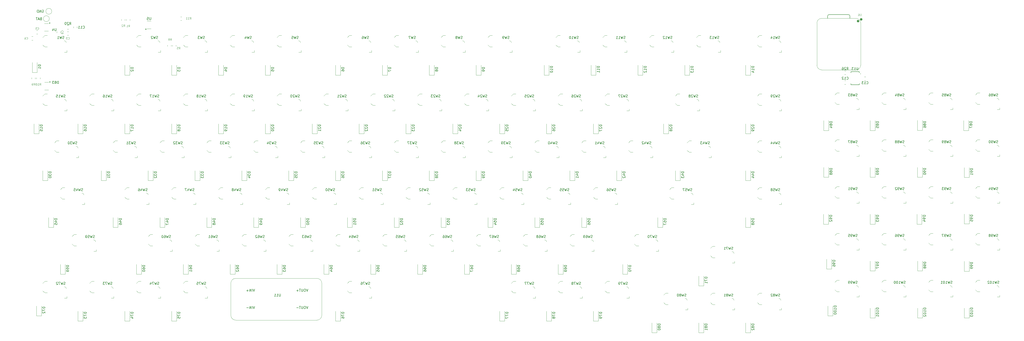
<source format=gbr>
%TF.GenerationSoftware,KiCad,Pcbnew,9.0.3*%
%TF.CreationDate,2026-01-06T15:55:56+03:00*%
%TF.ProjectId,Keyboard,4b657962-6f61-4726-942e-6b696361645f,rev?*%
%TF.SameCoordinates,Original*%
%TF.FileFunction,Legend,Bot*%
%TF.FilePolarity,Positive*%
%FSLAX46Y46*%
G04 Gerber Fmt 4.6, Leading zero omitted, Abs format (unit mm)*
G04 Created by KiCad (PCBNEW 9.0.3) date 2026-01-06 15:55:56*
%MOMM*%
%LPD*%
G01*
G04 APERTURE LIST*
%ADD10C,0.100000*%
%ADD11C,0.150000*%
%ADD12C,0.106680*%
%ADD13C,0.120000*%
%ADD14C,0.127000*%
%ADD15C,0.504000*%
%ADD16C,0.152400*%
G04 APERTURE END LIST*
D10*
X20883332Y-14788704D02*
X20921428Y-14826800D01*
X20921428Y-14826800D02*
X21035713Y-14864895D01*
X21035713Y-14864895D02*
X21111904Y-14864895D01*
X21111904Y-14864895D02*
X21226190Y-14826800D01*
X21226190Y-14826800D02*
X21302380Y-14750609D01*
X21302380Y-14750609D02*
X21340475Y-14674419D01*
X21340475Y-14674419D02*
X21378571Y-14522038D01*
X21378571Y-14522038D02*
X21378571Y-14407752D01*
X21378571Y-14407752D02*
X21340475Y-14255371D01*
X21340475Y-14255371D02*
X21302380Y-14179180D01*
X21302380Y-14179180D02*
X21226190Y-14102990D01*
X21226190Y-14102990D02*
X21111904Y-14064895D01*
X21111904Y-14064895D02*
X21035713Y-14064895D01*
X21035713Y-14064895D02*
X20921428Y-14102990D01*
X20921428Y-14102990D02*
X20883332Y-14141085D01*
X20616666Y-14064895D02*
X20121428Y-14064895D01*
X20121428Y-14064895D02*
X20388094Y-14369657D01*
X20388094Y-14369657D02*
X20273809Y-14369657D01*
X20273809Y-14369657D02*
X20197618Y-14407752D01*
X20197618Y-14407752D02*
X20159523Y-14445847D01*
X20159523Y-14445847D02*
X20121428Y-14522038D01*
X20121428Y-14522038D02*
X20121428Y-14712514D01*
X20121428Y-14712514D02*
X20159523Y-14788704D01*
X20159523Y-14788704D02*
X20197618Y-14826800D01*
X20197618Y-14826800D02*
X20273809Y-14864895D01*
X20273809Y-14864895D02*
X20502380Y-14864895D01*
X20502380Y-14864895D02*
X20578571Y-14826800D01*
X20578571Y-14826800D02*
X20616666Y-14788704D01*
X8383332Y-10788704D02*
X8421428Y-10826800D01*
X8421428Y-10826800D02*
X8535713Y-10864895D01*
X8535713Y-10864895D02*
X8611904Y-10864895D01*
X8611904Y-10864895D02*
X8726190Y-10826800D01*
X8726190Y-10826800D02*
X8802380Y-10750609D01*
X8802380Y-10750609D02*
X8840475Y-10674419D01*
X8840475Y-10674419D02*
X8878571Y-10522038D01*
X8878571Y-10522038D02*
X8878571Y-10407752D01*
X8878571Y-10407752D02*
X8840475Y-10255371D01*
X8840475Y-10255371D02*
X8802380Y-10179180D01*
X8802380Y-10179180D02*
X8726190Y-10102990D01*
X8726190Y-10102990D02*
X8611904Y-10064895D01*
X8611904Y-10064895D02*
X8535713Y-10064895D01*
X8535713Y-10064895D02*
X8421428Y-10102990D01*
X8421428Y-10102990D02*
X8383332Y-10141085D01*
X7659523Y-10064895D02*
X8040475Y-10064895D01*
X8040475Y-10064895D02*
X8078571Y-10445847D01*
X8078571Y-10445847D02*
X8040475Y-10407752D01*
X8040475Y-10407752D02*
X7964285Y-10369657D01*
X7964285Y-10369657D02*
X7773809Y-10369657D01*
X7773809Y-10369657D02*
X7697618Y-10407752D01*
X7697618Y-10407752D02*
X7659523Y-10445847D01*
X7659523Y-10445847D02*
X7621428Y-10522038D01*
X7621428Y-10522038D02*
X7621428Y-10712514D01*
X7621428Y-10712514D02*
X7659523Y-10788704D01*
X7659523Y-10788704D02*
X7697618Y-10826800D01*
X7697618Y-10826800D02*
X7773809Y-10864895D01*
X7773809Y-10864895D02*
X7964285Y-10864895D01*
X7964285Y-10864895D02*
X8040475Y-10826800D01*
X8040475Y-10826800D02*
X8078571Y-10788704D01*
X3883332Y-14788704D02*
X3921428Y-14826800D01*
X3921428Y-14826800D02*
X4035713Y-14864895D01*
X4035713Y-14864895D02*
X4111904Y-14864895D01*
X4111904Y-14864895D02*
X4226190Y-14826800D01*
X4226190Y-14826800D02*
X4302380Y-14750609D01*
X4302380Y-14750609D02*
X4340475Y-14674419D01*
X4340475Y-14674419D02*
X4378571Y-14522038D01*
X4378571Y-14522038D02*
X4378571Y-14407752D01*
X4378571Y-14407752D02*
X4340475Y-14255371D01*
X4340475Y-14255371D02*
X4302380Y-14179180D01*
X4302380Y-14179180D02*
X4226190Y-14102990D01*
X4226190Y-14102990D02*
X4111904Y-14064895D01*
X4111904Y-14064895D02*
X4035713Y-14064895D01*
X4035713Y-14064895D02*
X3921428Y-14102990D01*
X3921428Y-14102990D02*
X3883332Y-14141085D01*
X3197618Y-14064895D02*
X3349999Y-14064895D01*
X3349999Y-14064895D02*
X3426190Y-14102990D01*
X3426190Y-14102990D02*
X3464285Y-14141085D01*
X3464285Y-14141085D02*
X3540475Y-14255371D01*
X3540475Y-14255371D02*
X3578571Y-14407752D01*
X3578571Y-14407752D02*
X3578571Y-14712514D01*
X3578571Y-14712514D02*
X3540475Y-14788704D01*
X3540475Y-14788704D02*
X3502380Y-14826800D01*
X3502380Y-14826800D02*
X3426190Y-14864895D01*
X3426190Y-14864895D02*
X3273809Y-14864895D01*
X3273809Y-14864895D02*
X3197618Y-14826800D01*
X3197618Y-14826800D02*
X3159523Y-14788704D01*
X3159523Y-14788704D02*
X3121428Y-14712514D01*
X3121428Y-14712514D02*
X3121428Y-14522038D01*
X3121428Y-14522038D02*
X3159523Y-14445847D01*
X3159523Y-14445847D02*
X3197618Y-14407752D01*
X3197618Y-14407752D02*
X3273809Y-14369657D01*
X3273809Y-14369657D02*
X3426190Y-14369657D01*
X3426190Y-14369657D02*
X3502380Y-14407752D01*
X3502380Y-14407752D02*
X3540475Y-14445847D01*
X3540475Y-14445847D02*
X3578571Y-14522038D01*
X18788704Y-11866667D02*
X18826800Y-11828571D01*
X18826800Y-11828571D02*
X18864895Y-11714286D01*
X18864895Y-11714286D02*
X18864895Y-11638095D01*
X18864895Y-11638095D02*
X18826800Y-11523809D01*
X18826800Y-11523809D02*
X18750609Y-11447619D01*
X18750609Y-11447619D02*
X18674419Y-11409524D01*
X18674419Y-11409524D02*
X18522038Y-11371428D01*
X18522038Y-11371428D02*
X18407752Y-11371428D01*
X18407752Y-11371428D02*
X18255371Y-11409524D01*
X18255371Y-11409524D02*
X18179180Y-11447619D01*
X18179180Y-11447619D02*
X18102990Y-11523809D01*
X18102990Y-11523809D02*
X18064895Y-11638095D01*
X18064895Y-11638095D02*
X18064895Y-11714286D01*
X18064895Y-11714286D02*
X18102990Y-11828571D01*
X18102990Y-11828571D02*
X18141085Y-11866667D01*
X18407752Y-12323809D02*
X18369657Y-12247619D01*
X18369657Y-12247619D02*
X18331561Y-12209524D01*
X18331561Y-12209524D02*
X18255371Y-12171428D01*
X18255371Y-12171428D02*
X18217276Y-12171428D01*
X18217276Y-12171428D02*
X18141085Y-12209524D01*
X18141085Y-12209524D02*
X18102990Y-12247619D01*
X18102990Y-12247619D02*
X18064895Y-12323809D01*
X18064895Y-12323809D02*
X18064895Y-12476190D01*
X18064895Y-12476190D02*
X18102990Y-12552381D01*
X18102990Y-12552381D02*
X18141085Y-12590476D01*
X18141085Y-12590476D02*
X18217276Y-12628571D01*
X18217276Y-12628571D02*
X18255371Y-12628571D01*
X18255371Y-12628571D02*
X18331561Y-12590476D01*
X18331561Y-12590476D02*
X18369657Y-12552381D01*
X18369657Y-12552381D02*
X18407752Y-12476190D01*
X18407752Y-12476190D02*
X18407752Y-12323809D01*
X18407752Y-12323809D02*
X18445847Y-12247619D01*
X18445847Y-12247619D02*
X18483942Y-12209524D01*
X18483942Y-12209524D02*
X18560133Y-12171428D01*
X18560133Y-12171428D02*
X18712514Y-12171428D01*
X18712514Y-12171428D02*
X18788704Y-12209524D01*
X18788704Y-12209524D02*
X18826800Y-12247619D01*
X18826800Y-12247619D02*
X18864895Y-12323809D01*
X18864895Y-12323809D02*
X18864895Y-12476190D01*
X18864895Y-12476190D02*
X18826800Y-12552381D01*
X18826800Y-12552381D02*
X18788704Y-12590476D01*
X18788704Y-12590476D02*
X18712514Y-12628571D01*
X18712514Y-12628571D02*
X18560133Y-12628571D01*
X18560133Y-12628571D02*
X18483942Y-12590476D01*
X18483942Y-12590476D02*
X18445847Y-12552381D01*
X18445847Y-12552381D02*
X18407752Y-12476190D01*
D11*
X26892857Y-10359580D02*
X26940476Y-10407200D01*
X26940476Y-10407200D02*
X27083333Y-10454819D01*
X27083333Y-10454819D02*
X27178571Y-10454819D01*
X27178571Y-10454819D02*
X27321428Y-10407200D01*
X27321428Y-10407200D02*
X27416666Y-10311961D01*
X27416666Y-10311961D02*
X27464285Y-10216723D01*
X27464285Y-10216723D02*
X27511904Y-10026247D01*
X27511904Y-10026247D02*
X27511904Y-9883390D01*
X27511904Y-9883390D02*
X27464285Y-9692914D01*
X27464285Y-9692914D02*
X27416666Y-9597676D01*
X27416666Y-9597676D02*
X27321428Y-9502438D01*
X27321428Y-9502438D02*
X27178571Y-9454819D01*
X27178571Y-9454819D02*
X27083333Y-9454819D01*
X27083333Y-9454819D02*
X26940476Y-9502438D01*
X26940476Y-9502438D02*
X26892857Y-9550057D01*
X25940476Y-10454819D02*
X26511904Y-10454819D01*
X26226190Y-10454819D02*
X26226190Y-9454819D01*
X26226190Y-9454819D02*
X26321428Y-9597676D01*
X26321428Y-9597676D02*
X26416666Y-9692914D01*
X26416666Y-9692914D02*
X26511904Y-9740533D01*
X24988095Y-10454819D02*
X25559523Y-10454819D01*
X25273809Y-10454819D02*
X25273809Y-9454819D01*
X25273809Y-9454819D02*
X25369047Y-9597676D01*
X25369047Y-9597676D02*
X25464285Y-9692914D01*
X25464285Y-9692914D02*
X25559523Y-9740533D01*
X337370526Y-31111815D02*
X337418145Y-31159435D01*
X337418145Y-31159435D02*
X337561002Y-31207054D01*
X337561002Y-31207054D02*
X337656240Y-31207054D01*
X337656240Y-31207054D02*
X337799097Y-31159435D01*
X337799097Y-31159435D02*
X337894335Y-31064196D01*
X337894335Y-31064196D02*
X337941954Y-30968958D01*
X337941954Y-30968958D02*
X337989573Y-30778482D01*
X337989573Y-30778482D02*
X337989573Y-30635625D01*
X337989573Y-30635625D02*
X337941954Y-30445149D01*
X337941954Y-30445149D02*
X337894335Y-30349911D01*
X337894335Y-30349911D02*
X337799097Y-30254673D01*
X337799097Y-30254673D02*
X337656240Y-30207054D01*
X337656240Y-30207054D02*
X337561002Y-30207054D01*
X337561002Y-30207054D02*
X337418145Y-30254673D01*
X337418145Y-30254673D02*
X337370526Y-30302292D01*
X336418145Y-31207054D02*
X336989573Y-31207054D01*
X336703859Y-31207054D02*
X336703859Y-30207054D01*
X336703859Y-30207054D02*
X336799097Y-30349911D01*
X336799097Y-30349911D02*
X336894335Y-30445149D01*
X336894335Y-30445149D02*
X336989573Y-30492768D01*
X336037192Y-30302292D02*
X335989573Y-30254673D01*
X335989573Y-30254673D02*
X335894335Y-30207054D01*
X335894335Y-30207054D02*
X335656240Y-30207054D01*
X335656240Y-30207054D02*
X335561002Y-30254673D01*
X335561002Y-30254673D02*
X335513383Y-30302292D01*
X335513383Y-30302292D02*
X335465764Y-30397530D01*
X335465764Y-30397530D02*
X335465764Y-30492768D01*
X335465764Y-30492768D02*
X335513383Y-30635625D01*
X335513383Y-30635625D02*
X336084811Y-31207054D01*
X336084811Y-31207054D02*
X335465764Y-31207054D01*
X345465726Y-32971815D02*
X345513345Y-33019435D01*
X345513345Y-33019435D02*
X345656202Y-33067054D01*
X345656202Y-33067054D02*
X345751440Y-33067054D01*
X345751440Y-33067054D02*
X345894297Y-33019435D01*
X345894297Y-33019435D02*
X345989535Y-32924196D01*
X345989535Y-32924196D02*
X346037154Y-32828958D01*
X346037154Y-32828958D02*
X346084773Y-32638482D01*
X346084773Y-32638482D02*
X346084773Y-32495625D01*
X346084773Y-32495625D02*
X346037154Y-32305149D01*
X346037154Y-32305149D02*
X345989535Y-32209911D01*
X345989535Y-32209911D02*
X345894297Y-32114673D01*
X345894297Y-32114673D02*
X345751440Y-32067054D01*
X345751440Y-32067054D02*
X345656202Y-32067054D01*
X345656202Y-32067054D02*
X345513345Y-32114673D01*
X345513345Y-32114673D02*
X345465726Y-32162292D01*
X344513345Y-33067054D02*
X345084773Y-33067054D01*
X344799059Y-33067054D02*
X344799059Y-32067054D01*
X344799059Y-32067054D02*
X344894297Y-32209911D01*
X344894297Y-32209911D02*
X344989535Y-32305149D01*
X344989535Y-32305149D02*
X345084773Y-32352768D01*
X344180011Y-32067054D02*
X343560964Y-32067054D01*
X343560964Y-32067054D02*
X343894297Y-32448006D01*
X343894297Y-32448006D02*
X343751440Y-32448006D01*
X343751440Y-32448006D02*
X343656202Y-32495625D01*
X343656202Y-32495625D02*
X343608583Y-32543244D01*
X343608583Y-32543244D02*
X343560964Y-32638482D01*
X343560964Y-32638482D02*
X343560964Y-32876577D01*
X343560964Y-32876577D02*
X343608583Y-32971815D01*
X343608583Y-32971815D02*
X343656202Y-33019435D01*
X343656202Y-33019435D02*
X343751440Y-33067054D01*
X343751440Y-33067054D02*
X344037154Y-33067054D01*
X344037154Y-33067054D02*
X344132392Y-33019435D01*
X344132392Y-33019435D02*
X344180011Y-32971815D01*
X9704819Y-25261905D02*
X8704819Y-25261905D01*
X8704819Y-25261905D02*
X8704819Y-25500000D01*
X8704819Y-25500000D02*
X8752438Y-25642857D01*
X8752438Y-25642857D02*
X8847676Y-25738095D01*
X8847676Y-25738095D02*
X8942914Y-25785714D01*
X8942914Y-25785714D02*
X9133390Y-25833333D01*
X9133390Y-25833333D02*
X9276247Y-25833333D01*
X9276247Y-25833333D02*
X9466723Y-25785714D01*
X9466723Y-25785714D02*
X9561961Y-25738095D01*
X9561961Y-25738095D02*
X9657200Y-25642857D01*
X9657200Y-25642857D02*
X9704819Y-25500000D01*
X9704819Y-25500000D02*
X9704819Y-25261905D01*
X9704819Y-26785714D02*
X9704819Y-26214286D01*
X9704819Y-26500000D02*
X8704819Y-26500000D01*
X8704819Y-26500000D02*
X8847676Y-26404762D01*
X8847676Y-26404762D02*
X8942914Y-26309524D01*
X8942914Y-26309524D02*
X8990533Y-26214286D01*
X47324819Y-26361905D02*
X46324819Y-26361905D01*
X46324819Y-26361905D02*
X46324819Y-26600000D01*
X46324819Y-26600000D02*
X46372438Y-26742857D01*
X46372438Y-26742857D02*
X46467676Y-26838095D01*
X46467676Y-26838095D02*
X46562914Y-26885714D01*
X46562914Y-26885714D02*
X46753390Y-26933333D01*
X46753390Y-26933333D02*
X46896247Y-26933333D01*
X46896247Y-26933333D02*
X47086723Y-26885714D01*
X47086723Y-26885714D02*
X47181961Y-26838095D01*
X47181961Y-26838095D02*
X47277200Y-26742857D01*
X47277200Y-26742857D02*
X47324819Y-26600000D01*
X47324819Y-26600000D02*
X47324819Y-26361905D01*
X46420057Y-27314286D02*
X46372438Y-27361905D01*
X46372438Y-27361905D02*
X46324819Y-27457143D01*
X46324819Y-27457143D02*
X46324819Y-27695238D01*
X46324819Y-27695238D02*
X46372438Y-27790476D01*
X46372438Y-27790476D02*
X46420057Y-27838095D01*
X46420057Y-27838095D02*
X46515295Y-27885714D01*
X46515295Y-27885714D02*
X46610533Y-27885714D01*
X46610533Y-27885714D02*
X46753390Y-27838095D01*
X46753390Y-27838095D02*
X47324819Y-27266667D01*
X47324819Y-27266667D02*
X47324819Y-27885714D01*
X66374819Y-26361905D02*
X65374819Y-26361905D01*
X65374819Y-26361905D02*
X65374819Y-26600000D01*
X65374819Y-26600000D02*
X65422438Y-26742857D01*
X65422438Y-26742857D02*
X65517676Y-26838095D01*
X65517676Y-26838095D02*
X65612914Y-26885714D01*
X65612914Y-26885714D02*
X65803390Y-26933333D01*
X65803390Y-26933333D02*
X65946247Y-26933333D01*
X65946247Y-26933333D02*
X66136723Y-26885714D01*
X66136723Y-26885714D02*
X66231961Y-26838095D01*
X66231961Y-26838095D02*
X66327200Y-26742857D01*
X66327200Y-26742857D02*
X66374819Y-26600000D01*
X66374819Y-26600000D02*
X66374819Y-26361905D01*
X65374819Y-27266667D02*
X65374819Y-27885714D01*
X65374819Y-27885714D02*
X65755771Y-27552381D01*
X65755771Y-27552381D02*
X65755771Y-27695238D01*
X65755771Y-27695238D02*
X65803390Y-27790476D01*
X65803390Y-27790476D02*
X65851009Y-27838095D01*
X65851009Y-27838095D02*
X65946247Y-27885714D01*
X65946247Y-27885714D02*
X66184342Y-27885714D01*
X66184342Y-27885714D02*
X66279580Y-27838095D01*
X66279580Y-27838095D02*
X66327200Y-27790476D01*
X66327200Y-27790476D02*
X66374819Y-27695238D01*
X66374819Y-27695238D02*
X66374819Y-27409524D01*
X66374819Y-27409524D02*
X66327200Y-27314286D01*
X66327200Y-27314286D02*
X66279580Y-27266667D01*
X85424819Y-26361905D02*
X84424819Y-26361905D01*
X84424819Y-26361905D02*
X84424819Y-26600000D01*
X84424819Y-26600000D02*
X84472438Y-26742857D01*
X84472438Y-26742857D02*
X84567676Y-26838095D01*
X84567676Y-26838095D02*
X84662914Y-26885714D01*
X84662914Y-26885714D02*
X84853390Y-26933333D01*
X84853390Y-26933333D02*
X84996247Y-26933333D01*
X84996247Y-26933333D02*
X85186723Y-26885714D01*
X85186723Y-26885714D02*
X85281961Y-26838095D01*
X85281961Y-26838095D02*
X85377200Y-26742857D01*
X85377200Y-26742857D02*
X85424819Y-26600000D01*
X85424819Y-26600000D02*
X85424819Y-26361905D01*
X84758152Y-27790476D02*
X85424819Y-27790476D01*
X84377200Y-27552381D02*
X85091485Y-27314286D01*
X85091485Y-27314286D02*
X85091485Y-27933333D01*
X104474819Y-26361905D02*
X103474819Y-26361905D01*
X103474819Y-26361905D02*
X103474819Y-26600000D01*
X103474819Y-26600000D02*
X103522438Y-26742857D01*
X103522438Y-26742857D02*
X103617676Y-26838095D01*
X103617676Y-26838095D02*
X103712914Y-26885714D01*
X103712914Y-26885714D02*
X103903390Y-26933333D01*
X103903390Y-26933333D02*
X104046247Y-26933333D01*
X104046247Y-26933333D02*
X104236723Y-26885714D01*
X104236723Y-26885714D02*
X104331961Y-26838095D01*
X104331961Y-26838095D02*
X104427200Y-26742857D01*
X104427200Y-26742857D02*
X104474819Y-26600000D01*
X104474819Y-26600000D02*
X104474819Y-26361905D01*
X103474819Y-27838095D02*
X103474819Y-27361905D01*
X103474819Y-27361905D02*
X103951009Y-27314286D01*
X103951009Y-27314286D02*
X103903390Y-27361905D01*
X103903390Y-27361905D02*
X103855771Y-27457143D01*
X103855771Y-27457143D02*
X103855771Y-27695238D01*
X103855771Y-27695238D02*
X103903390Y-27790476D01*
X103903390Y-27790476D02*
X103951009Y-27838095D01*
X103951009Y-27838095D02*
X104046247Y-27885714D01*
X104046247Y-27885714D02*
X104284342Y-27885714D01*
X104284342Y-27885714D02*
X104379580Y-27838095D01*
X104379580Y-27838095D02*
X104427200Y-27790476D01*
X104427200Y-27790476D02*
X104474819Y-27695238D01*
X104474819Y-27695238D02*
X104474819Y-27457143D01*
X104474819Y-27457143D02*
X104427200Y-27361905D01*
X104427200Y-27361905D02*
X104379580Y-27314286D01*
X133049819Y-26361905D02*
X132049819Y-26361905D01*
X132049819Y-26361905D02*
X132049819Y-26600000D01*
X132049819Y-26600000D02*
X132097438Y-26742857D01*
X132097438Y-26742857D02*
X132192676Y-26838095D01*
X132192676Y-26838095D02*
X132287914Y-26885714D01*
X132287914Y-26885714D02*
X132478390Y-26933333D01*
X132478390Y-26933333D02*
X132621247Y-26933333D01*
X132621247Y-26933333D02*
X132811723Y-26885714D01*
X132811723Y-26885714D02*
X132906961Y-26838095D01*
X132906961Y-26838095D02*
X133002200Y-26742857D01*
X133002200Y-26742857D02*
X133049819Y-26600000D01*
X133049819Y-26600000D02*
X133049819Y-26361905D01*
X132049819Y-27790476D02*
X132049819Y-27600000D01*
X132049819Y-27600000D02*
X132097438Y-27504762D01*
X132097438Y-27504762D02*
X132145057Y-27457143D01*
X132145057Y-27457143D02*
X132287914Y-27361905D01*
X132287914Y-27361905D02*
X132478390Y-27314286D01*
X132478390Y-27314286D02*
X132859342Y-27314286D01*
X132859342Y-27314286D02*
X132954580Y-27361905D01*
X132954580Y-27361905D02*
X133002200Y-27409524D01*
X133002200Y-27409524D02*
X133049819Y-27504762D01*
X133049819Y-27504762D02*
X133049819Y-27695238D01*
X133049819Y-27695238D02*
X133002200Y-27790476D01*
X133002200Y-27790476D02*
X132954580Y-27838095D01*
X132954580Y-27838095D02*
X132859342Y-27885714D01*
X132859342Y-27885714D02*
X132621247Y-27885714D01*
X132621247Y-27885714D02*
X132526009Y-27838095D01*
X132526009Y-27838095D02*
X132478390Y-27790476D01*
X132478390Y-27790476D02*
X132430771Y-27695238D01*
X132430771Y-27695238D02*
X132430771Y-27504762D01*
X132430771Y-27504762D02*
X132478390Y-27409524D01*
X132478390Y-27409524D02*
X132526009Y-27361905D01*
X132526009Y-27361905D02*
X132621247Y-27314286D01*
X152099819Y-26361905D02*
X151099819Y-26361905D01*
X151099819Y-26361905D02*
X151099819Y-26600000D01*
X151099819Y-26600000D02*
X151147438Y-26742857D01*
X151147438Y-26742857D02*
X151242676Y-26838095D01*
X151242676Y-26838095D02*
X151337914Y-26885714D01*
X151337914Y-26885714D02*
X151528390Y-26933333D01*
X151528390Y-26933333D02*
X151671247Y-26933333D01*
X151671247Y-26933333D02*
X151861723Y-26885714D01*
X151861723Y-26885714D02*
X151956961Y-26838095D01*
X151956961Y-26838095D02*
X152052200Y-26742857D01*
X152052200Y-26742857D02*
X152099819Y-26600000D01*
X152099819Y-26600000D02*
X152099819Y-26361905D01*
X151099819Y-27266667D02*
X151099819Y-27933333D01*
X151099819Y-27933333D02*
X152099819Y-27504762D01*
X171149819Y-26361905D02*
X170149819Y-26361905D01*
X170149819Y-26361905D02*
X170149819Y-26600000D01*
X170149819Y-26600000D02*
X170197438Y-26742857D01*
X170197438Y-26742857D02*
X170292676Y-26838095D01*
X170292676Y-26838095D02*
X170387914Y-26885714D01*
X170387914Y-26885714D02*
X170578390Y-26933333D01*
X170578390Y-26933333D02*
X170721247Y-26933333D01*
X170721247Y-26933333D02*
X170911723Y-26885714D01*
X170911723Y-26885714D02*
X171006961Y-26838095D01*
X171006961Y-26838095D02*
X171102200Y-26742857D01*
X171102200Y-26742857D02*
X171149819Y-26600000D01*
X171149819Y-26600000D02*
X171149819Y-26361905D01*
X170578390Y-27504762D02*
X170530771Y-27409524D01*
X170530771Y-27409524D02*
X170483152Y-27361905D01*
X170483152Y-27361905D02*
X170387914Y-27314286D01*
X170387914Y-27314286D02*
X170340295Y-27314286D01*
X170340295Y-27314286D02*
X170245057Y-27361905D01*
X170245057Y-27361905D02*
X170197438Y-27409524D01*
X170197438Y-27409524D02*
X170149819Y-27504762D01*
X170149819Y-27504762D02*
X170149819Y-27695238D01*
X170149819Y-27695238D02*
X170197438Y-27790476D01*
X170197438Y-27790476D02*
X170245057Y-27838095D01*
X170245057Y-27838095D02*
X170340295Y-27885714D01*
X170340295Y-27885714D02*
X170387914Y-27885714D01*
X170387914Y-27885714D02*
X170483152Y-27838095D01*
X170483152Y-27838095D02*
X170530771Y-27790476D01*
X170530771Y-27790476D02*
X170578390Y-27695238D01*
X170578390Y-27695238D02*
X170578390Y-27504762D01*
X170578390Y-27504762D02*
X170626009Y-27409524D01*
X170626009Y-27409524D02*
X170673628Y-27361905D01*
X170673628Y-27361905D02*
X170768866Y-27314286D01*
X170768866Y-27314286D02*
X170959342Y-27314286D01*
X170959342Y-27314286D02*
X171054580Y-27361905D01*
X171054580Y-27361905D02*
X171102200Y-27409524D01*
X171102200Y-27409524D02*
X171149819Y-27504762D01*
X171149819Y-27504762D02*
X171149819Y-27695238D01*
X171149819Y-27695238D02*
X171102200Y-27790476D01*
X171102200Y-27790476D02*
X171054580Y-27838095D01*
X171054580Y-27838095D02*
X170959342Y-27885714D01*
X170959342Y-27885714D02*
X170768866Y-27885714D01*
X170768866Y-27885714D02*
X170673628Y-27838095D01*
X170673628Y-27838095D02*
X170626009Y-27790476D01*
X170626009Y-27790476D02*
X170578390Y-27695238D01*
X190199819Y-26361905D02*
X189199819Y-26361905D01*
X189199819Y-26361905D02*
X189199819Y-26600000D01*
X189199819Y-26600000D02*
X189247438Y-26742857D01*
X189247438Y-26742857D02*
X189342676Y-26838095D01*
X189342676Y-26838095D02*
X189437914Y-26885714D01*
X189437914Y-26885714D02*
X189628390Y-26933333D01*
X189628390Y-26933333D02*
X189771247Y-26933333D01*
X189771247Y-26933333D02*
X189961723Y-26885714D01*
X189961723Y-26885714D02*
X190056961Y-26838095D01*
X190056961Y-26838095D02*
X190152200Y-26742857D01*
X190152200Y-26742857D02*
X190199819Y-26600000D01*
X190199819Y-26600000D02*
X190199819Y-26361905D01*
X190199819Y-27409524D02*
X190199819Y-27600000D01*
X190199819Y-27600000D02*
X190152200Y-27695238D01*
X190152200Y-27695238D02*
X190104580Y-27742857D01*
X190104580Y-27742857D02*
X189961723Y-27838095D01*
X189961723Y-27838095D02*
X189771247Y-27885714D01*
X189771247Y-27885714D02*
X189390295Y-27885714D01*
X189390295Y-27885714D02*
X189295057Y-27838095D01*
X189295057Y-27838095D02*
X189247438Y-27790476D01*
X189247438Y-27790476D02*
X189199819Y-27695238D01*
X189199819Y-27695238D02*
X189199819Y-27504762D01*
X189199819Y-27504762D02*
X189247438Y-27409524D01*
X189247438Y-27409524D02*
X189295057Y-27361905D01*
X189295057Y-27361905D02*
X189390295Y-27314286D01*
X189390295Y-27314286D02*
X189628390Y-27314286D01*
X189628390Y-27314286D02*
X189723628Y-27361905D01*
X189723628Y-27361905D02*
X189771247Y-27409524D01*
X189771247Y-27409524D02*
X189818866Y-27504762D01*
X189818866Y-27504762D02*
X189818866Y-27695238D01*
X189818866Y-27695238D02*
X189771247Y-27790476D01*
X189771247Y-27790476D02*
X189723628Y-27838095D01*
X189723628Y-27838095D02*
X189628390Y-27885714D01*
X217822319Y-25885714D02*
X216822319Y-25885714D01*
X216822319Y-25885714D02*
X216822319Y-26123809D01*
X216822319Y-26123809D02*
X216869938Y-26266666D01*
X216869938Y-26266666D02*
X216965176Y-26361904D01*
X216965176Y-26361904D02*
X217060414Y-26409523D01*
X217060414Y-26409523D02*
X217250890Y-26457142D01*
X217250890Y-26457142D02*
X217393747Y-26457142D01*
X217393747Y-26457142D02*
X217584223Y-26409523D01*
X217584223Y-26409523D02*
X217679461Y-26361904D01*
X217679461Y-26361904D02*
X217774700Y-26266666D01*
X217774700Y-26266666D02*
X217822319Y-26123809D01*
X217822319Y-26123809D02*
X217822319Y-25885714D01*
X217822319Y-27409523D02*
X217822319Y-26838095D01*
X217822319Y-27123809D02*
X216822319Y-27123809D01*
X216822319Y-27123809D02*
X216965176Y-27028571D01*
X216965176Y-27028571D02*
X217060414Y-26933333D01*
X217060414Y-26933333D02*
X217108033Y-26838095D01*
X216822319Y-28028571D02*
X216822319Y-28123809D01*
X216822319Y-28123809D02*
X216869938Y-28219047D01*
X216869938Y-28219047D02*
X216917557Y-28266666D01*
X216917557Y-28266666D02*
X217012795Y-28314285D01*
X217012795Y-28314285D02*
X217203271Y-28361904D01*
X217203271Y-28361904D02*
X217441366Y-28361904D01*
X217441366Y-28361904D02*
X217631842Y-28314285D01*
X217631842Y-28314285D02*
X217727080Y-28266666D01*
X217727080Y-28266666D02*
X217774700Y-28219047D01*
X217774700Y-28219047D02*
X217822319Y-28123809D01*
X217822319Y-28123809D02*
X217822319Y-28028571D01*
X217822319Y-28028571D02*
X217774700Y-27933333D01*
X217774700Y-27933333D02*
X217727080Y-27885714D01*
X217727080Y-27885714D02*
X217631842Y-27838095D01*
X217631842Y-27838095D02*
X217441366Y-27790476D01*
X217441366Y-27790476D02*
X217203271Y-27790476D01*
X217203271Y-27790476D02*
X217012795Y-27838095D01*
X217012795Y-27838095D02*
X216917557Y-27885714D01*
X216917557Y-27885714D02*
X216869938Y-27933333D01*
X216869938Y-27933333D02*
X216822319Y-28028571D01*
X236872319Y-25885714D02*
X235872319Y-25885714D01*
X235872319Y-25885714D02*
X235872319Y-26123809D01*
X235872319Y-26123809D02*
X235919938Y-26266666D01*
X235919938Y-26266666D02*
X236015176Y-26361904D01*
X236015176Y-26361904D02*
X236110414Y-26409523D01*
X236110414Y-26409523D02*
X236300890Y-26457142D01*
X236300890Y-26457142D02*
X236443747Y-26457142D01*
X236443747Y-26457142D02*
X236634223Y-26409523D01*
X236634223Y-26409523D02*
X236729461Y-26361904D01*
X236729461Y-26361904D02*
X236824700Y-26266666D01*
X236824700Y-26266666D02*
X236872319Y-26123809D01*
X236872319Y-26123809D02*
X236872319Y-25885714D01*
X236872319Y-27409523D02*
X236872319Y-26838095D01*
X236872319Y-27123809D02*
X235872319Y-27123809D01*
X235872319Y-27123809D02*
X236015176Y-27028571D01*
X236015176Y-27028571D02*
X236110414Y-26933333D01*
X236110414Y-26933333D02*
X236158033Y-26838095D01*
X236872319Y-28361904D02*
X236872319Y-27790476D01*
X236872319Y-28076190D02*
X235872319Y-28076190D01*
X235872319Y-28076190D02*
X236015176Y-27980952D01*
X236015176Y-27980952D02*
X236110414Y-27885714D01*
X236110414Y-27885714D02*
X236158033Y-27790476D01*
X255922319Y-25885714D02*
X254922319Y-25885714D01*
X254922319Y-25885714D02*
X254922319Y-26123809D01*
X254922319Y-26123809D02*
X254969938Y-26266666D01*
X254969938Y-26266666D02*
X255065176Y-26361904D01*
X255065176Y-26361904D02*
X255160414Y-26409523D01*
X255160414Y-26409523D02*
X255350890Y-26457142D01*
X255350890Y-26457142D02*
X255493747Y-26457142D01*
X255493747Y-26457142D02*
X255684223Y-26409523D01*
X255684223Y-26409523D02*
X255779461Y-26361904D01*
X255779461Y-26361904D02*
X255874700Y-26266666D01*
X255874700Y-26266666D02*
X255922319Y-26123809D01*
X255922319Y-26123809D02*
X255922319Y-25885714D01*
X255922319Y-27409523D02*
X255922319Y-26838095D01*
X255922319Y-27123809D02*
X254922319Y-27123809D01*
X254922319Y-27123809D02*
X255065176Y-27028571D01*
X255065176Y-27028571D02*
X255160414Y-26933333D01*
X255160414Y-26933333D02*
X255208033Y-26838095D01*
X255017557Y-27790476D02*
X254969938Y-27838095D01*
X254969938Y-27838095D02*
X254922319Y-27933333D01*
X254922319Y-27933333D02*
X254922319Y-28171428D01*
X254922319Y-28171428D02*
X254969938Y-28266666D01*
X254969938Y-28266666D02*
X255017557Y-28314285D01*
X255017557Y-28314285D02*
X255112795Y-28361904D01*
X255112795Y-28361904D02*
X255208033Y-28361904D01*
X255208033Y-28361904D02*
X255350890Y-28314285D01*
X255350890Y-28314285D02*
X255922319Y-27742857D01*
X255922319Y-27742857D02*
X255922319Y-28361904D01*
X274972319Y-25885714D02*
X273972319Y-25885714D01*
X273972319Y-25885714D02*
X273972319Y-26123809D01*
X273972319Y-26123809D02*
X274019938Y-26266666D01*
X274019938Y-26266666D02*
X274115176Y-26361904D01*
X274115176Y-26361904D02*
X274210414Y-26409523D01*
X274210414Y-26409523D02*
X274400890Y-26457142D01*
X274400890Y-26457142D02*
X274543747Y-26457142D01*
X274543747Y-26457142D02*
X274734223Y-26409523D01*
X274734223Y-26409523D02*
X274829461Y-26361904D01*
X274829461Y-26361904D02*
X274924700Y-26266666D01*
X274924700Y-26266666D02*
X274972319Y-26123809D01*
X274972319Y-26123809D02*
X274972319Y-25885714D01*
X274972319Y-27409523D02*
X274972319Y-26838095D01*
X274972319Y-27123809D02*
X273972319Y-27123809D01*
X273972319Y-27123809D02*
X274115176Y-27028571D01*
X274115176Y-27028571D02*
X274210414Y-26933333D01*
X274210414Y-26933333D02*
X274258033Y-26838095D01*
X273972319Y-27742857D02*
X273972319Y-28361904D01*
X273972319Y-28361904D02*
X274353271Y-28028571D01*
X274353271Y-28028571D02*
X274353271Y-28171428D01*
X274353271Y-28171428D02*
X274400890Y-28266666D01*
X274400890Y-28266666D02*
X274448509Y-28314285D01*
X274448509Y-28314285D02*
X274543747Y-28361904D01*
X274543747Y-28361904D02*
X274781842Y-28361904D01*
X274781842Y-28361904D02*
X274877080Y-28314285D01*
X274877080Y-28314285D02*
X274924700Y-28266666D01*
X274924700Y-28266666D02*
X274972319Y-28171428D01*
X274972319Y-28171428D02*
X274972319Y-27885714D01*
X274972319Y-27885714D02*
X274924700Y-27790476D01*
X274924700Y-27790476D02*
X274877080Y-27742857D01*
X299737319Y-25885714D02*
X298737319Y-25885714D01*
X298737319Y-25885714D02*
X298737319Y-26123809D01*
X298737319Y-26123809D02*
X298784938Y-26266666D01*
X298784938Y-26266666D02*
X298880176Y-26361904D01*
X298880176Y-26361904D02*
X298975414Y-26409523D01*
X298975414Y-26409523D02*
X299165890Y-26457142D01*
X299165890Y-26457142D02*
X299308747Y-26457142D01*
X299308747Y-26457142D02*
X299499223Y-26409523D01*
X299499223Y-26409523D02*
X299594461Y-26361904D01*
X299594461Y-26361904D02*
X299689700Y-26266666D01*
X299689700Y-26266666D02*
X299737319Y-26123809D01*
X299737319Y-26123809D02*
X299737319Y-25885714D01*
X299737319Y-27409523D02*
X299737319Y-26838095D01*
X299737319Y-27123809D02*
X298737319Y-27123809D01*
X298737319Y-27123809D02*
X298880176Y-27028571D01*
X298880176Y-27028571D02*
X298975414Y-26933333D01*
X298975414Y-26933333D02*
X299023033Y-26838095D01*
X299070652Y-28266666D02*
X299737319Y-28266666D01*
X298689700Y-28028571D02*
X299403985Y-27790476D01*
X299403985Y-27790476D02*
X299403985Y-28409523D01*
X10454819Y-49698214D02*
X9454819Y-49698214D01*
X9454819Y-49698214D02*
X9454819Y-49936309D01*
X9454819Y-49936309D02*
X9502438Y-50079166D01*
X9502438Y-50079166D02*
X9597676Y-50174404D01*
X9597676Y-50174404D02*
X9692914Y-50222023D01*
X9692914Y-50222023D02*
X9883390Y-50269642D01*
X9883390Y-50269642D02*
X10026247Y-50269642D01*
X10026247Y-50269642D02*
X10216723Y-50222023D01*
X10216723Y-50222023D02*
X10311961Y-50174404D01*
X10311961Y-50174404D02*
X10407200Y-50079166D01*
X10407200Y-50079166D02*
X10454819Y-49936309D01*
X10454819Y-49936309D02*
X10454819Y-49698214D01*
X10454819Y-51222023D02*
X10454819Y-50650595D01*
X10454819Y-50936309D02*
X9454819Y-50936309D01*
X9454819Y-50936309D02*
X9597676Y-50841071D01*
X9597676Y-50841071D02*
X9692914Y-50745833D01*
X9692914Y-50745833D02*
X9740533Y-50650595D01*
X9454819Y-52126785D02*
X9454819Y-51650595D01*
X9454819Y-51650595D02*
X9931009Y-51602976D01*
X9931009Y-51602976D02*
X9883390Y-51650595D01*
X9883390Y-51650595D02*
X9835771Y-51745833D01*
X9835771Y-51745833D02*
X9835771Y-51983928D01*
X9835771Y-51983928D02*
X9883390Y-52079166D01*
X9883390Y-52079166D02*
X9931009Y-52126785D01*
X9931009Y-52126785D02*
X10026247Y-52174404D01*
X10026247Y-52174404D02*
X10264342Y-52174404D01*
X10264342Y-52174404D02*
X10359580Y-52126785D01*
X10359580Y-52126785D02*
X10407200Y-52079166D01*
X10407200Y-52079166D02*
X10454819Y-51983928D01*
X10454819Y-51983928D02*
X10454819Y-51745833D01*
X10454819Y-51745833D02*
X10407200Y-51650595D01*
X10407200Y-51650595D02*
X10359580Y-51602976D01*
X28274819Y-49698214D02*
X27274819Y-49698214D01*
X27274819Y-49698214D02*
X27274819Y-49936309D01*
X27274819Y-49936309D02*
X27322438Y-50079166D01*
X27322438Y-50079166D02*
X27417676Y-50174404D01*
X27417676Y-50174404D02*
X27512914Y-50222023D01*
X27512914Y-50222023D02*
X27703390Y-50269642D01*
X27703390Y-50269642D02*
X27846247Y-50269642D01*
X27846247Y-50269642D02*
X28036723Y-50222023D01*
X28036723Y-50222023D02*
X28131961Y-50174404D01*
X28131961Y-50174404D02*
X28227200Y-50079166D01*
X28227200Y-50079166D02*
X28274819Y-49936309D01*
X28274819Y-49936309D02*
X28274819Y-49698214D01*
X28274819Y-51222023D02*
X28274819Y-50650595D01*
X28274819Y-50936309D02*
X27274819Y-50936309D01*
X27274819Y-50936309D02*
X27417676Y-50841071D01*
X27417676Y-50841071D02*
X27512914Y-50745833D01*
X27512914Y-50745833D02*
X27560533Y-50650595D01*
X27274819Y-52079166D02*
X27274819Y-51888690D01*
X27274819Y-51888690D02*
X27322438Y-51793452D01*
X27322438Y-51793452D02*
X27370057Y-51745833D01*
X27370057Y-51745833D02*
X27512914Y-51650595D01*
X27512914Y-51650595D02*
X27703390Y-51602976D01*
X27703390Y-51602976D02*
X28084342Y-51602976D01*
X28084342Y-51602976D02*
X28179580Y-51650595D01*
X28179580Y-51650595D02*
X28227200Y-51698214D01*
X28227200Y-51698214D02*
X28274819Y-51793452D01*
X28274819Y-51793452D02*
X28274819Y-51983928D01*
X28274819Y-51983928D02*
X28227200Y-52079166D01*
X28227200Y-52079166D02*
X28179580Y-52126785D01*
X28179580Y-52126785D02*
X28084342Y-52174404D01*
X28084342Y-52174404D02*
X27846247Y-52174404D01*
X27846247Y-52174404D02*
X27751009Y-52126785D01*
X27751009Y-52126785D02*
X27703390Y-52079166D01*
X27703390Y-52079166D02*
X27655771Y-51983928D01*
X27655771Y-51983928D02*
X27655771Y-51793452D01*
X27655771Y-51793452D02*
X27703390Y-51698214D01*
X27703390Y-51698214D02*
X27751009Y-51650595D01*
X27751009Y-51650595D02*
X27846247Y-51602976D01*
X47324819Y-49698214D02*
X46324819Y-49698214D01*
X46324819Y-49698214D02*
X46324819Y-49936309D01*
X46324819Y-49936309D02*
X46372438Y-50079166D01*
X46372438Y-50079166D02*
X46467676Y-50174404D01*
X46467676Y-50174404D02*
X46562914Y-50222023D01*
X46562914Y-50222023D02*
X46753390Y-50269642D01*
X46753390Y-50269642D02*
X46896247Y-50269642D01*
X46896247Y-50269642D02*
X47086723Y-50222023D01*
X47086723Y-50222023D02*
X47181961Y-50174404D01*
X47181961Y-50174404D02*
X47277200Y-50079166D01*
X47277200Y-50079166D02*
X47324819Y-49936309D01*
X47324819Y-49936309D02*
X47324819Y-49698214D01*
X47324819Y-51222023D02*
X47324819Y-50650595D01*
X47324819Y-50936309D02*
X46324819Y-50936309D01*
X46324819Y-50936309D02*
X46467676Y-50841071D01*
X46467676Y-50841071D02*
X46562914Y-50745833D01*
X46562914Y-50745833D02*
X46610533Y-50650595D01*
X46324819Y-51555357D02*
X46324819Y-52222023D01*
X46324819Y-52222023D02*
X47324819Y-51793452D01*
X66374819Y-49698214D02*
X65374819Y-49698214D01*
X65374819Y-49698214D02*
X65374819Y-49936309D01*
X65374819Y-49936309D02*
X65422438Y-50079166D01*
X65422438Y-50079166D02*
X65517676Y-50174404D01*
X65517676Y-50174404D02*
X65612914Y-50222023D01*
X65612914Y-50222023D02*
X65803390Y-50269642D01*
X65803390Y-50269642D02*
X65946247Y-50269642D01*
X65946247Y-50269642D02*
X66136723Y-50222023D01*
X66136723Y-50222023D02*
X66231961Y-50174404D01*
X66231961Y-50174404D02*
X66327200Y-50079166D01*
X66327200Y-50079166D02*
X66374819Y-49936309D01*
X66374819Y-49936309D02*
X66374819Y-49698214D01*
X66374819Y-51222023D02*
X66374819Y-50650595D01*
X66374819Y-50936309D02*
X65374819Y-50936309D01*
X65374819Y-50936309D02*
X65517676Y-50841071D01*
X65517676Y-50841071D02*
X65612914Y-50745833D01*
X65612914Y-50745833D02*
X65660533Y-50650595D01*
X65803390Y-51793452D02*
X65755771Y-51698214D01*
X65755771Y-51698214D02*
X65708152Y-51650595D01*
X65708152Y-51650595D02*
X65612914Y-51602976D01*
X65612914Y-51602976D02*
X65565295Y-51602976D01*
X65565295Y-51602976D02*
X65470057Y-51650595D01*
X65470057Y-51650595D02*
X65422438Y-51698214D01*
X65422438Y-51698214D02*
X65374819Y-51793452D01*
X65374819Y-51793452D02*
X65374819Y-51983928D01*
X65374819Y-51983928D02*
X65422438Y-52079166D01*
X65422438Y-52079166D02*
X65470057Y-52126785D01*
X65470057Y-52126785D02*
X65565295Y-52174404D01*
X65565295Y-52174404D02*
X65612914Y-52174404D01*
X65612914Y-52174404D02*
X65708152Y-52126785D01*
X65708152Y-52126785D02*
X65755771Y-52079166D01*
X65755771Y-52079166D02*
X65803390Y-51983928D01*
X65803390Y-51983928D02*
X65803390Y-51793452D01*
X65803390Y-51793452D02*
X65851009Y-51698214D01*
X65851009Y-51698214D02*
X65898628Y-51650595D01*
X65898628Y-51650595D02*
X65993866Y-51602976D01*
X65993866Y-51602976D02*
X66184342Y-51602976D01*
X66184342Y-51602976D02*
X66279580Y-51650595D01*
X66279580Y-51650595D02*
X66327200Y-51698214D01*
X66327200Y-51698214D02*
X66374819Y-51793452D01*
X66374819Y-51793452D02*
X66374819Y-51983928D01*
X66374819Y-51983928D02*
X66327200Y-52079166D01*
X66327200Y-52079166D02*
X66279580Y-52126785D01*
X66279580Y-52126785D02*
X66184342Y-52174404D01*
X66184342Y-52174404D02*
X65993866Y-52174404D01*
X65993866Y-52174404D02*
X65898628Y-52126785D01*
X65898628Y-52126785D02*
X65851009Y-52079166D01*
X65851009Y-52079166D02*
X65803390Y-51983928D01*
X85424819Y-49698214D02*
X84424819Y-49698214D01*
X84424819Y-49698214D02*
X84424819Y-49936309D01*
X84424819Y-49936309D02*
X84472438Y-50079166D01*
X84472438Y-50079166D02*
X84567676Y-50174404D01*
X84567676Y-50174404D02*
X84662914Y-50222023D01*
X84662914Y-50222023D02*
X84853390Y-50269642D01*
X84853390Y-50269642D02*
X84996247Y-50269642D01*
X84996247Y-50269642D02*
X85186723Y-50222023D01*
X85186723Y-50222023D02*
X85281961Y-50174404D01*
X85281961Y-50174404D02*
X85377200Y-50079166D01*
X85377200Y-50079166D02*
X85424819Y-49936309D01*
X85424819Y-49936309D02*
X85424819Y-49698214D01*
X85424819Y-51222023D02*
X85424819Y-50650595D01*
X85424819Y-50936309D02*
X84424819Y-50936309D01*
X84424819Y-50936309D02*
X84567676Y-50841071D01*
X84567676Y-50841071D02*
X84662914Y-50745833D01*
X84662914Y-50745833D02*
X84710533Y-50650595D01*
X85424819Y-51698214D02*
X85424819Y-51888690D01*
X85424819Y-51888690D02*
X85377200Y-51983928D01*
X85377200Y-51983928D02*
X85329580Y-52031547D01*
X85329580Y-52031547D02*
X85186723Y-52126785D01*
X85186723Y-52126785D02*
X84996247Y-52174404D01*
X84996247Y-52174404D02*
X84615295Y-52174404D01*
X84615295Y-52174404D02*
X84520057Y-52126785D01*
X84520057Y-52126785D02*
X84472438Y-52079166D01*
X84472438Y-52079166D02*
X84424819Y-51983928D01*
X84424819Y-51983928D02*
X84424819Y-51793452D01*
X84424819Y-51793452D02*
X84472438Y-51698214D01*
X84472438Y-51698214D02*
X84520057Y-51650595D01*
X84520057Y-51650595D02*
X84615295Y-51602976D01*
X84615295Y-51602976D02*
X84853390Y-51602976D01*
X84853390Y-51602976D02*
X84948628Y-51650595D01*
X84948628Y-51650595D02*
X84996247Y-51698214D01*
X84996247Y-51698214D02*
X85043866Y-51793452D01*
X85043866Y-51793452D02*
X85043866Y-51983928D01*
X85043866Y-51983928D02*
X84996247Y-52079166D01*
X84996247Y-52079166D02*
X84948628Y-52126785D01*
X84948628Y-52126785D02*
X84853390Y-52174404D01*
X104474819Y-49698214D02*
X103474819Y-49698214D01*
X103474819Y-49698214D02*
X103474819Y-49936309D01*
X103474819Y-49936309D02*
X103522438Y-50079166D01*
X103522438Y-50079166D02*
X103617676Y-50174404D01*
X103617676Y-50174404D02*
X103712914Y-50222023D01*
X103712914Y-50222023D02*
X103903390Y-50269642D01*
X103903390Y-50269642D02*
X104046247Y-50269642D01*
X104046247Y-50269642D02*
X104236723Y-50222023D01*
X104236723Y-50222023D02*
X104331961Y-50174404D01*
X104331961Y-50174404D02*
X104427200Y-50079166D01*
X104427200Y-50079166D02*
X104474819Y-49936309D01*
X104474819Y-49936309D02*
X104474819Y-49698214D01*
X103570057Y-50650595D02*
X103522438Y-50698214D01*
X103522438Y-50698214D02*
X103474819Y-50793452D01*
X103474819Y-50793452D02*
X103474819Y-51031547D01*
X103474819Y-51031547D02*
X103522438Y-51126785D01*
X103522438Y-51126785D02*
X103570057Y-51174404D01*
X103570057Y-51174404D02*
X103665295Y-51222023D01*
X103665295Y-51222023D02*
X103760533Y-51222023D01*
X103760533Y-51222023D02*
X103903390Y-51174404D01*
X103903390Y-51174404D02*
X104474819Y-50602976D01*
X104474819Y-50602976D02*
X104474819Y-51222023D01*
X103474819Y-51841071D02*
X103474819Y-51936309D01*
X103474819Y-51936309D02*
X103522438Y-52031547D01*
X103522438Y-52031547D02*
X103570057Y-52079166D01*
X103570057Y-52079166D02*
X103665295Y-52126785D01*
X103665295Y-52126785D02*
X103855771Y-52174404D01*
X103855771Y-52174404D02*
X104093866Y-52174404D01*
X104093866Y-52174404D02*
X104284342Y-52126785D01*
X104284342Y-52126785D02*
X104379580Y-52079166D01*
X104379580Y-52079166D02*
X104427200Y-52031547D01*
X104427200Y-52031547D02*
X104474819Y-51936309D01*
X104474819Y-51936309D02*
X104474819Y-51841071D01*
X104474819Y-51841071D02*
X104427200Y-51745833D01*
X104427200Y-51745833D02*
X104379580Y-51698214D01*
X104379580Y-51698214D02*
X104284342Y-51650595D01*
X104284342Y-51650595D02*
X104093866Y-51602976D01*
X104093866Y-51602976D02*
X103855771Y-51602976D01*
X103855771Y-51602976D02*
X103665295Y-51650595D01*
X103665295Y-51650595D02*
X103570057Y-51698214D01*
X103570057Y-51698214D02*
X103522438Y-51745833D01*
X103522438Y-51745833D02*
X103474819Y-51841071D01*
X123524819Y-49698214D02*
X122524819Y-49698214D01*
X122524819Y-49698214D02*
X122524819Y-49936309D01*
X122524819Y-49936309D02*
X122572438Y-50079166D01*
X122572438Y-50079166D02*
X122667676Y-50174404D01*
X122667676Y-50174404D02*
X122762914Y-50222023D01*
X122762914Y-50222023D02*
X122953390Y-50269642D01*
X122953390Y-50269642D02*
X123096247Y-50269642D01*
X123096247Y-50269642D02*
X123286723Y-50222023D01*
X123286723Y-50222023D02*
X123381961Y-50174404D01*
X123381961Y-50174404D02*
X123477200Y-50079166D01*
X123477200Y-50079166D02*
X123524819Y-49936309D01*
X123524819Y-49936309D02*
X123524819Y-49698214D01*
X122620057Y-50650595D02*
X122572438Y-50698214D01*
X122572438Y-50698214D02*
X122524819Y-50793452D01*
X122524819Y-50793452D02*
X122524819Y-51031547D01*
X122524819Y-51031547D02*
X122572438Y-51126785D01*
X122572438Y-51126785D02*
X122620057Y-51174404D01*
X122620057Y-51174404D02*
X122715295Y-51222023D01*
X122715295Y-51222023D02*
X122810533Y-51222023D01*
X122810533Y-51222023D02*
X122953390Y-51174404D01*
X122953390Y-51174404D02*
X123524819Y-50602976D01*
X123524819Y-50602976D02*
X123524819Y-51222023D01*
X123524819Y-52174404D02*
X123524819Y-51602976D01*
X123524819Y-51888690D02*
X122524819Y-51888690D01*
X122524819Y-51888690D02*
X122667676Y-51793452D01*
X122667676Y-51793452D02*
X122762914Y-51698214D01*
X122762914Y-51698214D02*
X122810533Y-51602976D01*
X142574819Y-49698214D02*
X141574819Y-49698214D01*
X141574819Y-49698214D02*
X141574819Y-49936309D01*
X141574819Y-49936309D02*
X141622438Y-50079166D01*
X141622438Y-50079166D02*
X141717676Y-50174404D01*
X141717676Y-50174404D02*
X141812914Y-50222023D01*
X141812914Y-50222023D02*
X142003390Y-50269642D01*
X142003390Y-50269642D02*
X142146247Y-50269642D01*
X142146247Y-50269642D02*
X142336723Y-50222023D01*
X142336723Y-50222023D02*
X142431961Y-50174404D01*
X142431961Y-50174404D02*
X142527200Y-50079166D01*
X142527200Y-50079166D02*
X142574819Y-49936309D01*
X142574819Y-49936309D02*
X142574819Y-49698214D01*
X141670057Y-50650595D02*
X141622438Y-50698214D01*
X141622438Y-50698214D02*
X141574819Y-50793452D01*
X141574819Y-50793452D02*
X141574819Y-51031547D01*
X141574819Y-51031547D02*
X141622438Y-51126785D01*
X141622438Y-51126785D02*
X141670057Y-51174404D01*
X141670057Y-51174404D02*
X141765295Y-51222023D01*
X141765295Y-51222023D02*
X141860533Y-51222023D01*
X141860533Y-51222023D02*
X142003390Y-51174404D01*
X142003390Y-51174404D02*
X142574819Y-50602976D01*
X142574819Y-50602976D02*
X142574819Y-51222023D01*
X141670057Y-51602976D02*
X141622438Y-51650595D01*
X141622438Y-51650595D02*
X141574819Y-51745833D01*
X141574819Y-51745833D02*
X141574819Y-51983928D01*
X141574819Y-51983928D02*
X141622438Y-52079166D01*
X141622438Y-52079166D02*
X141670057Y-52126785D01*
X141670057Y-52126785D02*
X141765295Y-52174404D01*
X141765295Y-52174404D02*
X141860533Y-52174404D01*
X141860533Y-52174404D02*
X142003390Y-52126785D01*
X142003390Y-52126785D02*
X142574819Y-51555357D01*
X142574819Y-51555357D02*
X142574819Y-52174404D01*
X161624819Y-49698214D02*
X160624819Y-49698214D01*
X160624819Y-49698214D02*
X160624819Y-49936309D01*
X160624819Y-49936309D02*
X160672438Y-50079166D01*
X160672438Y-50079166D02*
X160767676Y-50174404D01*
X160767676Y-50174404D02*
X160862914Y-50222023D01*
X160862914Y-50222023D02*
X161053390Y-50269642D01*
X161053390Y-50269642D02*
X161196247Y-50269642D01*
X161196247Y-50269642D02*
X161386723Y-50222023D01*
X161386723Y-50222023D02*
X161481961Y-50174404D01*
X161481961Y-50174404D02*
X161577200Y-50079166D01*
X161577200Y-50079166D02*
X161624819Y-49936309D01*
X161624819Y-49936309D02*
X161624819Y-49698214D01*
X160720057Y-50650595D02*
X160672438Y-50698214D01*
X160672438Y-50698214D02*
X160624819Y-50793452D01*
X160624819Y-50793452D02*
X160624819Y-51031547D01*
X160624819Y-51031547D02*
X160672438Y-51126785D01*
X160672438Y-51126785D02*
X160720057Y-51174404D01*
X160720057Y-51174404D02*
X160815295Y-51222023D01*
X160815295Y-51222023D02*
X160910533Y-51222023D01*
X160910533Y-51222023D02*
X161053390Y-51174404D01*
X161053390Y-51174404D02*
X161624819Y-50602976D01*
X161624819Y-50602976D02*
X161624819Y-51222023D01*
X160624819Y-51555357D02*
X160624819Y-52174404D01*
X160624819Y-52174404D02*
X161005771Y-51841071D01*
X161005771Y-51841071D02*
X161005771Y-51983928D01*
X161005771Y-51983928D02*
X161053390Y-52079166D01*
X161053390Y-52079166D02*
X161101009Y-52126785D01*
X161101009Y-52126785D02*
X161196247Y-52174404D01*
X161196247Y-52174404D02*
X161434342Y-52174404D01*
X161434342Y-52174404D02*
X161529580Y-52126785D01*
X161529580Y-52126785D02*
X161577200Y-52079166D01*
X161577200Y-52079166D02*
X161624819Y-51983928D01*
X161624819Y-51983928D02*
X161624819Y-51698214D01*
X161624819Y-51698214D02*
X161577200Y-51602976D01*
X161577200Y-51602976D02*
X161529580Y-51555357D01*
X180674819Y-49698214D02*
X179674819Y-49698214D01*
X179674819Y-49698214D02*
X179674819Y-49936309D01*
X179674819Y-49936309D02*
X179722438Y-50079166D01*
X179722438Y-50079166D02*
X179817676Y-50174404D01*
X179817676Y-50174404D02*
X179912914Y-50222023D01*
X179912914Y-50222023D02*
X180103390Y-50269642D01*
X180103390Y-50269642D02*
X180246247Y-50269642D01*
X180246247Y-50269642D02*
X180436723Y-50222023D01*
X180436723Y-50222023D02*
X180531961Y-50174404D01*
X180531961Y-50174404D02*
X180627200Y-50079166D01*
X180627200Y-50079166D02*
X180674819Y-49936309D01*
X180674819Y-49936309D02*
X180674819Y-49698214D01*
X179770057Y-50650595D02*
X179722438Y-50698214D01*
X179722438Y-50698214D02*
X179674819Y-50793452D01*
X179674819Y-50793452D02*
X179674819Y-51031547D01*
X179674819Y-51031547D02*
X179722438Y-51126785D01*
X179722438Y-51126785D02*
X179770057Y-51174404D01*
X179770057Y-51174404D02*
X179865295Y-51222023D01*
X179865295Y-51222023D02*
X179960533Y-51222023D01*
X179960533Y-51222023D02*
X180103390Y-51174404D01*
X180103390Y-51174404D02*
X180674819Y-50602976D01*
X180674819Y-50602976D02*
X180674819Y-51222023D01*
X180008152Y-52079166D02*
X180674819Y-52079166D01*
X179627200Y-51841071D02*
X180341485Y-51602976D01*
X180341485Y-51602976D02*
X180341485Y-52222023D01*
X199724819Y-49698214D02*
X198724819Y-49698214D01*
X198724819Y-49698214D02*
X198724819Y-49936309D01*
X198724819Y-49936309D02*
X198772438Y-50079166D01*
X198772438Y-50079166D02*
X198867676Y-50174404D01*
X198867676Y-50174404D02*
X198962914Y-50222023D01*
X198962914Y-50222023D02*
X199153390Y-50269642D01*
X199153390Y-50269642D02*
X199296247Y-50269642D01*
X199296247Y-50269642D02*
X199486723Y-50222023D01*
X199486723Y-50222023D02*
X199581961Y-50174404D01*
X199581961Y-50174404D02*
X199677200Y-50079166D01*
X199677200Y-50079166D02*
X199724819Y-49936309D01*
X199724819Y-49936309D02*
X199724819Y-49698214D01*
X198820057Y-50650595D02*
X198772438Y-50698214D01*
X198772438Y-50698214D02*
X198724819Y-50793452D01*
X198724819Y-50793452D02*
X198724819Y-51031547D01*
X198724819Y-51031547D02*
X198772438Y-51126785D01*
X198772438Y-51126785D02*
X198820057Y-51174404D01*
X198820057Y-51174404D02*
X198915295Y-51222023D01*
X198915295Y-51222023D02*
X199010533Y-51222023D01*
X199010533Y-51222023D02*
X199153390Y-51174404D01*
X199153390Y-51174404D02*
X199724819Y-50602976D01*
X199724819Y-50602976D02*
X199724819Y-51222023D01*
X198724819Y-52126785D02*
X198724819Y-51650595D01*
X198724819Y-51650595D02*
X199201009Y-51602976D01*
X199201009Y-51602976D02*
X199153390Y-51650595D01*
X199153390Y-51650595D02*
X199105771Y-51745833D01*
X199105771Y-51745833D02*
X199105771Y-51983928D01*
X199105771Y-51983928D02*
X199153390Y-52079166D01*
X199153390Y-52079166D02*
X199201009Y-52126785D01*
X199201009Y-52126785D02*
X199296247Y-52174404D01*
X199296247Y-52174404D02*
X199534342Y-52174404D01*
X199534342Y-52174404D02*
X199629580Y-52126785D01*
X199629580Y-52126785D02*
X199677200Y-52079166D01*
X199677200Y-52079166D02*
X199724819Y-51983928D01*
X199724819Y-51983928D02*
X199724819Y-51745833D01*
X199724819Y-51745833D02*
X199677200Y-51650595D01*
X199677200Y-51650595D02*
X199629580Y-51602976D01*
X218774819Y-49698214D02*
X217774819Y-49698214D01*
X217774819Y-49698214D02*
X217774819Y-49936309D01*
X217774819Y-49936309D02*
X217822438Y-50079166D01*
X217822438Y-50079166D02*
X217917676Y-50174404D01*
X217917676Y-50174404D02*
X218012914Y-50222023D01*
X218012914Y-50222023D02*
X218203390Y-50269642D01*
X218203390Y-50269642D02*
X218346247Y-50269642D01*
X218346247Y-50269642D02*
X218536723Y-50222023D01*
X218536723Y-50222023D02*
X218631961Y-50174404D01*
X218631961Y-50174404D02*
X218727200Y-50079166D01*
X218727200Y-50079166D02*
X218774819Y-49936309D01*
X218774819Y-49936309D02*
X218774819Y-49698214D01*
X217870057Y-50650595D02*
X217822438Y-50698214D01*
X217822438Y-50698214D02*
X217774819Y-50793452D01*
X217774819Y-50793452D02*
X217774819Y-51031547D01*
X217774819Y-51031547D02*
X217822438Y-51126785D01*
X217822438Y-51126785D02*
X217870057Y-51174404D01*
X217870057Y-51174404D02*
X217965295Y-51222023D01*
X217965295Y-51222023D02*
X218060533Y-51222023D01*
X218060533Y-51222023D02*
X218203390Y-51174404D01*
X218203390Y-51174404D02*
X218774819Y-50602976D01*
X218774819Y-50602976D02*
X218774819Y-51222023D01*
X217774819Y-52079166D02*
X217774819Y-51888690D01*
X217774819Y-51888690D02*
X217822438Y-51793452D01*
X217822438Y-51793452D02*
X217870057Y-51745833D01*
X217870057Y-51745833D02*
X218012914Y-51650595D01*
X218012914Y-51650595D02*
X218203390Y-51602976D01*
X218203390Y-51602976D02*
X218584342Y-51602976D01*
X218584342Y-51602976D02*
X218679580Y-51650595D01*
X218679580Y-51650595D02*
X218727200Y-51698214D01*
X218727200Y-51698214D02*
X218774819Y-51793452D01*
X218774819Y-51793452D02*
X218774819Y-51983928D01*
X218774819Y-51983928D02*
X218727200Y-52079166D01*
X218727200Y-52079166D02*
X218679580Y-52126785D01*
X218679580Y-52126785D02*
X218584342Y-52174404D01*
X218584342Y-52174404D02*
X218346247Y-52174404D01*
X218346247Y-52174404D02*
X218251009Y-52126785D01*
X218251009Y-52126785D02*
X218203390Y-52079166D01*
X218203390Y-52079166D02*
X218155771Y-51983928D01*
X218155771Y-51983928D02*
X218155771Y-51793452D01*
X218155771Y-51793452D02*
X218203390Y-51698214D01*
X218203390Y-51698214D02*
X218251009Y-51650595D01*
X218251009Y-51650595D02*
X218346247Y-51602976D01*
X237824819Y-49698214D02*
X236824819Y-49698214D01*
X236824819Y-49698214D02*
X236824819Y-49936309D01*
X236824819Y-49936309D02*
X236872438Y-50079166D01*
X236872438Y-50079166D02*
X236967676Y-50174404D01*
X236967676Y-50174404D02*
X237062914Y-50222023D01*
X237062914Y-50222023D02*
X237253390Y-50269642D01*
X237253390Y-50269642D02*
X237396247Y-50269642D01*
X237396247Y-50269642D02*
X237586723Y-50222023D01*
X237586723Y-50222023D02*
X237681961Y-50174404D01*
X237681961Y-50174404D02*
X237777200Y-50079166D01*
X237777200Y-50079166D02*
X237824819Y-49936309D01*
X237824819Y-49936309D02*
X237824819Y-49698214D01*
X236920057Y-50650595D02*
X236872438Y-50698214D01*
X236872438Y-50698214D02*
X236824819Y-50793452D01*
X236824819Y-50793452D02*
X236824819Y-51031547D01*
X236824819Y-51031547D02*
X236872438Y-51126785D01*
X236872438Y-51126785D02*
X236920057Y-51174404D01*
X236920057Y-51174404D02*
X237015295Y-51222023D01*
X237015295Y-51222023D02*
X237110533Y-51222023D01*
X237110533Y-51222023D02*
X237253390Y-51174404D01*
X237253390Y-51174404D02*
X237824819Y-50602976D01*
X237824819Y-50602976D02*
X237824819Y-51222023D01*
X236824819Y-51555357D02*
X236824819Y-52222023D01*
X236824819Y-52222023D02*
X237824819Y-51793452D01*
X266399819Y-49698214D02*
X265399819Y-49698214D01*
X265399819Y-49698214D02*
X265399819Y-49936309D01*
X265399819Y-49936309D02*
X265447438Y-50079166D01*
X265447438Y-50079166D02*
X265542676Y-50174404D01*
X265542676Y-50174404D02*
X265637914Y-50222023D01*
X265637914Y-50222023D02*
X265828390Y-50269642D01*
X265828390Y-50269642D02*
X265971247Y-50269642D01*
X265971247Y-50269642D02*
X266161723Y-50222023D01*
X266161723Y-50222023D02*
X266256961Y-50174404D01*
X266256961Y-50174404D02*
X266352200Y-50079166D01*
X266352200Y-50079166D02*
X266399819Y-49936309D01*
X266399819Y-49936309D02*
X266399819Y-49698214D01*
X265495057Y-50650595D02*
X265447438Y-50698214D01*
X265447438Y-50698214D02*
X265399819Y-50793452D01*
X265399819Y-50793452D02*
X265399819Y-51031547D01*
X265399819Y-51031547D02*
X265447438Y-51126785D01*
X265447438Y-51126785D02*
X265495057Y-51174404D01*
X265495057Y-51174404D02*
X265590295Y-51222023D01*
X265590295Y-51222023D02*
X265685533Y-51222023D01*
X265685533Y-51222023D02*
X265828390Y-51174404D01*
X265828390Y-51174404D02*
X266399819Y-50602976D01*
X266399819Y-50602976D02*
X266399819Y-51222023D01*
X265828390Y-51793452D02*
X265780771Y-51698214D01*
X265780771Y-51698214D02*
X265733152Y-51650595D01*
X265733152Y-51650595D02*
X265637914Y-51602976D01*
X265637914Y-51602976D02*
X265590295Y-51602976D01*
X265590295Y-51602976D02*
X265495057Y-51650595D01*
X265495057Y-51650595D02*
X265447438Y-51698214D01*
X265447438Y-51698214D02*
X265399819Y-51793452D01*
X265399819Y-51793452D02*
X265399819Y-51983928D01*
X265399819Y-51983928D02*
X265447438Y-52079166D01*
X265447438Y-52079166D02*
X265495057Y-52126785D01*
X265495057Y-52126785D02*
X265590295Y-52174404D01*
X265590295Y-52174404D02*
X265637914Y-52174404D01*
X265637914Y-52174404D02*
X265733152Y-52126785D01*
X265733152Y-52126785D02*
X265780771Y-52079166D01*
X265780771Y-52079166D02*
X265828390Y-51983928D01*
X265828390Y-51983928D02*
X265828390Y-51793452D01*
X265828390Y-51793452D02*
X265876009Y-51698214D01*
X265876009Y-51698214D02*
X265923628Y-51650595D01*
X265923628Y-51650595D02*
X266018866Y-51602976D01*
X266018866Y-51602976D02*
X266209342Y-51602976D01*
X266209342Y-51602976D02*
X266304580Y-51650595D01*
X266304580Y-51650595D02*
X266352200Y-51698214D01*
X266352200Y-51698214D02*
X266399819Y-51793452D01*
X266399819Y-51793452D02*
X266399819Y-51983928D01*
X266399819Y-51983928D02*
X266352200Y-52079166D01*
X266352200Y-52079166D02*
X266304580Y-52126785D01*
X266304580Y-52126785D02*
X266209342Y-52174404D01*
X266209342Y-52174404D02*
X266018866Y-52174404D01*
X266018866Y-52174404D02*
X265923628Y-52126785D01*
X265923628Y-52126785D02*
X265876009Y-52079166D01*
X265876009Y-52079166D02*
X265828390Y-51983928D01*
X299737319Y-49698214D02*
X298737319Y-49698214D01*
X298737319Y-49698214D02*
X298737319Y-49936309D01*
X298737319Y-49936309D02*
X298784938Y-50079166D01*
X298784938Y-50079166D02*
X298880176Y-50174404D01*
X298880176Y-50174404D02*
X298975414Y-50222023D01*
X298975414Y-50222023D02*
X299165890Y-50269642D01*
X299165890Y-50269642D02*
X299308747Y-50269642D01*
X299308747Y-50269642D02*
X299499223Y-50222023D01*
X299499223Y-50222023D02*
X299594461Y-50174404D01*
X299594461Y-50174404D02*
X299689700Y-50079166D01*
X299689700Y-50079166D02*
X299737319Y-49936309D01*
X299737319Y-49936309D02*
X299737319Y-49698214D01*
X298832557Y-50650595D02*
X298784938Y-50698214D01*
X298784938Y-50698214D02*
X298737319Y-50793452D01*
X298737319Y-50793452D02*
X298737319Y-51031547D01*
X298737319Y-51031547D02*
X298784938Y-51126785D01*
X298784938Y-51126785D02*
X298832557Y-51174404D01*
X298832557Y-51174404D02*
X298927795Y-51222023D01*
X298927795Y-51222023D02*
X299023033Y-51222023D01*
X299023033Y-51222023D02*
X299165890Y-51174404D01*
X299165890Y-51174404D02*
X299737319Y-50602976D01*
X299737319Y-50602976D02*
X299737319Y-51222023D01*
X299737319Y-51698214D02*
X299737319Y-51888690D01*
X299737319Y-51888690D02*
X299689700Y-51983928D01*
X299689700Y-51983928D02*
X299642080Y-52031547D01*
X299642080Y-52031547D02*
X299499223Y-52126785D01*
X299499223Y-52126785D02*
X299308747Y-52174404D01*
X299308747Y-52174404D02*
X298927795Y-52174404D01*
X298927795Y-52174404D02*
X298832557Y-52126785D01*
X298832557Y-52126785D02*
X298784938Y-52079166D01*
X298784938Y-52079166D02*
X298737319Y-51983928D01*
X298737319Y-51983928D02*
X298737319Y-51793452D01*
X298737319Y-51793452D02*
X298784938Y-51698214D01*
X298784938Y-51698214D02*
X298832557Y-51650595D01*
X298832557Y-51650595D02*
X298927795Y-51602976D01*
X298927795Y-51602976D02*
X299165890Y-51602976D01*
X299165890Y-51602976D02*
X299261128Y-51650595D01*
X299261128Y-51650595D02*
X299308747Y-51698214D01*
X299308747Y-51698214D02*
X299356366Y-51793452D01*
X299356366Y-51793452D02*
X299356366Y-51983928D01*
X299356366Y-51983928D02*
X299308747Y-52079166D01*
X299308747Y-52079166D02*
X299261128Y-52126785D01*
X299261128Y-52126785D02*
X299165890Y-52174404D01*
X13987319Y-68748214D02*
X12987319Y-68748214D01*
X12987319Y-68748214D02*
X12987319Y-68986309D01*
X12987319Y-68986309D02*
X13034938Y-69129166D01*
X13034938Y-69129166D02*
X13130176Y-69224404D01*
X13130176Y-69224404D02*
X13225414Y-69272023D01*
X13225414Y-69272023D02*
X13415890Y-69319642D01*
X13415890Y-69319642D02*
X13558747Y-69319642D01*
X13558747Y-69319642D02*
X13749223Y-69272023D01*
X13749223Y-69272023D02*
X13844461Y-69224404D01*
X13844461Y-69224404D02*
X13939700Y-69129166D01*
X13939700Y-69129166D02*
X13987319Y-68986309D01*
X13987319Y-68986309D02*
X13987319Y-68748214D01*
X12987319Y-69652976D02*
X12987319Y-70272023D01*
X12987319Y-70272023D02*
X13368271Y-69938690D01*
X13368271Y-69938690D02*
X13368271Y-70081547D01*
X13368271Y-70081547D02*
X13415890Y-70176785D01*
X13415890Y-70176785D02*
X13463509Y-70224404D01*
X13463509Y-70224404D02*
X13558747Y-70272023D01*
X13558747Y-70272023D02*
X13796842Y-70272023D01*
X13796842Y-70272023D02*
X13892080Y-70224404D01*
X13892080Y-70224404D02*
X13939700Y-70176785D01*
X13939700Y-70176785D02*
X13987319Y-70081547D01*
X13987319Y-70081547D02*
X13987319Y-69795833D01*
X13987319Y-69795833D02*
X13939700Y-69700595D01*
X13939700Y-69700595D02*
X13892080Y-69652976D01*
X12987319Y-70891071D02*
X12987319Y-70986309D01*
X12987319Y-70986309D02*
X13034938Y-71081547D01*
X13034938Y-71081547D02*
X13082557Y-71129166D01*
X13082557Y-71129166D02*
X13177795Y-71176785D01*
X13177795Y-71176785D02*
X13368271Y-71224404D01*
X13368271Y-71224404D02*
X13606366Y-71224404D01*
X13606366Y-71224404D02*
X13796842Y-71176785D01*
X13796842Y-71176785D02*
X13892080Y-71129166D01*
X13892080Y-71129166D02*
X13939700Y-71081547D01*
X13939700Y-71081547D02*
X13987319Y-70986309D01*
X13987319Y-70986309D02*
X13987319Y-70891071D01*
X13987319Y-70891071D02*
X13939700Y-70795833D01*
X13939700Y-70795833D02*
X13892080Y-70748214D01*
X13892080Y-70748214D02*
X13796842Y-70700595D01*
X13796842Y-70700595D02*
X13606366Y-70652976D01*
X13606366Y-70652976D02*
X13368271Y-70652976D01*
X13368271Y-70652976D02*
X13177795Y-70700595D01*
X13177795Y-70700595D02*
X13082557Y-70748214D01*
X13082557Y-70748214D02*
X13034938Y-70795833D01*
X13034938Y-70795833D02*
X12987319Y-70891071D01*
X37799819Y-68748214D02*
X36799819Y-68748214D01*
X36799819Y-68748214D02*
X36799819Y-68986309D01*
X36799819Y-68986309D02*
X36847438Y-69129166D01*
X36847438Y-69129166D02*
X36942676Y-69224404D01*
X36942676Y-69224404D02*
X37037914Y-69272023D01*
X37037914Y-69272023D02*
X37228390Y-69319642D01*
X37228390Y-69319642D02*
X37371247Y-69319642D01*
X37371247Y-69319642D02*
X37561723Y-69272023D01*
X37561723Y-69272023D02*
X37656961Y-69224404D01*
X37656961Y-69224404D02*
X37752200Y-69129166D01*
X37752200Y-69129166D02*
X37799819Y-68986309D01*
X37799819Y-68986309D02*
X37799819Y-68748214D01*
X36799819Y-69652976D02*
X36799819Y-70272023D01*
X36799819Y-70272023D02*
X37180771Y-69938690D01*
X37180771Y-69938690D02*
X37180771Y-70081547D01*
X37180771Y-70081547D02*
X37228390Y-70176785D01*
X37228390Y-70176785D02*
X37276009Y-70224404D01*
X37276009Y-70224404D02*
X37371247Y-70272023D01*
X37371247Y-70272023D02*
X37609342Y-70272023D01*
X37609342Y-70272023D02*
X37704580Y-70224404D01*
X37704580Y-70224404D02*
X37752200Y-70176785D01*
X37752200Y-70176785D02*
X37799819Y-70081547D01*
X37799819Y-70081547D02*
X37799819Y-69795833D01*
X37799819Y-69795833D02*
X37752200Y-69700595D01*
X37752200Y-69700595D02*
X37704580Y-69652976D01*
X37799819Y-71224404D02*
X37799819Y-70652976D01*
X37799819Y-70938690D02*
X36799819Y-70938690D01*
X36799819Y-70938690D02*
X36942676Y-70843452D01*
X36942676Y-70843452D02*
X37037914Y-70748214D01*
X37037914Y-70748214D02*
X37085533Y-70652976D01*
X56849819Y-68748214D02*
X55849819Y-68748214D01*
X55849819Y-68748214D02*
X55849819Y-68986309D01*
X55849819Y-68986309D02*
X55897438Y-69129166D01*
X55897438Y-69129166D02*
X55992676Y-69224404D01*
X55992676Y-69224404D02*
X56087914Y-69272023D01*
X56087914Y-69272023D02*
X56278390Y-69319642D01*
X56278390Y-69319642D02*
X56421247Y-69319642D01*
X56421247Y-69319642D02*
X56611723Y-69272023D01*
X56611723Y-69272023D02*
X56706961Y-69224404D01*
X56706961Y-69224404D02*
X56802200Y-69129166D01*
X56802200Y-69129166D02*
X56849819Y-68986309D01*
X56849819Y-68986309D02*
X56849819Y-68748214D01*
X55849819Y-69652976D02*
X55849819Y-70272023D01*
X55849819Y-70272023D02*
X56230771Y-69938690D01*
X56230771Y-69938690D02*
X56230771Y-70081547D01*
X56230771Y-70081547D02*
X56278390Y-70176785D01*
X56278390Y-70176785D02*
X56326009Y-70224404D01*
X56326009Y-70224404D02*
X56421247Y-70272023D01*
X56421247Y-70272023D02*
X56659342Y-70272023D01*
X56659342Y-70272023D02*
X56754580Y-70224404D01*
X56754580Y-70224404D02*
X56802200Y-70176785D01*
X56802200Y-70176785D02*
X56849819Y-70081547D01*
X56849819Y-70081547D02*
X56849819Y-69795833D01*
X56849819Y-69795833D02*
X56802200Y-69700595D01*
X56802200Y-69700595D02*
X56754580Y-69652976D01*
X55945057Y-70652976D02*
X55897438Y-70700595D01*
X55897438Y-70700595D02*
X55849819Y-70795833D01*
X55849819Y-70795833D02*
X55849819Y-71033928D01*
X55849819Y-71033928D02*
X55897438Y-71129166D01*
X55897438Y-71129166D02*
X55945057Y-71176785D01*
X55945057Y-71176785D02*
X56040295Y-71224404D01*
X56040295Y-71224404D02*
X56135533Y-71224404D01*
X56135533Y-71224404D02*
X56278390Y-71176785D01*
X56278390Y-71176785D02*
X56849819Y-70605357D01*
X56849819Y-70605357D02*
X56849819Y-71224404D01*
X75899819Y-68748214D02*
X74899819Y-68748214D01*
X74899819Y-68748214D02*
X74899819Y-68986309D01*
X74899819Y-68986309D02*
X74947438Y-69129166D01*
X74947438Y-69129166D02*
X75042676Y-69224404D01*
X75042676Y-69224404D02*
X75137914Y-69272023D01*
X75137914Y-69272023D02*
X75328390Y-69319642D01*
X75328390Y-69319642D02*
X75471247Y-69319642D01*
X75471247Y-69319642D02*
X75661723Y-69272023D01*
X75661723Y-69272023D02*
X75756961Y-69224404D01*
X75756961Y-69224404D02*
X75852200Y-69129166D01*
X75852200Y-69129166D02*
X75899819Y-68986309D01*
X75899819Y-68986309D02*
X75899819Y-68748214D01*
X74899819Y-69652976D02*
X74899819Y-70272023D01*
X74899819Y-70272023D02*
X75280771Y-69938690D01*
X75280771Y-69938690D02*
X75280771Y-70081547D01*
X75280771Y-70081547D02*
X75328390Y-70176785D01*
X75328390Y-70176785D02*
X75376009Y-70224404D01*
X75376009Y-70224404D02*
X75471247Y-70272023D01*
X75471247Y-70272023D02*
X75709342Y-70272023D01*
X75709342Y-70272023D02*
X75804580Y-70224404D01*
X75804580Y-70224404D02*
X75852200Y-70176785D01*
X75852200Y-70176785D02*
X75899819Y-70081547D01*
X75899819Y-70081547D02*
X75899819Y-69795833D01*
X75899819Y-69795833D02*
X75852200Y-69700595D01*
X75852200Y-69700595D02*
X75804580Y-69652976D01*
X74899819Y-70605357D02*
X74899819Y-71224404D01*
X74899819Y-71224404D02*
X75280771Y-70891071D01*
X75280771Y-70891071D02*
X75280771Y-71033928D01*
X75280771Y-71033928D02*
X75328390Y-71129166D01*
X75328390Y-71129166D02*
X75376009Y-71176785D01*
X75376009Y-71176785D02*
X75471247Y-71224404D01*
X75471247Y-71224404D02*
X75709342Y-71224404D01*
X75709342Y-71224404D02*
X75804580Y-71176785D01*
X75804580Y-71176785D02*
X75852200Y-71129166D01*
X75852200Y-71129166D02*
X75899819Y-71033928D01*
X75899819Y-71033928D02*
X75899819Y-70748214D01*
X75899819Y-70748214D02*
X75852200Y-70652976D01*
X75852200Y-70652976D02*
X75804580Y-70605357D01*
X94949819Y-68748214D02*
X93949819Y-68748214D01*
X93949819Y-68748214D02*
X93949819Y-68986309D01*
X93949819Y-68986309D02*
X93997438Y-69129166D01*
X93997438Y-69129166D02*
X94092676Y-69224404D01*
X94092676Y-69224404D02*
X94187914Y-69272023D01*
X94187914Y-69272023D02*
X94378390Y-69319642D01*
X94378390Y-69319642D02*
X94521247Y-69319642D01*
X94521247Y-69319642D02*
X94711723Y-69272023D01*
X94711723Y-69272023D02*
X94806961Y-69224404D01*
X94806961Y-69224404D02*
X94902200Y-69129166D01*
X94902200Y-69129166D02*
X94949819Y-68986309D01*
X94949819Y-68986309D02*
X94949819Y-68748214D01*
X93949819Y-69652976D02*
X93949819Y-70272023D01*
X93949819Y-70272023D02*
X94330771Y-69938690D01*
X94330771Y-69938690D02*
X94330771Y-70081547D01*
X94330771Y-70081547D02*
X94378390Y-70176785D01*
X94378390Y-70176785D02*
X94426009Y-70224404D01*
X94426009Y-70224404D02*
X94521247Y-70272023D01*
X94521247Y-70272023D02*
X94759342Y-70272023D01*
X94759342Y-70272023D02*
X94854580Y-70224404D01*
X94854580Y-70224404D02*
X94902200Y-70176785D01*
X94902200Y-70176785D02*
X94949819Y-70081547D01*
X94949819Y-70081547D02*
X94949819Y-69795833D01*
X94949819Y-69795833D02*
X94902200Y-69700595D01*
X94902200Y-69700595D02*
X94854580Y-69652976D01*
X94283152Y-71129166D02*
X94949819Y-71129166D01*
X93902200Y-70891071D02*
X94616485Y-70652976D01*
X94616485Y-70652976D02*
X94616485Y-71272023D01*
X113999819Y-68748214D02*
X112999819Y-68748214D01*
X112999819Y-68748214D02*
X112999819Y-68986309D01*
X112999819Y-68986309D02*
X113047438Y-69129166D01*
X113047438Y-69129166D02*
X113142676Y-69224404D01*
X113142676Y-69224404D02*
X113237914Y-69272023D01*
X113237914Y-69272023D02*
X113428390Y-69319642D01*
X113428390Y-69319642D02*
X113571247Y-69319642D01*
X113571247Y-69319642D02*
X113761723Y-69272023D01*
X113761723Y-69272023D02*
X113856961Y-69224404D01*
X113856961Y-69224404D02*
X113952200Y-69129166D01*
X113952200Y-69129166D02*
X113999819Y-68986309D01*
X113999819Y-68986309D02*
X113999819Y-68748214D01*
X112999819Y-69652976D02*
X112999819Y-70272023D01*
X112999819Y-70272023D02*
X113380771Y-69938690D01*
X113380771Y-69938690D02*
X113380771Y-70081547D01*
X113380771Y-70081547D02*
X113428390Y-70176785D01*
X113428390Y-70176785D02*
X113476009Y-70224404D01*
X113476009Y-70224404D02*
X113571247Y-70272023D01*
X113571247Y-70272023D02*
X113809342Y-70272023D01*
X113809342Y-70272023D02*
X113904580Y-70224404D01*
X113904580Y-70224404D02*
X113952200Y-70176785D01*
X113952200Y-70176785D02*
X113999819Y-70081547D01*
X113999819Y-70081547D02*
X113999819Y-69795833D01*
X113999819Y-69795833D02*
X113952200Y-69700595D01*
X113952200Y-69700595D02*
X113904580Y-69652976D01*
X112999819Y-71176785D02*
X112999819Y-70700595D01*
X112999819Y-70700595D02*
X113476009Y-70652976D01*
X113476009Y-70652976D02*
X113428390Y-70700595D01*
X113428390Y-70700595D02*
X113380771Y-70795833D01*
X113380771Y-70795833D02*
X113380771Y-71033928D01*
X113380771Y-71033928D02*
X113428390Y-71129166D01*
X113428390Y-71129166D02*
X113476009Y-71176785D01*
X113476009Y-71176785D02*
X113571247Y-71224404D01*
X113571247Y-71224404D02*
X113809342Y-71224404D01*
X113809342Y-71224404D02*
X113904580Y-71176785D01*
X113904580Y-71176785D02*
X113952200Y-71129166D01*
X113952200Y-71129166D02*
X113999819Y-71033928D01*
X113999819Y-71033928D02*
X113999819Y-70795833D01*
X113999819Y-70795833D02*
X113952200Y-70700595D01*
X113952200Y-70700595D02*
X113904580Y-70652976D01*
X133049819Y-68748214D02*
X132049819Y-68748214D01*
X132049819Y-68748214D02*
X132049819Y-68986309D01*
X132049819Y-68986309D02*
X132097438Y-69129166D01*
X132097438Y-69129166D02*
X132192676Y-69224404D01*
X132192676Y-69224404D02*
X132287914Y-69272023D01*
X132287914Y-69272023D02*
X132478390Y-69319642D01*
X132478390Y-69319642D02*
X132621247Y-69319642D01*
X132621247Y-69319642D02*
X132811723Y-69272023D01*
X132811723Y-69272023D02*
X132906961Y-69224404D01*
X132906961Y-69224404D02*
X133002200Y-69129166D01*
X133002200Y-69129166D02*
X133049819Y-68986309D01*
X133049819Y-68986309D02*
X133049819Y-68748214D01*
X132049819Y-69652976D02*
X132049819Y-70272023D01*
X132049819Y-70272023D02*
X132430771Y-69938690D01*
X132430771Y-69938690D02*
X132430771Y-70081547D01*
X132430771Y-70081547D02*
X132478390Y-70176785D01*
X132478390Y-70176785D02*
X132526009Y-70224404D01*
X132526009Y-70224404D02*
X132621247Y-70272023D01*
X132621247Y-70272023D02*
X132859342Y-70272023D01*
X132859342Y-70272023D02*
X132954580Y-70224404D01*
X132954580Y-70224404D02*
X133002200Y-70176785D01*
X133002200Y-70176785D02*
X133049819Y-70081547D01*
X133049819Y-70081547D02*
X133049819Y-69795833D01*
X133049819Y-69795833D02*
X133002200Y-69700595D01*
X133002200Y-69700595D02*
X132954580Y-69652976D01*
X132049819Y-71129166D02*
X132049819Y-70938690D01*
X132049819Y-70938690D02*
X132097438Y-70843452D01*
X132097438Y-70843452D02*
X132145057Y-70795833D01*
X132145057Y-70795833D02*
X132287914Y-70700595D01*
X132287914Y-70700595D02*
X132478390Y-70652976D01*
X132478390Y-70652976D02*
X132859342Y-70652976D01*
X132859342Y-70652976D02*
X132954580Y-70700595D01*
X132954580Y-70700595D02*
X133002200Y-70748214D01*
X133002200Y-70748214D02*
X133049819Y-70843452D01*
X133049819Y-70843452D02*
X133049819Y-71033928D01*
X133049819Y-71033928D02*
X133002200Y-71129166D01*
X133002200Y-71129166D02*
X132954580Y-71176785D01*
X132954580Y-71176785D02*
X132859342Y-71224404D01*
X132859342Y-71224404D02*
X132621247Y-71224404D01*
X132621247Y-71224404D02*
X132526009Y-71176785D01*
X132526009Y-71176785D02*
X132478390Y-71129166D01*
X132478390Y-71129166D02*
X132430771Y-71033928D01*
X132430771Y-71033928D02*
X132430771Y-70843452D01*
X132430771Y-70843452D02*
X132478390Y-70748214D01*
X132478390Y-70748214D02*
X132526009Y-70700595D01*
X132526009Y-70700595D02*
X132621247Y-70652976D01*
X152099819Y-68748214D02*
X151099819Y-68748214D01*
X151099819Y-68748214D02*
X151099819Y-68986309D01*
X151099819Y-68986309D02*
X151147438Y-69129166D01*
X151147438Y-69129166D02*
X151242676Y-69224404D01*
X151242676Y-69224404D02*
X151337914Y-69272023D01*
X151337914Y-69272023D02*
X151528390Y-69319642D01*
X151528390Y-69319642D02*
X151671247Y-69319642D01*
X151671247Y-69319642D02*
X151861723Y-69272023D01*
X151861723Y-69272023D02*
X151956961Y-69224404D01*
X151956961Y-69224404D02*
X152052200Y-69129166D01*
X152052200Y-69129166D02*
X152099819Y-68986309D01*
X152099819Y-68986309D02*
X152099819Y-68748214D01*
X151099819Y-69652976D02*
X151099819Y-70272023D01*
X151099819Y-70272023D02*
X151480771Y-69938690D01*
X151480771Y-69938690D02*
X151480771Y-70081547D01*
X151480771Y-70081547D02*
X151528390Y-70176785D01*
X151528390Y-70176785D02*
X151576009Y-70224404D01*
X151576009Y-70224404D02*
X151671247Y-70272023D01*
X151671247Y-70272023D02*
X151909342Y-70272023D01*
X151909342Y-70272023D02*
X152004580Y-70224404D01*
X152004580Y-70224404D02*
X152052200Y-70176785D01*
X152052200Y-70176785D02*
X152099819Y-70081547D01*
X152099819Y-70081547D02*
X152099819Y-69795833D01*
X152099819Y-69795833D02*
X152052200Y-69700595D01*
X152052200Y-69700595D02*
X152004580Y-69652976D01*
X151099819Y-70605357D02*
X151099819Y-71272023D01*
X151099819Y-71272023D02*
X152099819Y-70843452D01*
X171149819Y-68748214D02*
X170149819Y-68748214D01*
X170149819Y-68748214D02*
X170149819Y-68986309D01*
X170149819Y-68986309D02*
X170197438Y-69129166D01*
X170197438Y-69129166D02*
X170292676Y-69224404D01*
X170292676Y-69224404D02*
X170387914Y-69272023D01*
X170387914Y-69272023D02*
X170578390Y-69319642D01*
X170578390Y-69319642D02*
X170721247Y-69319642D01*
X170721247Y-69319642D02*
X170911723Y-69272023D01*
X170911723Y-69272023D02*
X171006961Y-69224404D01*
X171006961Y-69224404D02*
X171102200Y-69129166D01*
X171102200Y-69129166D02*
X171149819Y-68986309D01*
X171149819Y-68986309D02*
X171149819Y-68748214D01*
X170149819Y-69652976D02*
X170149819Y-70272023D01*
X170149819Y-70272023D02*
X170530771Y-69938690D01*
X170530771Y-69938690D02*
X170530771Y-70081547D01*
X170530771Y-70081547D02*
X170578390Y-70176785D01*
X170578390Y-70176785D02*
X170626009Y-70224404D01*
X170626009Y-70224404D02*
X170721247Y-70272023D01*
X170721247Y-70272023D02*
X170959342Y-70272023D01*
X170959342Y-70272023D02*
X171054580Y-70224404D01*
X171054580Y-70224404D02*
X171102200Y-70176785D01*
X171102200Y-70176785D02*
X171149819Y-70081547D01*
X171149819Y-70081547D02*
X171149819Y-69795833D01*
X171149819Y-69795833D02*
X171102200Y-69700595D01*
X171102200Y-69700595D02*
X171054580Y-69652976D01*
X170578390Y-70843452D02*
X170530771Y-70748214D01*
X170530771Y-70748214D02*
X170483152Y-70700595D01*
X170483152Y-70700595D02*
X170387914Y-70652976D01*
X170387914Y-70652976D02*
X170340295Y-70652976D01*
X170340295Y-70652976D02*
X170245057Y-70700595D01*
X170245057Y-70700595D02*
X170197438Y-70748214D01*
X170197438Y-70748214D02*
X170149819Y-70843452D01*
X170149819Y-70843452D02*
X170149819Y-71033928D01*
X170149819Y-71033928D02*
X170197438Y-71129166D01*
X170197438Y-71129166D02*
X170245057Y-71176785D01*
X170245057Y-71176785D02*
X170340295Y-71224404D01*
X170340295Y-71224404D02*
X170387914Y-71224404D01*
X170387914Y-71224404D02*
X170483152Y-71176785D01*
X170483152Y-71176785D02*
X170530771Y-71129166D01*
X170530771Y-71129166D02*
X170578390Y-71033928D01*
X170578390Y-71033928D02*
X170578390Y-70843452D01*
X170578390Y-70843452D02*
X170626009Y-70748214D01*
X170626009Y-70748214D02*
X170673628Y-70700595D01*
X170673628Y-70700595D02*
X170768866Y-70652976D01*
X170768866Y-70652976D02*
X170959342Y-70652976D01*
X170959342Y-70652976D02*
X171054580Y-70700595D01*
X171054580Y-70700595D02*
X171102200Y-70748214D01*
X171102200Y-70748214D02*
X171149819Y-70843452D01*
X171149819Y-70843452D02*
X171149819Y-71033928D01*
X171149819Y-71033928D02*
X171102200Y-71129166D01*
X171102200Y-71129166D02*
X171054580Y-71176785D01*
X171054580Y-71176785D02*
X170959342Y-71224404D01*
X170959342Y-71224404D02*
X170768866Y-71224404D01*
X170768866Y-71224404D02*
X170673628Y-71176785D01*
X170673628Y-71176785D02*
X170626009Y-71129166D01*
X170626009Y-71129166D02*
X170578390Y-71033928D01*
X190199819Y-68748214D02*
X189199819Y-68748214D01*
X189199819Y-68748214D02*
X189199819Y-68986309D01*
X189199819Y-68986309D02*
X189247438Y-69129166D01*
X189247438Y-69129166D02*
X189342676Y-69224404D01*
X189342676Y-69224404D02*
X189437914Y-69272023D01*
X189437914Y-69272023D02*
X189628390Y-69319642D01*
X189628390Y-69319642D02*
X189771247Y-69319642D01*
X189771247Y-69319642D02*
X189961723Y-69272023D01*
X189961723Y-69272023D02*
X190056961Y-69224404D01*
X190056961Y-69224404D02*
X190152200Y-69129166D01*
X190152200Y-69129166D02*
X190199819Y-68986309D01*
X190199819Y-68986309D02*
X190199819Y-68748214D01*
X189199819Y-69652976D02*
X189199819Y-70272023D01*
X189199819Y-70272023D02*
X189580771Y-69938690D01*
X189580771Y-69938690D02*
X189580771Y-70081547D01*
X189580771Y-70081547D02*
X189628390Y-70176785D01*
X189628390Y-70176785D02*
X189676009Y-70224404D01*
X189676009Y-70224404D02*
X189771247Y-70272023D01*
X189771247Y-70272023D02*
X190009342Y-70272023D01*
X190009342Y-70272023D02*
X190104580Y-70224404D01*
X190104580Y-70224404D02*
X190152200Y-70176785D01*
X190152200Y-70176785D02*
X190199819Y-70081547D01*
X190199819Y-70081547D02*
X190199819Y-69795833D01*
X190199819Y-69795833D02*
X190152200Y-69700595D01*
X190152200Y-69700595D02*
X190104580Y-69652976D01*
X190199819Y-70748214D02*
X190199819Y-70938690D01*
X190199819Y-70938690D02*
X190152200Y-71033928D01*
X190152200Y-71033928D02*
X190104580Y-71081547D01*
X190104580Y-71081547D02*
X189961723Y-71176785D01*
X189961723Y-71176785D02*
X189771247Y-71224404D01*
X189771247Y-71224404D02*
X189390295Y-71224404D01*
X189390295Y-71224404D02*
X189295057Y-71176785D01*
X189295057Y-71176785D02*
X189247438Y-71129166D01*
X189247438Y-71129166D02*
X189199819Y-71033928D01*
X189199819Y-71033928D02*
X189199819Y-70843452D01*
X189199819Y-70843452D02*
X189247438Y-70748214D01*
X189247438Y-70748214D02*
X189295057Y-70700595D01*
X189295057Y-70700595D02*
X189390295Y-70652976D01*
X189390295Y-70652976D02*
X189628390Y-70652976D01*
X189628390Y-70652976D02*
X189723628Y-70700595D01*
X189723628Y-70700595D02*
X189771247Y-70748214D01*
X189771247Y-70748214D02*
X189818866Y-70843452D01*
X189818866Y-70843452D02*
X189818866Y-71033928D01*
X189818866Y-71033928D02*
X189771247Y-71129166D01*
X189771247Y-71129166D02*
X189723628Y-71176785D01*
X189723628Y-71176785D02*
X189628390Y-71224404D01*
X209249819Y-68748214D02*
X208249819Y-68748214D01*
X208249819Y-68748214D02*
X208249819Y-68986309D01*
X208249819Y-68986309D02*
X208297438Y-69129166D01*
X208297438Y-69129166D02*
X208392676Y-69224404D01*
X208392676Y-69224404D02*
X208487914Y-69272023D01*
X208487914Y-69272023D02*
X208678390Y-69319642D01*
X208678390Y-69319642D02*
X208821247Y-69319642D01*
X208821247Y-69319642D02*
X209011723Y-69272023D01*
X209011723Y-69272023D02*
X209106961Y-69224404D01*
X209106961Y-69224404D02*
X209202200Y-69129166D01*
X209202200Y-69129166D02*
X209249819Y-68986309D01*
X209249819Y-68986309D02*
X209249819Y-68748214D01*
X208583152Y-70176785D02*
X209249819Y-70176785D01*
X208202200Y-69938690D02*
X208916485Y-69700595D01*
X208916485Y-69700595D02*
X208916485Y-70319642D01*
X208249819Y-70891071D02*
X208249819Y-70986309D01*
X208249819Y-70986309D02*
X208297438Y-71081547D01*
X208297438Y-71081547D02*
X208345057Y-71129166D01*
X208345057Y-71129166D02*
X208440295Y-71176785D01*
X208440295Y-71176785D02*
X208630771Y-71224404D01*
X208630771Y-71224404D02*
X208868866Y-71224404D01*
X208868866Y-71224404D02*
X209059342Y-71176785D01*
X209059342Y-71176785D02*
X209154580Y-71129166D01*
X209154580Y-71129166D02*
X209202200Y-71081547D01*
X209202200Y-71081547D02*
X209249819Y-70986309D01*
X209249819Y-70986309D02*
X209249819Y-70891071D01*
X209249819Y-70891071D02*
X209202200Y-70795833D01*
X209202200Y-70795833D02*
X209154580Y-70748214D01*
X209154580Y-70748214D02*
X209059342Y-70700595D01*
X209059342Y-70700595D02*
X208868866Y-70652976D01*
X208868866Y-70652976D02*
X208630771Y-70652976D01*
X208630771Y-70652976D02*
X208440295Y-70700595D01*
X208440295Y-70700595D02*
X208345057Y-70748214D01*
X208345057Y-70748214D02*
X208297438Y-70795833D01*
X208297438Y-70795833D02*
X208249819Y-70891071D01*
X228299819Y-68748214D02*
X227299819Y-68748214D01*
X227299819Y-68748214D02*
X227299819Y-68986309D01*
X227299819Y-68986309D02*
X227347438Y-69129166D01*
X227347438Y-69129166D02*
X227442676Y-69224404D01*
X227442676Y-69224404D02*
X227537914Y-69272023D01*
X227537914Y-69272023D02*
X227728390Y-69319642D01*
X227728390Y-69319642D02*
X227871247Y-69319642D01*
X227871247Y-69319642D02*
X228061723Y-69272023D01*
X228061723Y-69272023D02*
X228156961Y-69224404D01*
X228156961Y-69224404D02*
X228252200Y-69129166D01*
X228252200Y-69129166D02*
X228299819Y-68986309D01*
X228299819Y-68986309D02*
X228299819Y-68748214D01*
X227633152Y-70176785D02*
X228299819Y-70176785D01*
X227252200Y-69938690D02*
X227966485Y-69700595D01*
X227966485Y-69700595D02*
X227966485Y-70319642D01*
X228299819Y-71224404D02*
X228299819Y-70652976D01*
X228299819Y-70938690D02*
X227299819Y-70938690D01*
X227299819Y-70938690D02*
X227442676Y-70843452D01*
X227442676Y-70843452D02*
X227537914Y-70748214D01*
X227537914Y-70748214D02*
X227585533Y-70652976D01*
X247349819Y-68748214D02*
X246349819Y-68748214D01*
X246349819Y-68748214D02*
X246349819Y-68986309D01*
X246349819Y-68986309D02*
X246397438Y-69129166D01*
X246397438Y-69129166D02*
X246492676Y-69224404D01*
X246492676Y-69224404D02*
X246587914Y-69272023D01*
X246587914Y-69272023D02*
X246778390Y-69319642D01*
X246778390Y-69319642D02*
X246921247Y-69319642D01*
X246921247Y-69319642D02*
X247111723Y-69272023D01*
X247111723Y-69272023D02*
X247206961Y-69224404D01*
X247206961Y-69224404D02*
X247302200Y-69129166D01*
X247302200Y-69129166D02*
X247349819Y-68986309D01*
X247349819Y-68986309D02*
X247349819Y-68748214D01*
X246683152Y-70176785D02*
X247349819Y-70176785D01*
X246302200Y-69938690D02*
X247016485Y-69700595D01*
X247016485Y-69700595D02*
X247016485Y-70319642D01*
X246445057Y-70652976D02*
X246397438Y-70700595D01*
X246397438Y-70700595D02*
X246349819Y-70795833D01*
X246349819Y-70795833D02*
X246349819Y-71033928D01*
X246349819Y-71033928D02*
X246397438Y-71129166D01*
X246397438Y-71129166D02*
X246445057Y-71176785D01*
X246445057Y-71176785D02*
X246540295Y-71224404D01*
X246540295Y-71224404D02*
X246635533Y-71224404D01*
X246635533Y-71224404D02*
X246778390Y-71176785D01*
X246778390Y-71176785D02*
X247349819Y-70605357D01*
X247349819Y-70605357D02*
X247349819Y-71224404D01*
X271162319Y-68748214D02*
X270162319Y-68748214D01*
X270162319Y-68748214D02*
X270162319Y-68986309D01*
X270162319Y-68986309D02*
X270209938Y-69129166D01*
X270209938Y-69129166D02*
X270305176Y-69224404D01*
X270305176Y-69224404D02*
X270400414Y-69272023D01*
X270400414Y-69272023D02*
X270590890Y-69319642D01*
X270590890Y-69319642D02*
X270733747Y-69319642D01*
X270733747Y-69319642D02*
X270924223Y-69272023D01*
X270924223Y-69272023D02*
X271019461Y-69224404D01*
X271019461Y-69224404D02*
X271114700Y-69129166D01*
X271114700Y-69129166D02*
X271162319Y-68986309D01*
X271162319Y-68986309D02*
X271162319Y-68748214D01*
X270495652Y-70176785D02*
X271162319Y-70176785D01*
X270114700Y-69938690D02*
X270828985Y-69700595D01*
X270828985Y-69700595D02*
X270828985Y-70319642D01*
X270162319Y-70605357D02*
X270162319Y-71224404D01*
X270162319Y-71224404D02*
X270543271Y-70891071D01*
X270543271Y-70891071D02*
X270543271Y-71033928D01*
X270543271Y-71033928D02*
X270590890Y-71129166D01*
X270590890Y-71129166D02*
X270638509Y-71176785D01*
X270638509Y-71176785D02*
X270733747Y-71224404D01*
X270733747Y-71224404D02*
X270971842Y-71224404D01*
X270971842Y-71224404D02*
X271067080Y-71176785D01*
X271067080Y-71176785D02*
X271114700Y-71129166D01*
X271114700Y-71129166D02*
X271162319Y-71033928D01*
X271162319Y-71033928D02*
X271162319Y-70748214D01*
X271162319Y-70748214D02*
X271114700Y-70652976D01*
X271114700Y-70652976D02*
X271067080Y-70605357D01*
X299737319Y-68748214D02*
X298737319Y-68748214D01*
X298737319Y-68748214D02*
X298737319Y-68986309D01*
X298737319Y-68986309D02*
X298784938Y-69129166D01*
X298784938Y-69129166D02*
X298880176Y-69224404D01*
X298880176Y-69224404D02*
X298975414Y-69272023D01*
X298975414Y-69272023D02*
X299165890Y-69319642D01*
X299165890Y-69319642D02*
X299308747Y-69319642D01*
X299308747Y-69319642D02*
X299499223Y-69272023D01*
X299499223Y-69272023D02*
X299594461Y-69224404D01*
X299594461Y-69224404D02*
X299689700Y-69129166D01*
X299689700Y-69129166D02*
X299737319Y-68986309D01*
X299737319Y-68986309D02*
X299737319Y-68748214D01*
X299070652Y-70176785D02*
X299737319Y-70176785D01*
X298689700Y-69938690D02*
X299403985Y-69700595D01*
X299403985Y-69700595D02*
X299403985Y-70319642D01*
X299070652Y-71129166D02*
X299737319Y-71129166D01*
X298689700Y-70891071D02*
X299403985Y-70652976D01*
X299403985Y-70652976D02*
X299403985Y-71272023D01*
X16368569Y-87798214D02*
X15368569Y-87798214D01*
X15368569Y-87798214D02*
X15368569Y-88036309D01*
X15368569Y-88036309D02*
X15416188Y-88179166D01*
X15416188Y-88179166D02*
X15511426Y-88274404D01*
X15511426Y-88274404D02*
X15606664Y-88322023D01*
X15606664Y-88322023D02*
X15797140Y-88369642D01*
X15797140Y-88369642D02*
X15939997Y-88369642D01*
X15939997Y-88369642D02*
X16130473Y-88322023D01*
X16130473Y-88322023D02*
X16225711Y-88274404D01*
X16225711Y-88274404D02*
X16320950Y-88179166D01*
X16320950Y-88179166D02*
X16368569Y-88036309D01*
X16368569Y-88036309D02*
X16368569Y-87798214D01*
X15701902Y-89226785D02*
X16368569Y-89226785D01*
X15320950Y-88988690D02*
X16035235Y-88750595D01*
X16035235Y-88750595D02*
X16035235Y-89369642D01*
X15368569Y-90226785D02*
X15368569Y-89750595D01*
X15368569Y-89750595D02*
X15844759Y-89702976D01*
X15844759Y-89702976D02*
X15797140Y-89750595D01*
X15797140Y-89750595D02*
X15749521Y-89845833D01*
X15749521Y-89845833D02*
X15749521Y-90083928D01*
X15749521Y-90083928D02*
X15797140Y-90179166D01*
X15797140Y-90179166D02*
X15844759Y-90226785D01*
X15844759Y-90226785D02*
X15939997Y-90274404D01*
X15939997Y-90274404D02*
X16178092Y-90274404D01*
X16178092Y-90274404D02*
X16273330Y-90226785D01*
X16273330Y-90226785D02*
X16320950Y-90179166D01*
X16320950Y-90179166D02*
X16368569Y-90083928D01*
X16368569Y-90083928D02*
X16368569Y-89845833D01*
X16368569Y-89845833D02*
X16320950Y-89750595D01*
X16320950Y-89750595D02*
X16273330Y-89702976D01*
X42562319Y-87798214D02*
X41562319Y-87798214D01*
X41562319Y-87798214D02*
X41562319Y-88036309D01*
X41562319Y-88036309D02*
X41609938Y-88179166D01*
X41609938Y-88179166D02*
X41705176Y-88274404D01*
X41705176Y-88274404D02*
X41800414Y-88322023D01*
X41800414Y-88322023D02*
X41990890Y-88369642D01*
X41990890Y-88369642D02*
X42133747Y-88369642D01*
X42133747Y-88369642D02*
X42324223Y-88322023D01*
X42324223Y-88322023D02*
X42419461Y-88274404D01*
X42419461Y-88274404D02*
X42514700Y-88179166D01*
X42514700Y-88179166D02*
X42562319Y-88036309D01*
X42562319Y-88036309D02*
X42562319Y-87798214D01*
X41895652Y-89226785D02*
X42562319Y-89226785D01*
X41514700Y-88988690D02*
X42228985Y-88750595D01*
X42228985Y-88750595D02*
X42228985Y-89369642D01*
X41562319Y-90179166D02*
X41562319Y-89988690D01*
X41562319Y-89988690D02*
X41609938Y-89893452D01*
X41609938Y-89893452D02*
X41657557Y-89845833D01*
X41657557Y-89845833D02*
X41800414Y-89750595D01*
X41800414Y-89750595D02*
X41990890Y-89702976D01*
X41990890Y-89702976D02*
X42371842Y-89702976D01*
X42371842Y-89702976D02*
X42467080Y-89750595D01*
X42467080Y-89750595D02*
X42514700Y-89798214D01*
X42514700Y-89798214D02*
X42562319Y-89893452D01*
X42562319Y-89893452D02*
X42562319Y-90083928D01*
X42562319Y-90083928D02*
X42514700Y-90179166D01*
X42514700Y-90179166D02*
X42467080Y-90226785D01*
X42467080Y-90226785D02*
X42371842Y-90274404D01*
X42371842Y-90274404D02*
X42133747Y-90274404D01*
X42133747Y-90274404D02*
X42038509Y-90226785D01*
X42038509Y-90226785D02*
X41990890Y-90179166D01*
X41990890Y-90179166D02*
X41943271Y-90083928D01*
X41943271Y-90083928D02*
X41943271Y-89893452D01*
X41943271Y-89893452D02*
X41990890Y-89798214D01*
X41990890Y-89798214D02*
X42038509Y-89750595D01*
X42038509Y-89750595D02*
X42133747Y-89702976D01*
X61612319Y-87798214D02*
X60612319Y-87798214D01*
X60612319Y-87798214D02*
X60612319Y-88036309D01*
X60612319Y-88036309D02*
X60659938Y-88179166D01*
X60659938Y-88179166D02*
X60755176Y-88274404D01*
X60755176Y-88274404D02*
X60850414Y-88322023D01*
X60850414Y-88322023D02*
X61040890Y-88369642D01*
X61040890Y-88369642D02*
X61183747Y-88369642D01*
X61183747Y-88369642D02*
X61374223Y-88322023D01*
X61374223Y-88322023D02*
X61469461Y-88274404D01*
X61469461Y-88274404D02*
X61564700Y-88179166D01*
X61564700Y-88179166D02*
X61612319Y-88036309D01*
X61612319Y-88036309D02*
X61612319Y-87798214D01*
X60945652Y-89226785D02*
X61612319Y-89226785D01*
X60564700Y-88988690D02*
X61278985Y-88750595D01*
X61278985Y-88750595D02*
X61278985Y-89369642D01*
X60612319Y-89655357D02*
X60612319Y-90322023D01*
X60612319Y-90322023D02*
X61612319Y-89893452D01*
X80662319Y-87798214D02*
X79662319Y-87798214D01*
X79662319Y-87798214D02*
X79662319Y-88036309D01*
X79662319Y-88036309D02*
X79709938Y-88179166D01*
X79709938Y-88179166D02*
X79805176Y-88274404D01*
X79805176Y-88274404D02*
X79900414Y-88322023D01*
X79900414Y-88322023D02*
X80090890Y-88369642D01*
X80090890Y-88369642D02*
X80233747Y-88369642D01*
X80233747Y-88369642D02*
X80424223Y-88322023D01*
X80424223Y-88322023D02*
X80519461Y-88274404D01*
X80519461Y-88274404D02*
X80614700Y-88179166D01*
X80614700Y-88179166D02*
X80662319Y-88036309D01*
X80662319Y-88036309D02*
X80662319Y-87798214D01*
X79995652Y-89226785D02*
X80662319Y-89226785D01*
X79614700Y-88988690D02*
X80328985Y-88750595D01*
X80328985Y-88750595D02*
X80328985Y-89369642D01*
X80090890Y-89893452D02*
X80043271Y-89798214D01*
X80043271Y-89798214D02*
X79995652Y-89750595D01*
X79995652Y-89750595D02*
X79900414Y-89702976D01*
X79900414Y-89702976D02*
X79852795Y-89702976D01*
X79852795Y-89702976D02*
X79757557Y-89750595D01*
X79757557Y-89750595D02*
X79709938Y-89798214D01*
X79709938Y-89798214D02*
X79662319Y-89893452D01*
X79662319Y-89893452D02*
X79662319Y-90083928D01*
X79662319Y-90083928D02*
X79709938Y-90179166D01*
X79709938Y-90179166D02*
X79757557Y-90226785D01*
X79757557Y-90226785D02*
X79852795Y-90274404D01*
X79852795Y-90274404D02*
X79900414Y-90274404D01*
X79900414Y-90274404D02*
X79995652Y-90226785D01*
X79995652Y-90226785D02*
X80043271Y-90179166D01*
X80043271Y-90179166D02*
X80090890Y-90083928D01*
X80090890Y-90083928D02*
X80090890Y-89893452D01*
X80090890Y-89893452D02*
X80138509Y-89798214D01*
X80138509Y-89798214D02*
X80186128Y-89750595D01*
X80186128Y-89750595D02*
X80281366Y-89702976D01*
X80281366Y-89702976D02*
X80471842Y-89702976D01*
X80471842Y-89702976D02*
X80567080Y-89750595D01*
X80567080Y-89750595D02*
X80614700Y-89798214D01*
X80614700Y-89798214D02*
X80662319Y-89893452D01*
X80662319Y-89893452D02*
X80662319Y-90083928D01*
X80662319Y-90083928D02*
X80614700Y-90179166D01*
X80614700Y-90179166D02*
X80567080Y-90226785D01*
X80567080Y-90226785D02*
X80471842Y-90274404D01*
X80471842Y-90274404D02*
X80281366Y-90274404D01*
X80281366Y-90274404D02*
X80186128Y-90226785D01*
X80186128Y-90226785D02*
X80138509Y-90179166D01*
X80138509Y-90179166D02*
X80090890Y-90083928D01*
X99712319Y-87798214D02*
X98712319Y-87798214D01*
X98712319Y-87798214D02*
X98712319Y-88036309D01*
X98712319Y-88036309D02*
X98759938Y-88179166D01*
X98759938Y-88179166D02*
X98855176Y-88274404D01*
X98855176Y-88274404D02*
X98950414Y-88322023D01*
X98950414Y-88322023D02*
X99140890Y-88369642D01*
X99140890Y-88369642D02*
X99283747Y-88369642D01*
X99283747Y-88369642D02*
X99474223Y-88322023D01*
X99474223Y-88322023D02*
X99569461Y-88274404D01*
X99569461Y-88274404D02*
X99664700Y-88179166D01*
X99664700Y-88179166D02*
X99712319Y-88036309D01*
X99712319Y-88036309D02*
X99712319Y-87798214D01*
X99045652Y-89226785D02*
X99712319Y-89226785D01*
X98664700Y-88988690D02*
X99378985Y-88750595D01*
X99378985Y-88750595D02*
X99378985Y-89369642D01*
X99712319Y-89798214D02*
X99712319Y-89988690D01*
X99712319Y-89988690D02*
X99664700Y-90083928D01*
X99664700Y-90083928D02*
X99617080Y-90131547D01*
X99617080Y-90131547D02*
X99474223Y-90226785D01*
X99474223Y-90226785D02*
X99283747Y-90274404D01*
X99283747Y-90274404D02*
X98902795Y-90274404D01*
X98902795Y-90274404D02*
X98807557Y-90226785D01*
X98807557Y-90226785D02*
X98759938Y-90179166D01*
X98759938Y-90179166D02*
X98712319Y-90083928D01*
X98712319Y-90083928D02*
X98712319Y-89893452D01*
X98712319Y-89893452D02*
X98759938Y-89798214D01*
X98759938Y-89798214D02*
X98807557Y-89750595D01*
X98807557Y-89750595D02*
X98902795Y-89702976D01*
X98902795Y-89702976D02*
X99140890Y-89702976D01*
X99140890Y-89702976D02*
X99236128Y-89750595D01*
X99236128Y-89750595D02*
X99283747Y-89798214D01*
X99283747Y-89798214D02*
X99331366Y-89893452D01*
X99331366Y-89893452D02*
X99331366Y-90083928D01*
X99331366Y-90083928D02*
X99283747Y-90179166D01*
X99283747Y-90179166D02*
X99236128Y-90226785D01*
X99236128Y-90226785D02*
X99140890Y-90274404D01*
X118762319Y-87798214D02*
X117762319Y-87798214D01*
X117762319Y-87798214D02*
X117762319Y-88036309D01*
X117762319Y-88036309D02*
X117809938Y-88179166D01*
X117809938Y-88179166D02*
X117905176Y-88274404D01*
X117905176Y-88274404D02*
X118000414Y-88322023D01*
X118000414Y-88322023D02*
X118190890Y-88369642D01*
X118190890Y-88369642D02*
X118333747Y-88369642D01*
X118333747Y-88369642D02*
X118524223Y-88322023D01*
X118524223Y-88322023D02*
X118619461Y-88274404D01*
X118619461Y-88274404D02*
X118714700Y-88179166D01*
X118714700Y-88179166D02*
X118762319Y-88036309D01*
X118762319Y-88036309D02*
X118762319Y-87798214D01*
X117762319Y-89274404D02*
X117762319Y-88798214D01*
X117762319Y-88798214D02*
X118238509Y-88750595D01*
X118238509Y-88750595D02*
X118190890Y-88798214D01*
X118190890Y-88798214D02*
X118143271Y-88893452D01*
X118143271Y-88893452D02*
X118143271Y-89131547D01*
X118143271Y-89131547D02*
X118190890Y-89226785D01*
X118190890Y-89226785D02*
X118238509Y-89274404D01*
X118238509Y-89274404D02*
X118333747Y-89322023D01*
X118333747Y-89322023D02*
X118571842Y-89322023D01*
X118571842Y-89322023D02*
X118667080Y-89274404D01*
X118667080Y-89274404D02*
X118714700Y-89226785D01*
X118714700Y-89226785D02*
X118762319Y-89131547D01*
X118762319Y-89131547D02*
X118762319Y-88893452D01*
X118762319Y-88893452D02*
X118714700Y-88798214D01*
X118714700Y-88798214D02*
X118667080Y-88750595D01*
X117762319Y-89941071D02*
X117762319Y-90036309D01*
X117762319Y-90036309D02*
X117809938Y-90131547D01*
X117809938Y-90131547D02*
X117857557Y-90179166D01*
X117857557Y-90179166D02*
X117952795Y-90226785D01*
X117952795Y-90226785D02*
X118143271Y-90274404D01*
X118143271Y-90274404D02*
X118381366Y-90274404D01*
X118381366Y-90274404D02*
X118571842Y-90226785D01*
X118571842Y-90226785D02*
X118667080Y-90179166D01*
X118667080Y-90179166D02*
X118714700Y-90131547D01*
X118714700Y-90131547D02*
X118762319Y-90036309D01*
X118762319Y-90036309D02*
X118762319Y-89941071D01*
X118762319Y-89941071D02*
X118714700Y-89845833D01*
X118714700Y-89845833D02*
X118667080Y-89798214D01*
X118667080Y-89798214D02*
X118571842Y-89750595D01*
X118571842Y-89750595D02*
X118381366Y-89702976D01*
X118381366Y-89702976D02*
X118143271Y-89702976D01*
X118143271Y-89702976D02*
X117952795Y-89750595D01*
X117952795Y-89750595D02*
X117857557Y-89798214D01*
X117857557Y-89798214D02*
X117809938Y-89845833D01*
X117809938Y-89845833D02*
X117762319Y-89941071D01*
X137812319Y-87798214D02*
X136812319Y-87798214D01*
X136812319Y-87798214D02*
X136812319Y-88036309D01*
X136812319Y-88036309D02*
X136859938Y-88179166D01*
X136859938Y-88179166D02*
X136955176Y-88274404D01*
X136955176Y-88274404D02*
X137050414Y-88322023D01*
X137050414Y-88322023D02*
X137240890Y-88369642D01*
X137240890Y-88369642D02*
X137383747Y-88369642D01*
X137383747Y-88369642D02*
X137574223Y-88322023D01*
X137574223Y-88322023D02*
X137669461Y-88274404D01*
X137669461Y-88274404D02*
X137764700Y-88179166D01*
X137764700Y-88179166D02*
X137812319Y-88036309D01*
X137812319Y-88036309D02*
X137812319Y-87798214D01*
X136812319Y-89274404D02*
X136812319Y-88798214D01*
X136812319Y-88798214D02*
X137288509Y-88750595D01*
X137288509Y-88750595D02*
X137240890Y-88798214D01*
X137240890Y-88798214D02*
X137193271Y-88893452D01*
X137193271Y-88893452D02*
X137193271Y-89131547D01*
X137193271Y-89131547D02*
X137240890Y-89226785D01*
X137240890Y-89226785D02*
X137288509Y-89274404D01*
X137288509Y-89274404D02*
X137383747Y-89322023D01*
X137383747Y-89322023D02*
X137621842Y-89322023D01*
X137621842Y-89322023D02*
X137717080Y-89274404D01*
X137717080Y-89274404D02*
X137764700Y-89226785D01*
X137764700Y-89226785D02*
X137812319Y-89131547D01*
X137812319Y-89131547D02*
X137812319Y-88893452D01*
X137812319Y-88893452D02*
X137764700Y-88798214D01*
X137764700Y-88798214D02*
X137717080Y-88750595D01*
X137812319Y-90274404D02*
X137812319Y-89702976D01*
X137812319Y-89988690D02*
X136812319Y-89988690D01*
X136812319Y-89988690D02*
X136955176Y-89893452D01*
X136955176Y-89893452D02*
X137050414Y-89798214D01*
X137050414Y-89798214D02*
X137098033Y-89702976D01*
X156862319Y-87798214D02*
X155862319Y-87798214D01*
X155862319Y-87798214D02*
X155862319Y-88036309D01*
X155862319Y-88036309D02*
X155909938Y-88179166D01*
X155909938Y-88179166D02*
X156005176Y-88274404D01*
X156005176Y-88274404D02*
X156100414Y-88322023D01*
X156100414Y-88322023D02*
X156290890Y-88369642D01*
X156290890Y-88369642D02*
X156433747Y-88369642D01*
X156433747Y-88369642D02*
X156624223Y-88322023D01*
X156624223Y-88322023D02*
X156719461Y-88274404D01*
X156719461Y-88274404D02*
X156814700Y-88179166D01*
X156814700Y-88179166D02*
X156862319Y-88036309D01*
X156862319Y-88036309D02*
X156862319Y-87798214D01*
X155862319Y-89274404D02*
X155862319Y-88798214D01*
X155862319Y-88798214D02*
X156338509Y-88750595D01*
X156338509Y-88750595D02*
X156290890Y-88798214D01*
X156290890Y-88798214D02*
X156243271Y-88893452D01*
X156243271Y-88893452D02*
X156243271Y-89131547D01*
X156243271Y-89131547D02*
X156290890Y-89226785D01*
X156290890Y-89226785D02*
X156338509Y-89274404D01*
X156338509Y-89274404D02*
X156433747Y-89322023D01*
X156433747Y-89322023D02*
X156671842Y-89322023D01*
X156671842Y-89322023D02*
X156767080Y-89274404D01*
X156767080Y-89274404D02*
X156814700Y-89226785D01*
X156814700Y-89226785D02*
X156862319Y-89131547D01*
X156862319Y-89131547D02*
X156862319Y-88893452D01*
X156862319Y-88893452D02*
X156814700Y-88798214D01*
X156814700Y-88798214D02*
X156767080Y-88750595D01*
X155957557Y-89702976D02*
X155909938Y-89750595D01*
X155909938Y-89750595D02*
X155862319Y-89845833D01*
X155862319Y-89845833D02*
X155862319Y-90083928D01*
X155862319Y-90083928D02*
X155909938Y-90179166D01*
X155909938Y-90179166D02*
X155957557Y-90226785D01*
X155957557Y-90226785D02*
X156052795Y-90274404D01*
X156052795Y-90274404D02*
X156148033Y-90274404D01*
X156148033Y-90274404D02*
X156290890Y-90226785D01*
X156290890Y-90226785D02*
X156862319Y-89655357D01*
X156862319Y-89655357D02*
X156862319Y-90274404D01*
X175912319Y-87798214D02*
X174912319Y-87798214D01*
X174912319Y-87798214D02*
X174912319Y-88036309D01*
X174912319Y-88036309D02*
X174959938Y-88179166D01*
X174959938Y-88179166D02*
X175055176Y-88274404D01*
X175055176Y-88274404D02*
X175150414Y-88322023D01*
X175150414Y-88322023D02*
X175340890Y-88369642D01*
X175340890Y-88369642D02*
X175483747Y-88369642D01*
X175483747Y-88369642D02*
X175674223Y-88322023D01*
X175674223Y-88322023D02*
X175769461Y-88274404D01*
X175769461Y-88274404D02*
X175864700Y-88179166D01*
X175864700Y-88179166D02*
X175912319Y-88036309D01*
X175912319Y-88036309D02*
X175912319Y-87798214D01*
X174912319Y-89274404D02*
X174912319Y-88798214D01*
X174912319Y-88798214D02*
X175388509Y-88750595D01*
X175388509Y-88750595D02*
X175340890Y-88798214D01*
X175340890Y-88798214D02*
X175293271Y-88893452D01*
X175293271Y-88893452D02*
X175293271Y-89131547D01*
X175293271Y-89131547D02*
X175340890Y-89226785D01*
X175340890Y-89226785D02*
X175388509Y-89274404D01*
X175388509Y-89274404D02*
X175483747Y-89322023D01*
X175483747Y-89322023D02*
X175721842Y-89322023D01*
X175721842Y-89322023D02*
X175817080Y-89274404D01*
X175817080Y-89274404D02*
X175864700Y-89226785D01*
X175864700Y-89226785D02*
X175912319Y-89131547D01*
X175912319Y-89131547D02*
X175912319Y-88893452D01*
X175912319Y-88893452D02*
X175864700Y-88798214D01*
X175864700Y-88798214D02*
X175817080Y-88750595D01*
X174912319Y-89655357D02*
X174912319Y-90274404D01*
X174912319Y-90274404D02*
X175293271Y-89941071D01*
X175293271Y-89941071D02*
X175293271Y-90083928D01*
X175293271Y-90083928D02*
X175340890Y-90179166D01*
X175340890Y-90179166D02*
X175388509Y-90226785D01*
X175388509Y-90226785D02*
X175483747Y-90274404D01*
X175483747Y-90274404D02*
X175721842Y-90274404D01*
X175721842Y-90274404D02*
X175817080Y-90226785D01*
X175817080Y-90226785D02*
X175864700Y-90179166D01*
X175864700Y-90179166D02*
X175912319Y-90083928D01*
X175912319Y-90083928D02*
X175912319Y-89798214D01*
X175912319Y-89798214D02*
X175864700Y-89702976D01*
X175864700Y-89702976D02*
X175817080Y-89655357D01*
X194962319Y-87798214D02*
X193962319Y-87798214D01*
X193962319Y-87798214D02*
X193962319Y-88036309D01*
X193962319Y-88036309D02*
X194009938Y-88179166D01*
X194009938Y-88179166D02*
X194105176Y-88274404D01*
X194105176Y-88274404D02*
X194200414Y-88322023D01*
X194200414Y-88322023D02*
X194390890Y-88369642D01*
X194390890Y-88369642D02*
X194533747Y-88369642D01*
X194533747Y-88369642D02*
X194724223Y-88322023D01*
X194724223Y-88322023D02*
X194819461Y-88274404D01*
X194819461Y-88274404D02*
X194914700Y-88179166D01*
X194914700Y-88179166D02*
X194962319Y-88036309D01*
X194962319Y-88036309D02*
X194962319Y-87798214D01*
X193962319Y-89274404D02*
X193962319Y-88798214D01*
X193962319Y-88798214D02*
X194438509Y-88750595D01*
X194438509Y-88750595D02*
X194390890Y-88798214D01*
X194390890Y-88798214D02*
X194343271Y-88893452D01*
X194343271Y-88893452D02*
X194343271Y-89131547D01*
X194343271Y-89131547D02*
X194390890Y-89226785D01*
X194390890Y-89226785D02*
X194438509Y-89274404D01*
X194438509Y-89274404D02*
X194533747Y-89322023D01*
X194533747Y-89322023D02*
X194771842Y-89322023D01*
X194771842Y-89322023D02*
X194867080Y-89274404D01*
X194867080Y-89274404D02*
X194914700Y-89226785D01*
X194914700Y-89226785D02*
X194962319Y-89131547D01*
X194962319Y-89131547D02*
X194962319Y-88893452D01*
X194962319Y-88893452D02*
X194914700Y-88798214D01*
X194914700Y-88798214D02*
X194867080Y-88750595D01*
X194295652Y-90179166D02*
X194962319Y-90179166D01*
X193914700Y-89941071D02*
X194628985Y-89702976D01*
X194628985Y-89702976D02*
X194628985Y-90322023D01*
X214012319Y-87798214D02*
X213012319Y-87798214D01*
X213012319Y-87798214D02*
X213012319Y-88036309D01*
X213012319Y-88036309D02*
X213059938Y-88179166D01*
X213059938Y-88179166D02*
X213155176Y-88274404D01*
X213155176Y-88274404D02*
X213250414Y-88322023D01*
X213250414Y-88322023D02*
X213440890Y-88369642D01*
X213440890Y-88369642D02*
X213583747Y-88369642D01*
X213583747Y-88369642D02*
X213774223Y-88322023D01*
X213774223Y-88322023D02*
X213869461Y-88274404D01*
X213869461Y-88274404D02*
X213964700Y-88179166D01*
X213964700Y-88179166D02*
X214012319Y-88036309D01*
X214012319Y-88036309D02*
X214012319Y-87798214D01*
X213012319Y-89274404D02*
X213012319Y-88798214D01*
X213012319Y-88798214D02*
X213488509Y-88750595D01*
X213488509Y-88750595D02*
X213440890Y-88798214D01*
X213440890Y-88798214D02*
X213393271Y-88893452D01*
X213393271Y-88893452D02*
X213393271Y-89131547D01*
X213393271Y-89131547D02*
X213440890Y-89226785D01*
X213440890Y-89226785D02*
X213488509Y-89274404D01*
X213488509Y-89274404D02*
X213583747Y-89322023D01*
X213583747Y-89322023D02*
X213821842Y-89322023D01*
X213821842Y-89322023D02*
X213917080Y-89274404D01*
X213917080Y-89274404D02*
X213964700Y-89226785D01*
X213964700Y-89226785D02*
X214012319Y-89131547D01*
X214012319Y-89131547D02*
X214012319Y-88893452D01*
X214012319Y-88893452D02*
X213964700Y-88798214D01*
X213964700Y-88798214D02*
X213917080Y-88750595D01*
X213012319Y-90226785D02*
X213012319Y-89750595D01*
X213012319Y-89750595D02*
X213488509Y-89702976D01*
X213488509Y-89702976D02*
X213440890Y-89750595D01*
X213440890Y-89750595D02*
X213393271Y-89845833D01*
X213393271Y-89845833D02*
X213393271Y-90083928D01*
X213393271Y-90083928D02*
X213440890Y-90179166D01*
X213440890Y-90179166D02*
X213488509Y-90226785D01*
X213488509Y-90226785D02*
X213583747Y-90274404D01*
X213583747Y-90274404D02*
X213821842Y-90274404D01*
X213821842Y-90274404D02*
X213917080Y-90226785D01*
X213917080Y-90226785D02*
X213964700Y-90179166D01*
X213964700Y-90179166D02*
X214012319Y-90083928D01*
X214012319Y-90083928D02*
X214012319Y-89845833D01*
X214012319Y-89845833D02*
X213964700Y-89750595D01*
X213964700Y-89750595D02*
X213917080Y-89702976D01*
X233062319Y-87798214D02*
X232062319Y-87798214D01*
X232062319Y-87798214D02*
X232062319Y-88036309D01*
X232062319Y-88036309D02*
X232109938Y-88179166D01*
X232109938Y-88179166D02*
X232205176Y-88274404D01*
X232205176Y-88274404D02*
X232300414Y-88322023D01*
X232300414Y-88322023D02*
X232490890Y-88369642D01*
X232490890Y-88369642D02*
X232633747Y-88369642D01*
X232633747Y-88369642D02*
X232824223Y-88322023D01*
X232824223Y-88322023D02*
X232919461Y-88274404D01*
X232919461Y-88274404D02*
X233014700Y-88179166D01*
X233014700Y-88179166D02*
X233062319Y-88036309D01*
X233062319Y-88036309D02*
X233062319Y-87798214D01*
X232062319Y-89274404D02*
X232062319Y-88798214D01*
X232062319Y-88798214D02*
X232538509Y-88750595D01*
X232538509Y-88750595D02*
X232490890Y-88798214D01*
X232490890Y-88798214D02*
X232443271Y-88893452D01*
X232443271Y-88893452D02*
X232443271Y-89131547D01*
X232443271Y-89131547D02*
X232490890Y-89226785D01*
X232490890Y-89226785D02*
X232538509Y-89274404D01*
X232538509Y-89274404D02*
X232633747Y-89322023D01*
X232633747Y-89322023D02*
X232871842Y-89322023D01*
X232871842Y-89322023D02*
X232967080Y-89274404D01*
X232967080Y-89274404D02*
X233014700Y-89226785D01*
X233014700Y-89226785D02*
X233062319Y-89131547D01*
X233062319Y-89131547D02*
X233062319Y-88893452D01*
X233062319Y-88893452D02*
X233014700Y-88798214D01*
X233014700Y-88798214D02*
X232967080Y-88750595D01*
X232062319Y-90179166D02*
X232062319Y-89988690D01*
X232062319Y-89988690D02*
X232109938Y-89893452D01*
X232109938Y-89893452D02*
X232157557Y-89845833D01*
X232157557Y-89845833D02*
X232300414Y-89750595D01*
X232300414Y-89750595D02*
X232490890Y-89702976D01*
X232490890Y-89702976D02*
X232871842Y-89702976D01*
X232871842Y-89702976D02*
X232967080Y-89750595D01*
X232967080Y-89750595D02*
X233014700Y-89798214D01*
X233014700Y-89798214D02*
X233062319Y-89893452D01*
X233062319Y-89893452D02*
X233062319Y-90083928D01*
X233062319Y-90083928D02*
X233014700Y-90179166D01*
X233014700Y-90179166D02*
X232967080Y-90226785D01*
X232967080Y-90226785D02*
X232871842Y-90274404D01*
X232871842Y-90274404D02*
X232633747Y-90274404D01*
X232633747Y-90274404D02*
X232538509Y-90226785D01*
X232538509Y-90226785D02*
X232490890Y-90179166D01*
X232490890Y-90179166D02*
X232443271Y-90083928D01*
X232443271Y-90083928D02*
X232443271Y-89893452D01*
X232443271Y-89893452D02*
X232490890Y-89798214D01*
X232490890Y-89798214D02*
X232538509Y-89750595D01*
X232538509Y-89750595D02*
X232633747Y-89702976D01*
X264018569Y-87798214D02*
X263018569Y-87798214D01*
X263018569Y-87798214D02*
X263018569Y-88036309D01*
X263018569Y-88036309D02*
X263066188Y-88179166D01*
X263066188Y-88179166D02*
X263161426Y-88274404D01*
X263161426Y-88274404D02*
X263256664Y-88322023D01*
X263256664Y-88322023D02*
X263447140Y-88369642D01*
X263447140Y-88369642D02*
X263589997Y-88369642D01*
X263589997Y-88369642D02*
X263780473Y-88322023D01*
X263780473Y-88322023D02*
X263875711Y-88274404D01*
X263875711Y-88274404D02*
X263970950Y-88179166D01*
X263970950Y-88179166D02*
X264018569Y-88036309D01*
X264018569Y-88036309D02*
X264018569Y-87798214D01*
X263018569Y-89274404D02*
X263018569Y-88798214D01*
X263018569Y-88798214D02*
X263494759Y-88750595D01*
X263494759Y-88750595D02*
X263447140Y-88798214D01*
X263447140Y-88798214D02*
X263399521Y-88893452D01*
X263399521Y-88893452D02*
X263399521Y-89131547D01*
X263399521Y-89131547D02*
X263447140Y-89226785D01*
X263447140Y-89226785D02*
X263494759Y-89274404D01*
X263494759Y-89274404D02*
X263589997Y-89322023D01*
X263589997Y-89322023D02*
X263828092Y-89322023D01*
X263828092Y-89322023D02*
X263923330Y-89274404D01*
X263923330Y-89274404D02*
X263970950Y-89226785D01*
X263970950Y-89226785D02*
X264018569Y-89131547D01*
X264018569Y-89131547D02*
X264018569Y-88893452D01*
X264018569Y-88893452D02*
X263970950Y-88798214D01*
X263970950Y-88798214D02*
X263923330Y-88750595D01*
X263018569Y-89655357D02*
X263018569Y-90322023D01*
X263018569Y-90322023D02*
X264018569Y-89893452D01*
X299737319Y-87798214D02*
X298737319Y-87798214D01*
X298737319Y-87798214D02*
X298737319Y-88036309D01*
X298737319Y-88036309D02*
X298784938Y-88179166D01*
X298784938Y-88179166D02*
X298880176Y-88274404D01*
X298880176Y-88274404D02*
X298975414Y-88322023D01*
X298975414Y-88322023D02*
X299165890Y-88369642D01*
X299165890Y-88369642D02*
X299308747Y-88369642D01*
X299308747Y-88369642D02*
X299499223Y-88322023D01*
X299499223Y-88322023D02*
X299594461Y-88274404D01*
X299594461Y-88274404D02*
X299689700Y-88179166D01*
X299689700Y-88179166D02*
X299737319Y-88036309D01*
X299737319Y-88036309D02*
X299737319Y-87798214D01*
X298737319Y-89274404D02*
X298737319Y-88798214D01*
X298737319Y-88798214D02*
X299213509Y-88750595D01*
X299213509Y-88750595D02*
X299165890Y-88798214D01*
X299165890Y-88798214D02*
X299118271Y-88893452D01*
X299118271Y-88893452D02*
X299118271Y-89131547D01*
X299118271Y-89131547D02*
X299165890Y-89226785D01*
X299165890Y-89226785D02*
X299213509Y-89274404D01*
X299213509Y-89274404D02*
X299308747Y-89322023D01*
X299308747Y-89322023D02*
X299546842Y-89322023D01*
X299546842Y-89322023D02*
X299642080Y-89274404D01*
X299642080Y-89274404D02*
X299689700Y-89226785D01*
X299689700Y-89226785D02*
X299737319Y-89131547D01*
X299737319Y-89131547D02*
X299737319Y-88893452D01*
X299737319Y-88893452D02*
X299689700Y-88798214D01*
X299689700Y-88798214D02*
X299642080Y-88750595D01*
X299165890Y-89893452D02*
X299118271Y-89798214D01*
X299118271Y-89798214D02*
X299070652Y-89750595D01*
X299070652Y-89750595D02*
X298975414Y-89702976D01*
X298975414Y-89702976D02*
X298927795Y-89702976D01*
X298927795Y-89702976D02*
X298832557Y-89750595D01*
X298832557Y-89750595D02*
X298784938Y-89798214D01*
X298784938Y-89798214D02*
X298737319Y-89893452D01*
X298737319Y-89893452D02*
X298737319Y-90083928D01*
X298737319Y-90083928D02*
X298784938Y-90179166D01*
X298784938Y-90179166D02*
X298832557Y-90226785D01*
X298832557Y-90226785D02*
X298927795Y-90274404D01*
X298927795Y-90274404D02*
X298975414Y-90274404D01*
X298975414Y-90274404D02*
X299070652Y-90226785D01*
X299070652Y-90226785D02*
X299118271Y-90179166D01*
X299118271Y-90179166D02*
X299165890Y-90083928D01*
X299165890Y-90083928D02*
X299165890Y-89893452D01*
X299165890Y-89893452D02*
X299213509Y-89798214D01*
X299213509Y-89798214D02*
X299261128Y-89750595D01*
X299261128Y-89750595D02*
X299356366Y-89702976D01*
X299356366Y-89702976D02*
X299546842Y-89702976D01*
X299546842Y-89702976D02*
X299642080Y-89750595D01*
X299642080Y-89750595D02*
X299689700Y-89798214D01*
X299689700Y-89798214D02*
X299737319Y-89893452D01*
X299737319Y-89893452D02*
X299737319Y-90083928D01*
X299737319Y-90083928D02*
X299689700Y-90179166D01*
X299689700Y-90179166D02*
X299642080Y-90226785D01*
X299642080Y-90226785D02*
X299546842Y-90274404D01*
X299546842Y-90274404D02*
X299356366Y-90274404D01*
X299356366Y-90274404D02*
X299261128Y-90226785D01*
X299261128Y-90226785D02*
X299213509Y-90179166D01*
X299213509Y-90179166D02*
X299165890Y-90083928D01*
X21131069Y-106848214D02*
X20131069Y-106848214D01*
X20131069Y-106848214D02*
X20131069Y-107086309D01*
X20131069Y-107086309D02*
X20178688Y-107229166D01*
X20178688Y-107229166D02*
X20273926Y-107324404D01*
X20273926Y-107324404D02*
X20369164Y-107372023D01*
X20369164Y-107372023D02*
X20559640Y-107419642D01*
X20559640Y-107419642D02*
X20702497Y-107419642D01*
X20702497Y-107419642D02*
X20892973Y-107372023D01*
X20892973Y-107372023D02*
X20988211Y-107324404D01*
X20988211Y-107324404D02*
X21083450Y-107229166D01*
X21083450Y-107229166D02*
X21131069Y-107086309D01*
X21131069Y-107086309D02*
X21131069Y-106848214D01*
X20131069Y-108324404D02*
X20131069Y-107848214D01*
X20131069Y-107848214D02*
X20607259Y-107800595D01*
X20607259Y-107800595D02*
X20559640Y-107848214D01*
X20559640Y-107848214D02*
X20512021Y-107943452D01*
X20512021Y-107943452D02*
X20512021Y-108181547D01*
X20512021Y-108181547D02*
X20559640Y-108276785D01*
X20559640Y-108276785D02*
X20607259Y-108324404D01*
X20607259Y-108324404D02*
X20702497Y-108372023D01*
X20702497Y-108372023D02*
X20940592Y-108372023D01*
X20940592Y-108372023D02*
X21035830Y-108324404D01*
X21035830Y-108324404D02*
X21083450Y-108276785D01*
X21083450Y-108276785D02*
X21131069Y-108181547D01*
X21131069Y-108181547D02*
X21131069Y-107943452D01*
X21131069Y-107943452D02*
X21083450Y-107848214D01*
X21083450Y-107848214D02*
X21035830Y-107800595D01*
X21131069Y-108848214D02*
X21131069Y-109038690D01*
X21131069Y-109038690D02*
X21083450Y-109133928D01*
X21083450Y-109133928D02*
X21035830Y-109181547D01*
X21035830Y-109181547D02*
X20892973Y-109276785D01*
X20892973Y-109276785D02*
X20702497Y-109324404D01*
X20702497Y-109324404D02*
X20321545Y-109324404D01*
X20321545Y-109324404D02*
X20226307Y-109276785D01*
X20226307Y-109276785D02*
X20178688Y-109229166D01*
X20178688Y-109229166D02*
X20131069Y-109133928D01*
X20131069Y-109133928D02*
X20131069Y-108943452D01*
X20131069Y-108943452D02*
X20178688Y-108848214D01*
X20178688Y-108848214D02*
X20226307Y-108800595D01*
X20226307Y-108800595D02*
X20321545Y-108752976D01*
X20321545Y-108752976D02*
X20559640Y-108752976D01*
X20559640Y-108752976D02*
X20654878Y-108800595D01*
X20654878Y-108800595D02*
X20702497Y-108848214D01*
X20702497Y-108848214D02*
X20750116Y-108943452D01*
X20750116Y-108943452D02*
X20750116Y-109133928D01*
X20750116Y-109133928D02*
X20702497Y-109229166D01*
X20702497Y-109229166D02*
X20654878Y-109276785D01*
X20654878Y-109276785D02*
X20559640Y-109324404D01*
X52087319Y-106848214D02*
X51087319Y-106848214D01*
X51087319Y-106848214D02*
X51087319Y-107086309D01*
X51087319Y-107086309D02*
X51134938Y-107229166D01*
X51134938Y-107229166D02*
X51230176Y-107324404D01*
X51230176Y-107324404D02*
X51325414Y-107372023D01*
X51325414Y-107372023D02*
X51515890Y-107419642D01*
X51515890Y-107419642D02*
X51658747Y-107419642D01*
X51658747Y-107419642D02*
X51849223Y-107372023D01*
X51849223Y-107372023D02*
X51944461Y-107324404D01*
X51944461Y-107324404D02*
X52039700Y-107229166D01*
X52039700Y-107229166D02*
X52087319Y-107086309D01*
X52087319Y-107086309D02*
X52087319Y-106848214D01*
X51087319Y-108276785D02*
X51087319Y-108086309D01*
X51087319Y-108086309D02*
X51134938Y-107991071D01*
X51134938Y-107991071D02*
X51182557Y-107943452D01*
X51182557Y-107943452D02*
X51325414Y-107848214D01*
X51325414Y-107848214D02*
X51515890Y-107800595D01*
X51515890Y-107800595D02*
X51896842Y-107800595D01*
X51896842Y-107800595D02*
X51992080Y-107848214D01*
X51992080Y-107848214D02*
X52039700Y-107895833D01*
X52039700Y-107895833D02*
X52087319Y-107991071D01*
X52087319Y-107991071D02*
X52087319Y-108181547D01*
X52087319Y-108181547D02*
X52039700Y-108276785D01*
X52039700Y-108276785D02*
X51992080Y-108324404D01*
X51992080Y-108324404D02*
X51896842Y-108372023D01*
X51896842Y-108372023D02*
X51658747Y-108372023D01*
X51658747Y-108372023D02*
X51563509Y-108324404D01*
X51563509Y-108324404D02*
X51515890Y-108276785D01*
X51515890Y-108276785D02*
X51468271Y-108181547D01*
X51468271Y-108181547D02*
X51468271Y-107991071D01*
X51468271Y-107991071D02*
X51515890Y-107895833D01*
X51515890Y-107895833D02*
X51563509Y-107848214D01*
X51563509Y-107848214D02*
X51658747Y-107800595D01*
X51087319Y-108991071D02*
X51087319Y-109086309D01*
X51087319Y-109086309D02*
X51134938Y-109181547D01*
X51134938Y-109181547D02*
X51182557Y-109229166D01*
X51182557Y-109229166D02*
X51277795Y-109276785D01*
X51277795Y-109276785D02*
X51468271Y-109324404D01*
X51468271Y-109324404D02*
X51706366Y-109324404D01*
X51706366Y-109324404D02*
X51896842Y-109276785D01*
X51896842Y-109276785D02*
X51992080Y-109229166D01*
X51992080Y-109229166D02*
X52039700Y-109181547D01*
X52039700Y-109181547D02*
X52087319Y-109086309D01*
X52087319Y-109086309D02*
X52087319Y-108991071D01*
X52087319Y-108991071D02*
X52039700Y-108895833D01*
X52039700Y-108895833D02*
X51992080Y-108848214D01*
X51992080Y-108848214D02*
X51896842Y-108800595D01*
X51896842Y-108800595D02*
X51706366Y-108752976D01*
X51706366Y-108752976D02*
X51468271Y-108752976D01*
X51468271Y-108752976D02*
X51277795Y-108800595D01*
X51277795Y-108800595D02*
X51182557Y-108848214D01*
X51182557Y-108848214D02*
X51134938Y-108895833D01*
X51134938Y-108895833D02*
X51087319Y-108991071D01*
X71137319Y-106848214D02*
X70137319Y-106848214D01*
X70137319Y-106848214D02*
X70137319Y-107086309D01*
X70137319Y-107086309D02*
X70184938Y-107229166D01*
X70184938Y-107229166D02*
X70280176Y-107324404D01*
X70280176Y-107324404D02*
X70375414Y-107372023D01*
X70375414Y-107372023D02*
X70565890Y-107419642D01*
X70565890Y-107419642D02*
X70708747Y-107419642D01*
X70708747Y-107419642D02*
X70899223Y-107372023D01*
X70899223Y-107372023D02*
X70994461Y-107324404D01*
X70994461Y-107324404D02*
X71089700Y-107229166D01*
X71089700Y-107229166D02*
X71137319Y-107086309D01*
X71137319Y-107086309D02*
X71137319Y-106848214D01*
X70137319Y-108276785D02*
X70137319Y-108086309D01*
X70137319Y-108086309D02*
X70184938Y-107991071D01*
X70184938Y-107991071D02*
X70232557Y-107943452D01*
X70232557Y-107943452D02*
X70375414Y-107848214D01*
X70375414Y-107848214D02*
X70565890Y-107800595D01*
X70565890Y-107800595D02*
X70946842Y-107800595D01*
X70946842Y-107800595D02*
X71042080Y-107848214D01*
X71042080Y-107848214D02*
X71089700Y-107895833D01*
X71089700Y-107895833D02*
X71137319Y-107991071D01*
X71137319Y-107991071D02*
X71137319Y-108181547D01*
X71137319Y-108181547D02*
X71089700Y-108276785D01*
X71089700Y-108276785D02*
X71042080Y-108324404D01*
X71042080Y-108324404D02*
X70946842Y-108372023D01*
X70946842Y-108372023D02*
X70708747Y-108372023D01*
X70708747Y-108372023D02*
X70613509Y-108324404D01*
X70613509Y-108324404D02*
X70565890Y-108276785D01*
X70565890Y-108276785D02*
X70518271Y-108181547D01*
X70518271Y-108181547D02*
X70518271Y-107991071D01*
X70518271Y-107991071D02*
X70565890Y-107895833D01*
X70565890Y-107895833D02*
X70613509Y-107848214D01*
X70613509Y-107848214D02*
X70708747Y-107800595D01*
X71137319Y-109324404D02*
X71137319Y-108752976D01*
X71137319Y-109038690D02*
X70137319Y-109038690D01*
X70137319Y-109038690D02*
X70280176Y-108943452D01*
X70280176Y-108943452D02*
X70375414Y-108848214D01*
X70375414Y-108848214D02*
X70423033Y-108752976D01*
X90187319Y-106848214D02*
X89187319Y-106848214D01*
X89187319Y-106848214D02*
X89187319Y-107086309D01*
X89187319Y-107086309D02*
X89234938Y-107229166D01*
X89234938Y-107229166D02*
X89330176Y-107324404D01*
X89330176Y-107324404D02*
X89425414Y-107372023D01*
X89425414Y-107372023D02*
X89615890Y-107419642D01*
X89615890Y-107419642D02*
X89758747Y-107419642D01*
X89758747Y-107419642D02*
X89949223Y-107372023D01*
X89949223Y-107372023D02*
X90044461Y-107324404D01*
X90044461Y-107324404D02*
X90139700Y-107229166D01*
X90139700Y-107229166D02*
X90187319Y-107086309D01*
X90187319Y-107086309D02*
X90187319Y-106848214D01*
X89187319Y-108276785D02*
X89187319Y-108086309D01*
X89187319Y-108086309D02*
X89234938Y-107991071D01*
X89234938Y-107991071D02*
X89282557Y-107943452D01*
X89282557Y-107943452D02*
X89425414Y-107848214D01*
X89425414Y-107848214D02*
X89615890Y-107800595D01*
X89615890Y-107800595D02*
X89996842Y-107800595D01*
X89996842Y-107800595D02*
X90092080Y-107848214D01*
X90092080Y-107848214D02*
X90139700Y-107895833D01*
X90139700Y-107895833D02*
X90187319Y-107991071D01*
X90187319Y-107991071D02*
X90187319Y-108181547D01*
X90187319Y-108181547D02*
X90139700Y-108276785D01*
X90139700Y-108276785D02*
X90092080Y-108324404D01*
X90092080Y-108324404D02*
X89996842Y-108372023D01*
X89996842Y-108372023D02*
X89758747Y-108372023D01*
X89758747Y-108372023D02*
X89663509Y-108324404D01*
X89663509Y-108324404D02*
X89615890Y-108276785D01*
X89615890Y-108276785D02*
X89568271Y-108181547D01*
X89568271Y-108181547D02*
X89568271Y-107991071D01*
X89568271Y-107991071D02*
X89615890Y-107895833D01*
X89615890Y-107895833D02*
X89663509Y-107848214D01*
X89663509Y-107848214D02*
X89758747Y-107800595D01*
X89282557Y-108752976D02*
X89234938Y-108800595D01*
X89234938Y-108800595D02*
X89187319Y-108895833D01*
X89187319Y-108895833D02*
X89187319Y-109133928D01*
X89187319Y-109133928D02*
X89234938Y-109229166D01*
X89234938Y-109229166D02*
X89282557Y-109276785D01*
X89282557Y-109276785D02*
X89377795Y-109324404D01*
X89377795Y-109324404D02*
X89473033Y-109324404D01*
X89473033Y-109324404D02*
X89615890Y-109276785D01*
X89615890Y-109276785D02*
X90187319Y-108705357D01*
X90187319Y-108705357D02*
X90187319Y-109324404D01*
X109237319Y-106848214D02*
X108237319Y-106848214D01*
X108237319Y-106848214D02*
X108237319Y-107086309D01*
X108237319Y-107086309D02*
X108284938Y-107229166D01*
X108284938Y-107229166D02*
X108380176Y-107324404D01*
X108380176Y-107324404D02*
X108475414Y-107372023D01*
X108475414Y-107372023D02*
X108665890Y-107419642D01*
X108665890Y-107419642D02*
X108808747Y-107419642D01*
X108808747Y-107419642D02*
X108999223Y-107372023D01*
X108999223Y-107372023D02*
X109094461Y-107324404D01*
X109094461Y-107324404D02*
X109189700Y-107229166D01*
X109189700Y-107229166D02*
X109237319Y-107086309D01*
X109237319Y-107086309D02*
X109237319Y-106848214D01*
X108237319Y-108276785D02*
X108237319Y-108086309D01*
X108237319Y-108086309D02*
X108284938Y-107991071D01*
X108284938Y-107991071D02*
X108332557Y-107943452D01*
X108332557Y-107943452D02*
X108475414Y-107848214D01*
X108475414Y-107848214D02*
X108665890Y-107800595D01*
X108665890Y-107800595D02*
X109046842Y-107800595D01*
X109046842Y-107800595D02*
X109142080Y-107848214D01*
X109142080Y-107848214D02*
X109189700Y-107895833D01*
X109189700Y-107895833D02*
X109237319Y-107991071D01*
X109237319Y-107991071D02*
X109237319Y-108181547D01*
X109237319Y-108181547D02*
X109189700Y-108276785D01*
X109189700Y-108276785D02*
X109142080Y-108324404D01*
X109142080Y-108324404D02*
X109046842Y-108372023D01*
X109046842Y-108372023D02*
X108808747Y-108372023D01*
X108808747Y-108372023D02*
X108713509Y-108324404D01*
X108713509Y-108324404D02*
X108665890Y-108276785D01*
X108665890Y-108276785D02*
X108618271Y-108181547D01*
X108618271Y-108181547D02*
X108618271Y-107991071D01*
X108618271Y-107991071D02*
X108665890Y-107895833D01*
X108665890Y-107895833D02*
X108713509Y-107848214D01*
X108713509Y-107848214D02*
X108808747Y-107800595D01*
X108237319Y-108705357D02*
X108237319Y-109324404D01*
X108237319Y-109324404D02*
X108618271Y-108991071D01*
X108618271Y-108991071D02*
X108618271Y-109133928D01*
X108618271Y-109133928D02*
X108665890Y-109229166D01*
X108665890Y-109229166D02*
X108713509Y-109276785D01*
X108713509Y-109276785D02*
X108808747Y-109324404D01*
X108808747Y-109324404D02*
X109046842Y-109324404D01*
X109046842Y-109324404D02*
X109142080Y-109276785D01*
X109142080Y-109276785D02*
X109189700Y-109229166D01*
X109189700Y-109229166D02*
X109237319Y-109133928D01*
X109237319Y-109133928D02*
X109237319Y-108848214D01*
X109237319Y-108848214D02*
X109189700Y-108752976D01*
X109189700Y-108752976D02*
X109142080Y-108705357D01*
X128287319Y-106848214D02*
X127287319Y-106848214D01*
X127287319Y-106848214D02*
X127287319Y-107086309D01*
X127287319Y-107086309D02*
X127334938Y-107229166D01*
X127334938Y-107229166D02*
X127430176Y-107324404D01*
X127430176Y-107324404D02*
X127525414Y-107372023D01*
X127525414Y-107372023D02*
X127715890Y-107419642D01*
X127715890Y-107419642D02*
X127858747Y-107419642D01*
X127858747Y-107419642D02*
X128049223Y-107372023D01*
X128049223Y-107372023D02*
X128144461Y-107324404D01*
X128144461Y-107324404D02*
X128239700Y-107229166D01*
X128239700Y-107229166D02*
X128287319Y-107086309D01*
X128287319Y-107086309D02*
X128287319Y-106848214D01*
X127287319Y-108276785D02*
X127287319Y-108086309D01*
X127287319Y-108086309D02*
X127334938Y-107991071D01*
X127334938Y-107991071D02*
X127382557Y-107943452D01*
X127382557Y-107943452D02*
X127525414Y-107848214D01*
X127525414Y-107848214D02*
X127715890Y-107800595D01*
X127715890Y-107800595D02*
X128096842Y-107800595D01*
X128096842Y-107800595D02*
X128192080Y-107848214D01*
X128192080Y-107848214D02*
X128239700Y-107895833D01*
X128239700Y-107895833D02*
X128287319Y-107991071D01*
X128287319Y-107991071D02*
X128287319Y-108181547D01*
X128287319Y-108181547D02*
X128239700Y-108276785D01*
X128239700Y-108276785D02*
X128192080Y-108324404D01*
X128192080Y-108324404D02*
X128096842Y-108372023D01*
X128096842Y-108372023D02*
X127858747Y-108372023D01*
X127858747Y-108372023D02*
X127763509Y-108324404D01*
X127763509Y-108324404D02*
X127715890Y-108276785D01*
X127715890Y-108276785D02*
X127668271Y-108181547D01*
X127668271Y-108181547D02*
X127668271Y-107991071D01*
X127668271Y-107991071D02*
X127715890Y-107895833D01*
X127715890Y-107895833D02*
X127763509Y-107848214D01*
X127763509Y-107848214D02*
X127858747Y-107800595D01*
X127620652Y-109229166D02*
X128287319Y-109229166D01*
X127239700Y-108991071D02*
X127953985Y-108752976D01*
X127953985Y-108752976D02*
X127953985Y-109372023D01*
X147337319Y-106848214D02*
X146337319Y-106848214D01*
X146337319Y-106848214D02*
X146337319Y-107086309D01*
X146337319Y-107086309D02*
X146384938Y-107229166D01*
X146384938Y-107229166D02*
X146480176Y-107324404D01*
X146480176Y-107324404D02*
X146575414Y-107372023D01*
X146575414Y-107372023D02*
X146765890Y-107419642D01*
X146765890Y-107419642D02*
X146908747Y-107419642D01*
X146908747Y-107419642D02*
X147099223Y-107372023D01*
X147099223Y-107372023D02*
X147194461Y-107324404D01*
X147194461Y-107324404D02*
X147289700Y-107229166D01*
X147289700Y-107229166D02*
X147337319Y-107086309D01*
X147337319Y-107086309D02*
X147337319Y-106848214D01*
X146337319Y-108276785D02*
X146337319Y-108086309D01*
X146337319Y-108086309D02*
X146384938Y-107991071D01*
X146384938Y-107991071D02*
X146432557Y-107943452D01*
X146432557Y-107943452D02*
X146575414Y-107848214D01*
X146575414Y-107848214D02*
X146765890Y-107800595D01*
X146765890Y-107800595D02*
X147146842Y-107800595D01*
X147146842Y-107800595D02*
X147242080Y-107848214D01*
X147242080Y-107848214D02*
X147289700Y-107895833D01*
X147289700Y-107895833D02*
X147337319Y-107991071D01*
X147337319Y-107991071D02*
X147337319Y-108181547D01*
X147337319Y-108181547D02*
X147289700Y-108276785D01*
X147289700Y-108276785D02*
X147242080Y-108324404D01*
X147242080Y-108324404D02*
X147146842Y-108372023D01*
X147146842Y-108372023D02*
X146908747Y-108372023D01*
X146908747Y-108372023D02*
X146813509Y-108324404D01*
X146813509Y-108324404D02*
X146765890Y-108276785D01*
X146765890Y-108276785D02*
X146718271Y-108181547D01*
X146718271Y-108181547D02*
X146718271Y-107991071D01*
X146718271Y-107991071D02*
X146765890Y-107895833D01*
X146765890Y-107895833D02*
X146813509Y-107848214D01*
X146813509Y-107848214D02*
X146908747Y-107800595D01*
X146337319Y-109276785D02*
X146337319Y-108800595D01*
X146337319Y-108800595D02*
X146813509Y-108752976D01*
X146813509Y-108752976D02*
X146765890Y-108800595D01*
X146765890Y-108800595D02*
X146718271Y-108895833D01*
X146718271Y-108895833D02*
X146718271Y-109133928D01*
X146718271Y-109133928D02*
X146765890Y-109229166D01*
X146765890Y-109229166D02*
X146813509Y-109276785D01*
X146813509Y-109276785D02*
X146908747Y-109324404D01*
X146908747Y-109324404D02*
X147146842Y-109324404D01*
X147146842Y-109324404D02*
X147242080Y-109276785D01*
X147242080Y-109276785D02*
X147289700Y-109229166D01*
X147289700Y-109229166D02*
X147337319Y-109133928D01*
X147337319Y-109133928D02*
X147337319Y-108895833D01*
X147337319Y-108895833D02*
X147289700Y-108800595D01*
X147289700Y-108800595D02*
X147242080Y-108752976D01*
X166387319Y-106848214D02*
X165387319Y-106848214D01*
X165387319Y-106848214D02*
X165387319Y-107086309D01*
X165387319Y-107086309D02*
X165434938Y-107229166D01*
X165434938Y-107229166D02*
X165530176Y-107324404D01*
X165530176Y-107324404D02*
X165625414Y-107372023D01*
X165625414Y-107372023D02*
X165815890Y-107419642D01*
X165815890Y-107419642D02*
X165958747Y-107419642D01*
X165958747Y-107419642D02*
X166149223Y-107372023D01*
X166149223Y-107372023D02*
X166244461Y-107324404D01*
X166244461Y-107324404D02*
X166339700Y-107229166D01*
X166339700Y-107229166D02*
X166387319Y-107086309D01*
X166387319Y-107086309D02*
X166387319Y-106848214D01*
X165387319Y-108276785D02*
X165387319Y-108086309D01*
X165387319Y-108086309D02*
X165434938Y-107991071D01*
X165434938Y-107991071D02*
X165482557Y-107943452D01*
X165482557Y-107943452D02*
X165625414Y-107848214D01*
X165625414Y-107848214D02*
X165815890Y-107800595D01*
X165815890Y-107800595D02*
X166196842Y-107800595D01*
X166196842Y-107800595D02*
X166292080Y-107848214D01*
X166292080Y-107848214D02*
X166339700Y-107895833D01*
X166339700Y-107895833D02*
X166387319Y-107991071D01*
X166387319Y-107991071D02*
X166387319Y-108181547D01*
X166387319Y-108181547D02*
X166339700Y-108276785D01*
X166339700Y-108276785D02*
X166292080Y-108324404D01*
X166292080Y-108324404D02*
X166196842Y-108372023D01*
X166196842Y-108372023D02*
X165958747Y-108372023D01*
X165958747Y-108372023D02*
X165863509Y-108324404D01*
X165863509Y-108324404D02*
X165815890Y-108276785D01*
X165815890Y-108276785D02*
X165768271Y-108181547D01*
X165768271Y-108181547D02*
X165768271Y-107991071D01*
X165768271Y-107991071D02*
X165815890Y-107895833D01*
X165815890Y-107895833D02*
X165863509Y-107848214D01*
X165863509Y-107848214D02*
X165958747Y-107800595D01*
X165387319Y-109229166D02*
X165387319Y-109038690D01*
X165387319Y-109038690D02*
X165434938Y-108943452D01*
X165434938Y-108943452D02*
X165482557Y-108895833D01*
X165482557Y-108895833D02*
X165625414Y-108800595D01*
X165625414Y-108800595D02*
X165815890Y-108752976D01*
X165815890Y-108752976D02*
X166196842Y-108752976D01*
X166196842Y-108752976D02*
X166292080Y-108800595D01*
X166292080Y-108800595D02*
X166339700Y-108848214D01*
X166339700Y-108848214D02*
X166387319Y-108943452D01*
X166387319Y-108943452D02*
X166387319Y-109133928D01*
X166387319Y-109133928D02*
X166339700Y-109229166D01*
X166339700Y-109229166D02*
X166292080Y-109276785D01*
X166292080Y-109276785D02*
X166196842Y-109324404D01*
X166196842Y-109324404D02*
X165958747Y-109324404D01*
X165958747Y-109324404D02*
X165863509Y-109276785D01*
X165863509Y-109276785D02*
X165815890Y-109229166D01*
X165815890Y-109229166D02*
X165768271Y-109133928D01*
X165768271Y-109133928D02*
X165768271Y-108943452D01*
X165768271Y-108943452D02*
X165815890Y-108848214D01*
X165815890Y-108848214D02*
X165863509Y-108800595D01*
X165863509Y-108800595D02*
X165958747Y-108752976D01*
X185437319Y-106848214D02*
X184437319Y-106848214D01*
X184437319Y-106848214D02*
X184437319Y-107086309D01*
X184437319Y-107086309D02*
X184484938Y-107229166D01*
X184484938Y-107229166D02*
X184580176Y-107324404D01*
X184580176Y-107324404D02*
X184675414Y-107372023D01*
X184675414Y-107372023D02*
X184865890Y-107419642D01*
X184865890Y-107419642D02*
X185008747Y-107419642D01*
X185008747Y-107419642D02*
X185199223Y-107372023D01*
X185199223Y-107372023D02*
X185294461Y-107324404D01*
X185294461Y-107324404D02*
X185389700Y-107229166D01*
X185389700Y-107229166D02*
X185437319Y-107086309D01*
X185437319Y-107086309D02*
X185437319Y-106848214D01*
X184437319Y-108276785D02*
X184437319Y-108086309D01*
X184437319Y-108086309D02*
X184484938Y-107991071D01*
X184484938Y-107991071D02*
X184532557Y-107943452D01*
X184532557Y-107943452D02*
X184675414Y-107848214D01*
X184675414Y-107848214D02*
X184865890Y-107800595D01*
X184865890Y-107800595D02*
X185246842Y-107800595D01*
X185246842Y-107800595D02*
X185342080Y-107848214D01*
X185342080Y-107848214D02*
X185389700Y-107895833D01*
X185389700Y-107895833D02*
X185437319Y-107991071D01*
X185437319Y-107991071D02*
X185437319Y-108181547D01*
X185437319Y-108181547D02*
X185389700Y-108276785D01*
X185389700Y-108276785D02*
X185342080Y-108324404D01*
X185342080Y-108324404D02*
X185246842Y-108372023D01*
X185246842Y-108372023D02*
X185008747Y-108372023D01*
X185008747Y-108372023D02*
X184913509Y-108324404D01*
X184913509Y-108324404D02*
X184865890Y-108276785D01*
X184865890Y-108276785D02*
X184818271Y-108181547D01*
X184818271Y-108181547D02*
X184818271Y-107991071D01*
X184818271Y-107991071D02*
X184865890Y-107895833D01*
X184865890Y-107895833D02*
X184913509Y-107848214D01*
X184913509Y-107848214D02*
X185008747Y-107800595D01*
X184437319Y-108705357D02*
X184437319Y-109372023D01*
X184437319Y-109372023D02*
X185437319Y-108943452D01*
X204487319Y-106848214D02*
X203487319Y-106848214D01*
X203487319Y-106848214D02*
X203487319Y-107086309D01*
X203487319Y-107086309D02*
X203534938Y-107229166D01*
X203534938Y-107229166D02*
X203630176Y-107324404D01*
X203630176Y-107324404D02*
X203725414Y-107372023D01*
X203725414Y-107372023D02*
X203915890Y-107419642D01*
X203915890Y-107419642D02*
X204058747Y-107419642D01*
X204058747Y-107419642D02*
X204249223Y-107372023D01*
X204249223Y-107372023D02*
X204344461Y-107324404D01*
X204344461Y-107324404D02*
X204439700Y-107229166D01*
X204439700Y-107229166D02*
X204487319Y-107086309D01*
X204487319Y-107086309D02*
X204487319Y-106848214D01*
X203487319Y-108276785D02*
X203487319Y-108086309D01*
X203487319Y-108086309D02*
X203534938Y-107991071D01*
X203534938Y-107991071D02*
X203582557Y-107943452D01*
X203582557Y-107943452D02*
X203725414Y-107848214D01*
X203725414Y-107848214D02*
X203915890Y-107800595D01*
X203915890Y-107800595D02*
X204296842Y-107800595D01*
X204296842Y-107800595D02*
X204392080Y-107848214D01*
X204392080Y-107848214D02*
X204439700Y-107895833D01*
X204439700Y-107895833D02*
X204487319Y-107991071D01*
X204487319Y-107991071D02*
X204487319Y-108181547D01*
X204487319Y-108181547D02*
X204439700Y-108276785D01*
X204439700Y-108276785D02*
X204392080Y-108324404D01*
X204392080Y-108324404D02*
X204296842Y-108372023D01*
X204296842Y-108372023D02*
X204058747Y-108372023D01*
X204058747Y-108372023D02*
X203963509Y-108324404D01*
X203963509Y-108324404D02*
X203915890Y-108276785D01*
X203915890Y-108276785D02*
X203868271Y-108181547D01*
X203868271Y-108181547D02*
X203868271Y-107991071D01*
X203868271Y-107991071D02*
X203915890Y-107895833D01*
X203915890Y-107895833D02*
X203963509Y-107848214D01*
X203963509Y-107848214D02*
X204058747Y-107800595D01*
X203915890Y-108943452D02*
X203868271Y-108848214D01*
X203868271Y-108848214D02*
X203820652Y-108800595D01*
X203820652Y-108800595D02*
X203725414Y-108752976D01*
X203725414Y-108752976D02*
X203677795Y-108752976D01*
X203677795Y-108752976D02*
X203582557Y-108800595D01*
X203582557Y-108800595D02*
X203534938Y-108848214D01*
X203534938Y-108848214D02*
X203487319Y-108943452D01*
X203487319Y-108943452D02*
X203487319Y-109133928D01*
X203487319Y-109133928D02*
X203534938Y-109229166D01*
X203534938Y-109229166D02*
X203582557Y-109276785D01*
X203582557Y-109276785D02*
X203677795Y-109324404D01*
X203677795Y-109324404D02*
X203725414Y-109324404D01*
X203725414Y-109324404D02*
X203820652Y-109276785D01*
X203820652Y-109276785D02*
X203868271Y-109229166D01*
X203868271Y-109229166D02*
X203915890Y-109133928D01*
X203915890Y-109133928D02*
X203915890Y-108943452D01*
X203915890Y-108943452D02*
X203963509Y-108848214D01*
X203963509Y-108848214D02*
X204011128Y-108800595D01*
X204011128Y-108800595D02*
X204106366Y-108752976D01*
X204106366Y-108752976D02*
X204296842Y-108752976D01*
X204296842Y-108752976D02*
X204392080Y-108800595D01*
X204392080Y-108800595D02*
X204439700Y-108848214D01*
X204439700Y-108848214D02*
X204487319Y-108943452D01*
X204487319Y-108943452D02*
X204487319Y-109133928D01*
X204487319Y-109133928D02*
X204439700Y-109229166D01*
X204439700Y-109229166D02*
X204392080Y-109276785D01*
X204392080Y-109276785D02*
X204296842Y-109324404D01*
X204296842Y-109324404D02*
X204106366Y-109324404D01*
X204106366Y-109324404D02*
X204011128Y-109276785D01*
X204011128Y-109276785D02*
X203963509Y-109229166D01*
X203963509Y-109229166D02*
X203915890Y-109133928D01*
X223537319Y-106848214D02*
X222537319Y-106848214D01*
X222537319Y-106848214D02*
X222537319Y-107086309D01*
X222537319Y-107086309D02*
X222584938Y-107229166D01*
X222584938Y-107229166D02*
X222680176Y-107324404D01*
X222680176Y-107324404D02*
X222775414Y-107372023D01*
X222775414Y-107372023D02*
X222965890Y-107419642D01*
X222965890Y-107419642D02*
X223108747Y-107419642D01*
X223108747Y-107419642D02*
X223299223Y-107372023D01*
X223299223Y-107372023D02*
X223394461Y-107324404D01*
X223394461Y-107324404D02*
X223489700Y-107229166D01*
X223489700Y-107229166D02*
X223537319Y-107086309D01*
X223537319Y-107086309D02*
X223537319Y-106848214D01*
X222537319Y-108276785D02*
X222537319Y-108086309D01*
X222537319Y-108086309D02*
X222584938Y-107991071D01*
X222584938Y-107991071D02*
X222632557Y-107943452D01*
X222632557Y-107943452D02*
X222775414Y-107848214D01*
X222775414Y-107848214D02*
X222965890Y-107800595D01*
X222965890Y-107800595D02*
X223346842Y-107800595D01*
X223346842Y-107800595D02*
X223442080Y-107848214D01*
X223442080Y-107848214D02*
X223489700Y-107895833D01*
X223489700Y-107895833D02*
X223537319Y-107991071D01*
X223537319Y-107991071D02*
X223537319Y-108181547D01*
X223537319Y-108181547D02*
X223489700Y-108276785D01*
X223489700Y-108276785D02*
X223442080Y-108324404D01*
X223442080Y-108324404D02*
X223346842Y-108372023D01*
X223346842Y-108372023D02*
X223108747Y-108372023D01*
X223108747Y-108372023D02*
X223013509Y-108324404D01*
X223013509Y-108324404D02*
X222965890Y-108276785D01*
X222965890Y-108276785D02*
X222918271Y-108181547D01*
X222918271Y-108181547D02*
X222918271Y-107991071D01*
X222918271Y-107991071D02*
X222965890Y-107895833D01*
X222965890Y-107895833D02*
X223013509Y-107848214D01*
X223013509Y-107848214D02*
X223108747Y-107800595D01*
X223537319Y-108848214D02*
X223537319Y-109038690D01*
X223537319Y-109038690D02*
X223489700Y-109133928D01*
X223489700Y-109133928D02*
X223442080Y-109181547D01*
X223442080Y-109181547D02*
X223299223Y-109276785D01*
X223299223Y-109276785D02*
X223108747Y-109324404D01*
X223108747Y-109324404D02*
X222727795Y-109324404D01*
X222727795Y-109324404D02*
X222632557Y-109276785D01*
X222632557Y-109276785D02*
X222584938Y-109229166D01*
X222584938Y-109229166D02*
X222537319Y-109133928D01*
X222537319Y-109133928D02*
X222537319Y-108943452D01*
X222537319Y-108943452D02*
X222584938Y-108848214D01*
X222584938Y-108848214D02*
X222632557Y-108800595D01*
X222632557Y-108800595D02*
X222727795Y-108752976D01*
X222727795Y-108752976D02*
X222965890Y-108752976D01*
X222965890Y-108752976D02*
X223061128Y-108800595D01*
X223061128Y-108800595D02*
X223108747Y-108848214D01*
X223108747Y-108848214D02*
X223156366Y-108943452D01*
X223156366Y-108943452D02*
X223156366Y-109133928D01*
X223156366Y-109133928D02*
X223108747Y-109229166D01*
X223108747Y-109229166D02*
X223061128Y-109276785D01*
X223061128Y-109276785D02*
X222965890Y-109324404D01*
X249731069Y-106848214D02*
X248731069Y-106848214D01*
X248731069Y-106848214D02*
X248731069Y-107086309D01*
X248731069Y-107086309D02*
X248778688Y-107229166D01*
X248778688Y-107229166D02*
X248873926Y-107324404D01*
X248873926Y-107324404D02*
X248969164Y-107372023D01*
X248969164Y-107372023D02*
X249159640Y-107419642D01*
X249159640Y-107419642D02*
X249302497Y-107419642D01*
X249302497Y-107419642D02*
X249492973Y-107372023D01*
X249492973Y-107372023D02*
X249588211Y-107324404D01*
X249588211Y-107324404D02*
X249683450Y-107229166D01*
X249683450Y-107229166D02*
X249731069Y-107086309D01*
X249731069Y-107086309D02*
X249731069Y-106848214D01*
X248731069Y-107752976D02*
X248731069Y-108419642D01*
X248731069Y-108419642D02*
X249731069Y-107991071D01*
X248731069Y-108991071D02*
X248731069Y-109086309D01*
X248731069Y-109086309D02*
X248778688Y-109181547D01*
X248778688Y-109181547D02*
X248826307Y-109229166D01*
X248826307Y-109229166D02*
X248921545Y-109276785D01*
X248921545Y-109276785D02*
X249112021Y-109324404D01*
X249112021Y-109324404D02*
X249350116Y-109324404D01*
X249350116Y-109324404D02*
X249540592Y-109276785D01*
X249540592Y-109276785D02*
X249635830Y-109229166D01*
X249635830Y-109229166D02*
X249683450Y-109181547D01*
X249683450Y-109181547D02*
X249731069Y-109086309D01*
X249731069Y-109086309D02*
X249731069Y-108991071D01*
X249731069Y-108991071D02*
X249683450Y-108895833D01*
X249683450Y-108895833D02*
X249635830Y-108848214D01*
X249635830Y-108848214D02*
X249540592Y-108800595D01*
X249540592Y-108800595D02*
X249350116Y-108752976D01*
X249350116Y-108752976D02*
X249112021Y-108752976D01*
X249112021Y-108752976D02*
X248921545Y-108800595D01*
X248921545Y-108800595D02*
X248826307Y-108848214D01*
X248826307Y-108848214D02*
X248778688Y-108895833D01*
X248778688Y-108895833D02*
X248731069Y-108991071D01*
X280687319Y-111610714D02*
X279687319Y-111610714D01*
X279687319Y-111610714D02*
X279687319Y-111848809D01*
X279687319Y-111848809D02*
X279734938Y-111991666D01*
X279734938Y-111991666D02*
X279830176Y-112086904D01*
X279830176Y-112086904D02*
X279925414Y-112134523D01*
X279925414Y-112134523D02*
X280115890Y-112182142D01*
X280115890Y-112182142D02*
X280258747Y-112182142D01*
X280258747Y-112182142D02*
X280449223Y-112134523D01*
X280449223Y-112134523D02*
X280544461Y-112086904D01*
X280544461Y-112086904D02*
X280639700Y-111991666D01*
X280639700Y-111991666D02*
X280687319Y-111848809D01*
X280687319Y-111848809D02*
X280687319Y-111610714D01*
X279687319Y-112515476D02*
X279687319Y-113182142D01*
X279687319Y-113182142D02*
X280687319Y-112753571D01*
X280687319Y-114086904D02*
X280687319Y-113515476D01*
X280687319Y-113801190D02*
X279687319Y-113801190D01*
X279687319Y-113801190D02*
X279830176Y-113705952D01*
X279830176Y-113705952D02*
X279925414Y-113610714D01*
X279925414Y-113610714D02*
X279973033Y-113515476D01*
X11454819Y-123785714D02*
X10454819Y-123785714D01*
X10454819Y-123785714D02*
X10454819Y-124023809D01*
X10454819Y-124023809D02*
X10502438Y-124166666D01*
X10502438Y-124166666D02*
X10597676Y-124261904D01*
X10597676Y-124261904D02*
X10692914Y-124309523D01*
X10692914Y-124309523D02*
X10883390Y-124357142D01*
X10883390Y-124357142D02*
X11026247Y-124357142D01*
X11026247Y-124357142D02*
X11216723Y-124309523D01*
X11216723Y-124309523D02*
X11311961Y-124261904D01*
X11311961Y-124261904D02*
X11407200Y-124166666D01*
X11407200Y-124166666D02*
X11454819Y-124023809D01*
X11454819Y-124023809D02*
X11454819Y-123785714D01*
X10454819Y-124690476D02*
X10454819Y-125357142D01*
X10454819Y-125357142D02*
X11454819Y-124928571D01*
X10550057Y-125690476D02*
X10502438Y-125738095D01*
X10502438Y-125738095D02*
X10454819Y-125833333D01*
X10454819Y-125833333D02*
X10454819Y-126071428D01*
X10454819Y-126071428D02*
X10502438Y-126166666D01*
X10502438Y-126166666D02*
X10550057Y-126214285D01*
X10550057Y-126214285D02*
X10645295Y-126261904D01*
X10645295Y-126261904D02*
X10740533Y-126261904D01*
X10740533Y-126261904D02*
X10883390Y-126214285D01*
X10883390Y-126214285D02*
X11454819Y-125642857D01*
X11454819Y-125642857D02*
X11454819Y-126261904D01*
X28274819Y-125898214D02*
X27274819Y-125898214D01*
X27274819Y-125898214D02*
X27274819Y-126136309D01*
X27274819Y-126136309D02*
X27322438Y-126279166D01*
X27322438Y-126279166D02*
X27417676Y-126374404D01*
X27417676Y-126374404D02*
X27512914Y-126422023D01*
X27512914Y-126422023D02*
X27703390Y-126469642D01*
X27703390Y-126469642D02*
X27846247Y-126469642D01*
X27846247Y-126469642D02*
X28036723Y-126422023D01*
X28036723Y-126422023D02*
X28131961Y-126374404D01*
X28131961Y-126374404D02*
X28227200Y-126279166D01*
X28227200Y-126279166D02*
X28274819Y-126136309D01*
X28274819Y-126136309D02*
X28274819Y-125898214D01*
X27274819Y-126802976D02*
X27274819Y-127469642D01*
X27274819Y-127469642D02*
X28274819Y-127041071D01*
X27274819Y-127755357D02*
X27274819Y-128374404D01*
X27274819Y-128374404D02*
X27655771Y-128041071D01*
X27655771Y-128041071D02*
X27655771Y-128183928D01*
X27655771Y-128183928D02*
X27703390Y-128279166D01*
X27703390Y-128279166D02*
X27751009Y-128326785D01*
X27751009Y-128326785D02*
X27846247Y-128374404D01*
X27846247Y-128374404D02*
X28084342Y-128374404D01*
X28084342Y-128374404D02*
X28179580Y-128326785D01*
X28179580Y-128326785D02*
X28227200Y-128279166D01*
X28227200Y-128279166D02*
X28274819Y-128183928D01*
X28274819Y-128183928D02*
X28274819Y-127898214D01*
X28274819Y-127898214D02*
X28227200Y-127802976D01*
X28227200Y-127802976D02*
X28179580Y-127755357D01*
X47324819Y-125898214D02*
X46324819Y-125898214D01*
X46324819Y-125898214D02*
X46324819Y-126136309D01*
X46324819Y-126136309D02*
X46372438Y-126279166D01*
X46372438Y-126279166D02*
X46467676Y-126374404D01*
X46467676Y-126374404D02*
X46562914Y-126422023D01*
X46562914Y-126422023D02*
X46753390Y-126469642D01*
X46753390Y-126469642D02*
X46896247Y-126469642D01*
X46896247Y-126469642D02*
X47086723Y-126422023D01*
X47086723Y-126422023D02*
X47181961Y-126374404D01*
X47181961Y-126374404D02*
X47277200Y-126279166D01*
X47277200Y-126279166D02*
X47324819Y-126136309D01*
X47324819Y-126136309D02*
X47324819Y-125898214D01*
X46324819Y-126802976D02*
X46324819Y-127469642D01*
X46324819Y-127469642D02*
X47324819Y-127041071D01*
X46658152Y-128279166D02*
X47324819Y-128279166D01*
X46277200Y-128041071D02*
X46991485Y-127802976D01*
X46991485Y-127802976D02*
X46991485Y-128422023D01*
X66374819Y-125898214D02*
X65374819Y-125898214D01*
X65374819Y-125898214D02*
X65374819Y-126136309D01*
X65374819Y-126136309D02*
X65422438Y-126279166D01*
X65422438Y-126279166D02*
X65517676Y-126374404D01*
X65517676Y-126374404D02*
X65612914Y-126422023D01*
X65612914Y-126422023D02*
X65803390Y-126469642D01*
X65803390Y-126469642D02*
X65946247Y-126469642D01*
X65946247Y-126469642D02*
X66136723Y-126422023D01*
X66136723Y-126422023D02*
X66231961Y-126374404D01*
X66231961Y-126374404D02*
X66327200Y-126279166D01*
X66327200Y-126279166D02*
X66374819Y-126136309D01*
X66374819Y-126136309D02*
X66374819Y-125898214D01*
X65374819Y-126802976D02*
X65374819Y-127469642D01*
X65374819Y-127469642D02*
X66374819Y-127041071D01*
X65374819Y-128326785D02*
X65374819Y-127850595D01*
X65374819Y-127850595D02*
X65851009Y-127802976D01*
X65851009Y-127802976D02*
X65803390Y-127850595D01*
X65803390Y-127850595D02*
X65755771Y-127945833D01*
X65755771Y-127945833D02*
X65755771Y-128183928D01*
X65755771Y-128183928D02*
X65803390Y-128279166D01*
X65803390Y-128279166D02*
X65851009Y-128326785D01*
X65851009Y-128326785D02*
X65946247Y-128374404D01*
X65946247Y-128374404D02*
X66184342Y-128374404D01*
X66184342Y-128374404D02*
X66279580Y-128326785D01*
X66279580Y-128326785D02*
X66327200Y-128279166D01*
X66327200Y-128279166D02*
X66374819Y-128183928D01*
X66374819Y-128183928D02*
X66374819Y-127945833D01*
X66374819Y-127945833D02*
X66327200Y-127850595D01*
X66327200Y-127850595D02*
X66279580Y-127802976D01*
X133049819Y-125898214D02*
X132049819Y-125898214D01*
X132049819Y-125898214D02*
X132049819Y-126136309D01*
X132049819Y-126136309D02*
X132097438Y-126279166D01*
X132097438Y-126279166D02*
X132192676Y-126374404D01*
X132192676Y-126374404D02*
X132287914Y-126422023D01*
X132287914Y-126422023D02*
X132478390Y-126469642D01*
X132478390Y-126469642D02*
X132621247Y-126469642D01*
X132621247Y-126469642D02*
X132811723Y-126422023D01*
X132811723Y-126422023D02*
X132906961Y-126374404D01*
X132906961Y-126374404D02*
X133002200Y-126279166D01*
X133002200Y-126279166D02*
X133049819Y-126136309D01*
X133049819Y-126136309D02*
X133049819Y-125898214D01*
X132049819Y-126802976D02*
X132049819Y-127469642D01*
X132049819Y-127469642D02*
X133049819Y-127041071D01*
X132049819Y-128279166D02*
X132049819Y-128088690D01*
X132049819Y-128088690D02*
X132097438Y-127993452D01*
X132097438Y-127993452D02*
X132145057Y-127945833D01*
X132145057Y-127945833D02*
X132287914Y-127850595D01*
X132287914Y-127850595D02*
X132478390Y-127802976D01*
X132478390Y-127802976D02*
X132859342Y-127802976D01*
X132859342Y-127802976D02*
X132954580Y-127850595D01*
X132954580Y-127850595D02*
X133002200Y-127898214D01*
X133002200Y-127898214D02*
X133049819Y-127993452D01*
X133049819Y-127993452D02*
X133049819Y-128183928D01*
X133049819Y-128183928D02*
X133002200Y-128279166D01*
X133002200Y-128279166D02*
X132954580Y-128326785D01*
X132954580Y-128326785D02*
X132859342Y-128374404D01*
X132859342Y-128374404D02*
X132621247Y-128374404D01*
X132621247Y-128374404D02*
X132526009Y-128326785D01*
X132526009Y-128326785D02*
X132478390Y-128279166D01*
X132478390Y-128279166D02*
X132430771Y-128183928D01*
X132430771Y-128183928D02*
X132430771Y-127993452D01*
X132430771Y-127993452D02*
X132478390Y-127898214D01*
X132478390Y-127898214D02*
X132526009Y-127850595D01*
X132526009Y-127850595D02*
X132621247Y-127802976D01*
X199724819Y-125898214D02*
X198724819Y-125898214D01*
X198724819Y-125898214D02*
X198724819Y-126136309D01*
X198724819Y-126136309D02*
X198772438Y-126279166D01*
X198772438Y-126279166D02*
X198867676Y-126374404D01*
X198867676Y-126374404D02*
X198962914Y-126422023D01*
X198962914Y-126422023D02*
X199153390Y-126469642D01*
X199153390Y-126469642D02*
X199296247Y-126469642D01*
X199296247Y-126469642D02*
X199486723Y-126422023D01*
X199486723Y-126422023D02*
X199581961Y-126374404D01*
X199581961Y-126374404D02*
X199677200Y-126279166D01*
X199677200Y-126279166D02*
X199724819Y-126136309D01*
X199724819Y-126136309D02*
X199724819Y-125898214D01*
X198724819Y-126802976D02*
X198724819Y-127469642D01*
X198724819Y-127469642D02*
X199724819Y-127041071D01*
X198724819Y-127755357D02*
X198724819Y-128422023D01*
X198724819Y-128422023D02*
X199724819Y-127993452D01*
X218774819Y-125898214D02*
X217774819Y-125898214D01*
X217774819Y-125898214D02*
X217774819Y-126136309D01*
X217774819Y-126136309D02*
X217822438Y-126279166D01*
X217822438Y-126279166D02*
X217917676Y-126374404D01*
X217917676Y-126374404D02*
X218012914Y-126422023D01*
X218012914Y-126422023D02*
X218203390Y-126469642D01*
X218203390Y-126469642D02*
X218346247Y-126469642D01*
X218346247Y-126469642D02*
X218536723Y-126422023D01*
X218536723Y-126422023D02*
X218631961Y-126374404D01*
X218631961Y-126374404D02*
X218727200Y-126279166D01*
X218727200Y-126279166D02*
X218774819Y-126136309D01*
X218774819Y-126136309D02*
X218774819Y-125898214D01*
X217774819Y-126802976D02*
X217774819Y-127469642D01*
X217774819Y-127469642D02*
X218774819Y-127041071D01*
X218203390Y-127993452D02*
X218155771Y-127898214D01*
X218155771Y-127898214D02*
X218108152Y-127850595D01*
X218108152Y-127850595D02*
X218012914Y-127802976D01*
X218012914Y-127802976D02*
X217965295Y-127802976D01*
X217965295Y-127802976D02*
X217870057Y-127850595D01*
X217870057Y-127850595D02*
X217822438Y-127898214D01*
X217822438Y-127898214D02*
X217774819Y-127993452D01*
X217774819Y-127993452D02*
X217774819Y-128183928D01*
X217774819Y-128183928D02*
X217822438Y-128279166D01*
X217822438Y-128279166D02*
X217870057Y-128326785D01*
X217870057Y-128326785D02*
X217965295Y-128374404D01*
X217965295Y-128374404D02*
X218012914Y-128374404D01*
X218012914Y-128374404D02*
X218108152Y-128326785D01*
X218108152Y-128326785D02*
X218155771Y-128279166D01*
X218155771Y-128279166D02*
X218203390Y-128183928D01*
X218203390Y-128183928D02*
X218203390Y-127993452D01*
X218203390Y-127993452D02*
X218251009Y-127898214D01*
X218251009Y-127898214D02*
X218298628Y-127850595D01*
X218298628Y-127850595D02*
X218393866Y-127802976D01*
X218393866Y-127802976D02*
X218584342Y-127802976D01*
X218584342Y-127802976D02*
X218679580Y-127850595D01*
X218679580Y-127850595D02*
X218727200Y-127898214D01*
X218727200Y-127898214D02*
X218774819Y-127993452D01*
X218774819Y-127993452D02*
X218774819Y-128183928D01*
X218774819Y-128183928D02*
X218727200Y-128279166D01*
X218727200Y-128279166D02*
X218679580Y-128326785D01*
X218679580Y-128326785D02*
X218584342Y-128374404D01*
X218584342Y-128374404D02*
X218393866Y-128374404D01*
X218393866Y-128374404D02*
X218298628Y-128326785D01*
X218298628Y-128326785D02*
X218251009Y-128279166D01*
X218251009Y-128279166D02*
X218203390Y-128183928D01*
X237824819Y-125898214D02*
X236824819Y-125898214D01*
X236824819Y-125898214D02*
X236824819Y-126136309D01*
X236824819Y-126136309D02*
X236872438Y-126279166D01*
X236872438Y-126279166D02*
X236967676Y-126374404D01*
X236967676Y-126374404D02*
X237062914Y-126422023D01*
X237062914Y-126422023D02*
X237253390Y-126469642D01*
X237253390Y-126469642D02*
X237396247Y-126469642D01*
X237396247Y-126469642D02*
X237586723Y-126422023D01*
X237586723Y-126422023D02*
X237681961Y-126374404D01*
X237681961Y-126374404D02*
X237777200Y-126279166D01*
X237777200Y-126279166D02*
X237824819Y-126136309D01*
X237824819Y-126136309D02*
X237824819Y-125898214D01*
X236824819Y-126802976D02*
X236824819Y-127469642D01*
X236824819Y-127469642D02*
X237824819Y-127041071D01*
X237824819Y-127898214D02*
X237824819Y-128088690D01*
X237824819Y-128088690D02*
X237777200Y-128183928D01*
X237777200Y-128183928D02*
X237729580Y-128231547D01*
X237729580Y-128231547D02*
X237586723Y-128326785D01*
X237586723Y-128326785D02*
X237396247Y-128374404D01*
X237396247Y-128374404D02*
X237015295Y-128374404D01*
X237015295Y-128374404D02*
X236920057Y-128326785D01*
X236920057Y-128326785D02*
X236872438Y-128279166D01*
X236872438Y-128279166D02*
X236824819Y-128183928D01*
X236824819Y-128183928D02*
X236824819Y-127993452D01*
X236824819Y-127993452D02*
X236872438Y-127898214D01*
X236872438Y-127898214D02*
X236920057Y-127850595D01*
X236920057Y-127850595D02*
X237015295Y-127802976D01*
X237015295Y-127802976D02*
X237253390Y-127802976D01*
X237253390Y-127802976D02*
X237348628Y-127850595D01*
X237348628Y-127850595D02*
X237396247Y-127898214D01*
X237396247Y-127898214D02*
X237443866Y-127993452D01*
X237443866Y-127993452D02*
X237443866Y-128183928D01*
X237443866Y-128183928D02*
X237396247Y-128279166D01*
X237396247Y-128279166D02*
X237348628Y-128326785D01*
X237348628Y-128326785D02*
X237253390Y-128374404D01*
X261637319Y-130660714D02*
X260637319Y-130660714D01*
X260637319Y-130660714D02*
X260637319Y-130898809D01*
X260637319Y-130898809D02*
X260684938Y-131041666D01*
X260684938Y-131041666D02*
X260780176Y-131136904D01*
X260780176Y-131136904D02*
X260875414Y-131184523D01*
X260875414Y-131184523D02*
X261065890Y-131232142D01*
X261065890Y-131232142D02*
X261208747Y-131232142D01*
X261208747Y-131232142D02*
X261399223Y-131184523D01*
X261399223Y-131184523D02*
X261494461Y-131136904D01*
X261494461Y-131136904D02*
X261589700Y-131041666D01*
X261589700Y-131041666D02*
X261637319Y-130898809D01*
X261637319Y-130898809D02*
X261637319Y-130660714D01*
X261065890Y-131803571D02*
X261018271Y-131708333D01*
X261018271Y-131708333D02*
X260970652Y-131660714D01*
X260970652Y-131660714D02*
X260875414Y-131613095D01*
X260875414Y-131613095D02*
X260827795Y-131613095D01*
X260827795Y-131613095D02*
X260732557Y-131660714D01*
X260732557Y-131660714D02*
X260684938Y-131708333D01*
X260684938Y-131708333D02*
X260637319Y-131803571D01*
X260637319Y-131803571D02*
X260637319Y-131994047D01*
X260637319Y-131994047D02*
X260684938Y-132089285D01*
X260684938Y-132089285D02*
X260732557Y-132136904D01*
X260732557Y-132136904D02*
X260827795Y-132184523D01*
X260827795Y-132184523D02*
X260875414Y-132184523D01*
X260875414Y-132184523D02*
X260970652Y-132136904D01*
X260970652Y-132136904D02*
X261018271Y-132089285D01*
X261018271Y-132089285D02*
X261065890Y-131994047D01*
X261065890Y-131994047D02*
X261065890Y-131803571D01*
X261065890Y-131803571D02*
X261113509Y-131708333D01*
X261113509Y-131708333D02*
X261161128Y-131660714D01*
X261161128Y-131660714D02*
X261256366Y-131613095D01*
X261256366Y-131613095D02*
X261446842Y-131613095D01*
X261446842Y-131613095D02*
X261542080Y-131660714D01*
X261542080Y-131660714D02*
X261589700Y-131708333D01*
X261589700Y-131708333D02*
X261637319Y-131803571D01*
X261637319Y-131803571D02*
X261637319Y-131994047D01*
X261637319Y-131994047D02*
X261589700Y-132089285D01*
X261589700Y-132089285D02*
X261542080Y-132136904D01*
X261542080Y-132136904D02*
X261446842Y-132184523D01*
X261446842Y-132184523D02*
X261256366Y-132184523D01*
X261256366Y-132184523D02*
X261161128Y-132136904D01*
X261161128Y-132136904D02*
X261113509Y-132089285D01*
X261113509Y-132089285D02*
X261065890Y-131994047D01*
X260637319Y-132803571D02*
X260637319Y-132898809D01*
X260637319Y-132898809D02*
X260684938Y-132994047D01*
X260684938Y-132994047D02*
X260732557Y-133041666D01*
X260732557Y-133041666D02*
X260827795Y-133089285D01*
X260827795Y-133089285D02*
X261018271Y-133136904D01*
X261018271Y-133136904D02*
X261256366Y-133136904D01*
X261256366Y-133136904D02*
X261446842Y-133089285D01*
X261446842Y-133089285D02*
X261542080Y-133041666D01*
X261542080Y-133041666D02*
X261589700Y-132994047D01*
X261589700Y-132994047D02*
X261637319Y-132898809D01*
X261637319Y-132898809D02*
X261637319Y-132803571D01*
X261637319Y-132803571D02*
X261589700Y-132708333D01*
X261589700Y-132708333D02*
X261542080Y-132660714D01*
X261542080Y-132660714D02*
X261446842Y-132613095D01*
X261446842Y-132613095D02*
X261256366Y-132565476D01*
X261256366Y-132565476D02*
X261018271Y-132565476D01*
X261018271Y-132565476D02*
X260827795Y-132613095D01*
X260827795Y-132613095D02*
X260732557Y-132660714D01*
X260732557Y-132660714D02*
X260684938Y-132708333D01*
X260684938Y-132708333D02*
X260637319Y-132803571D01*
X280687319Y-130660714D02*
X279687319Y-130660714D01*
X279687319Y-130660714D02*
X279687319Y-130898809D01*
X279687319Y-130898809D02*
X279734938Y-131041666D01*
X279734938Y-131041666D02*
X279830176Y-131136904D01*
X279830176Y-131136904D02*
X279925414Y-131184523D01*
X279925414Y-131184523D02*
X280115890Y-131232142D01*
X280115890Y-131232142D02*
X280258747Y-131232142D01*
X280258747Y-131232142D02*
X280449223Y-131184523D01*
X280449223Y-131184523D02*
X280544461Y-131136904D01*
X280544461Y-131136904D02*
X280639700Y-131041666D01*
X280639700Y-131041666D02*
X280687319Y-130898809D01*
X280687319Y-130898809D02*
X280687319Y-130660714D01*
X280115890Y-131803571D02*
X280068271Y-131708333D01*
X280068271Y-131708333D02*
X280020652Y-131660714D01*
X280020652Y-131660714D02*
X279925414Y-131613095D01*
X279925414Y-131613095D02*
X279877795Y-131613095D01*
X279877795Y-131613095D02*
X279782557Y-131660714D01*
X279782557Y-131660714D02*
X279734938Y-131708333D01*
X279734938Y-131708333D02*
X279687319Y-131803571D01*
X279687319Y-131803571D02*
X279687319Y-131994047D01*
X279687319Y-131994047D02*
X279734938Y-132089285D01*
X279734938Y-132089285D02*
X279782557Y-132136904D01*
X279782557Y-132136904D02*
X279877795Y-132184523D01*
X279877795Y-132184523D02*
X279925414Y-132184523D01*
X279925414Y-132184523D02*
X280020652Y-132136904D01*
X280020652Y-132136904D02*
X280068271Y-132089285D01*
X280068271Y-132089285D02*
X280115890Y-131994047D01*
X280115890Y-131994047D02*
X280115890Y-131803571D01*
X280115890Y-131803571D02*
X280163509Y-131708333D01*
X280163509Y-131708333D02*
X280211128Y-131660714D01*
X280211128Y-131660714D02*
X280306366Y-131613095D01*
X280306366Y-131613095D02*
X280496842Y-131613095D01*
X280496842Y-131613095D02*
X280592080Y-131660714D01*
X280592080Y-131660714D02*
X280639700Y-131708333D01*
X280639700Y-131708333D02*
X280687319Y-131803571D01*
X280687319Y-131803571D02*
X280687319Y-131994047D01*
X280687319Y-131994047D02*
X280639700Y-132089285D01*
X280639700Y-132089285D02*
X280592080Y-132136904D01*
X280592080Y-132136904D02*
X280496842Y-132184523D01*
X280496842Y-132184523D02*
X280306366Y-132184523D01*
X280306366Y-132184523D02*
X280211128Y-132136904D01*
X280211128Y-132136904D02*
X280163509Y-132089285D01*
X280163509Y-132089285D02*
X280115890Y-131994047D01*
X280687319Y-133136904D02*
X280687319Y-132565476D01*
X280687319Y-132851190D02*
X279687319Y-132851190D01*
X279687319Y-132851190D02*
X279830176Y-132755952D01*
X279830176Y-132755952D02*
X279925414Y-132660714D01*
X279925414Y-132660714D02*
X279973033Y-132565476D01*
X299737319Y-130660714D02*
X298737319Y-130660714D01*
X298737319Y-130660714D02*
X298737319Y-130898809D01*
X298737319Y-130898809D02*
X298784938Y-131041666D01*
X298784938Y-131041666D02*
X298880176Y-131136904D01*
X298880176Y-131136904D02*
X298975414Y-131184523D01*
X298975414Y-131184523D02*
X299165890Y-131232142D01*
X299165890Y-131232142D02*
X299308747Y-131232142D01*
X299308747Y-131232142D02*
X299499223Y-131184523D01*
X299499223Y-131184523D02*
X299594461Y-131136904D01*
X299594461Y-131136904D02*
X299689700Y-131041666D01*
X299689700Y-131041666D02*
X299737319Y-130898809D01*
X299737319Y-130898809D02*
X299737319Y-130660714D01*
X299165890Y-131803571D02*
X299118271Y-131708333D01*
X299118271Y-131708333D02*
X299070652Y-131660714D01*
X299070652Y-131660714D02*
X298975414Y-131613095D01*
X298975414Y-131613095D02*
X298927795Y-131613095D01*
X298927795Y-131613095D02*
X298832557Y-131660714D01*
X298832557Y-131660714D02*
X298784938Y-131708333D01*
X298784938Y-131708333D02*
X298737319Y-131803571D01*
X298737319Y-131803571D02*
X298737319Y-131994047D01*
X298737319Y-131994047D02*
X298784938Y-132089285D01*
X298784938Y-132089285D02*
X298832557Y-132136904D01*
X298832557Y-132136904D02*
X298927795Y-132184523D01*
X298927795Y-132184523D02*
X298975414Y-132184523D01*
X298975414Y-132184523D02*
X299070652Y-132136904D01*
X299070652Y-132136904D02*
X299118271Y-132089285D01*
X299118271Y-132089285D02*
X299165890Y-131994047D01*
X299165890Y-131994047D02*
X299165890Y-131803571D01*
X299165890Y-131803571D02*
X299213509Y-131708333D01*
X299213509Y-131708333D02*
X299261128Y-131660714D01*
X299261128Y-131660714D02*
X299356366Y-131613095D01*
X299356366Y-131613095D02*
X299546842Y-131613095D01*
X299546842Y-131613095D02*
X299642080Y-131660714D01*
X299642080Y-131660714D02*
X299689700Y-131708333D01*
X299689700Y-131708333D02*
X299737319Y-131803571D01*
X299737319Y-131803571D02*
X299737319Y-131994047D01*
X299737319Y-131994047D02*
X299689700Y-132089285D01*
X299689700Y-132089285D02*
X299642080Y-132136904D01*
X299642080Y-132136904D02*
X299546842Y-132184523D01*
X299546842Y-132184523D02*
X299356366Y-132184523D01*
X299356366Y-132184523D02*
X299261128Y-132136904D01*
X299261128Y-132136904D02*
X299213509Y-132089285D01*
X299213509Y-132089285D02*
X299165890Y-131994047D01*
X298832557Y-132565476D02*
X298784938Y-132613095D01*
X298784938Y-132613095D02*
X298737319Y-132708333D01*
X298737319Y-132708333D02*
X298737319Y-132946428D01*
X298737319Y-132946428D02*
X298784938Y-133041666D01*
X298784938Y-133041666D02*
X298832557Y-133089285D01*
X298832557Y-133089285D02*
X298927795Y-133136904D01*
X298927795Y-133136904D02*
X299023033Y-133136904D01*
X299023033Y-133136904D02*
X299165890Y-133089285D01*
X299165890Y-133089285D02*
X299737319Y-132517857D01*
X299737319Y-132517857D02*
X299737319Y-133136904D01*
X16964285Y-32904819D02*
X16964285Y-31904819D01*
X16964285Y-31904819D02*
X16726190Y-31904819D01*
X16726190Y-31904819D02*
X16583333Y-31952438D01*
X16583333Y-31952438D02*
X16488095Y-32047676D01*
X16488095Y-32047676D02*
X16440476Y-32142914D01*
X16440476Y-32142914D02*
X16392857Y-32333390D01*
X16392857Y-32333390D02*
X16392857Y-32476247D01*
X16392857Y-32476247D02*
X16440476Y-32666723D01*
X16440476Y-32666723D02*
X16488095Y-32761961D01*
X16488095Y-32761961D02*
X16583333Y-32857200D01*
X16583333Y-32857200D02*
X16726190Y-32904819D01*
X16726190Y-32904819D02*
X16964285Y-32904819D01*
X15821428Y-32333390D02*
X15916666Y-32285771D01*
X15916666Y-32285771D02*
X15964285Y-32238152D01*
X15964285Y-32238152D02*
X16011904Y-32142914D01*
X16011904Y-32142914D02*
X16011904Y-32095295D01*
X16011904Y-32095295D02*
X15964285Y-32000057D01*
X15964285Y-32000057D02*
X15916666Y-31952438D01*
X15916666Y-31952438D02*
X15821428Y-31904819D01*
X15821428Y-31904819D02*
X15630952Y-31904819D01*
X15630952Y-31904819D02*
X15535714Y-31952438D01*
X15535714Y-31952438D02*
X15488095Y-32000057D01*
X15488095Y-32000057D02*
X15440476Y-32095295D01*
X15440476Y-32095295D02*
X15440476Y-32142914D01*
X15440476Y-32142914D02*
X15488095Y-32238152D01*
X15488095Y-32238152D02*
X15535714Y-32285771D01*
X15535714Y-32285771D02*
X15630952Y-32333390D01*
X15630952Y-32333390D02*
X15821428Y-32333390D01*
X15821428Y-32333390D02*
X15916666Y-32381009D01*
X15916666Y-32381009D02*
X15964285Y-32428628D01*
X15964285Y-32428628D02*
X16011904Y-32523866D01*
X16011904Y-32523866D02*
X16011904Y-32714342D01*
X16011904Y-32714342D02*
X15964285Y-32809580D01*
X15964285Y-32809580D02*
X15916666Y-32857200D01*
X15916666Y-32857200D02*
X15821428Y-32904819D01*
X15821428Y-32904819D02*
X15630952Y-32904819D01*
X15630952Y-32904819D02*
X15535714Y-32857200D01*
X15535714Y-32857200D02*
X15488095Y-32809580D01*
X15488095Y-32809580D02*
X15440476Y-32714342D01*
X15440476Y-32714342D02*
X15440476Y-32523866D01*
X15440476Y-32523866D02*
X15488095Y-32428628D01*
X15488095Y-32428628D02*
X15535714Y-32381009D01*
X15535714Y-32381009D02*
X15630952Y-32333390D01*
X15107142Y-31904819D02*
X14488095Y-31904819D01*
X14488095Y-31904819D02*
X14821428Y-32285771D01*
X14821428Y-32285771D02*
X14678571Y-32285771D01*
X14678571Y-32285771D02*
X14583333Y-32333390D01*
X14583333Y-32333390D02*
X14535714Y-32381009D01*
X14535714Y-32381009D02*
X14488095Y-32476247D01*
X14488095Y-32476247D02*
X14488095Y-32714342D01*
X14488095Y-32714342D02*
X14535714Y-32809580D01*
X14535714Y-32809580D02*
X14583333Y-32857200D01*
X14583333Y-32857200D02*
X14678571Y-32904819D01*
X14678571Y-32904819D02*
X14964285Y-32904819D01*
X14964285Y-32904819D02*
X15059523Y-32857200D01*
X15059523Y-32857200D02*
X15107142Y-32809580D01*
X331485488Y-48395449D02*
X330485488Y-48395449D01*
X330485488Y-48395449D02*
X330485488Y-48633544D01*
X330485488Y-48633544D02*
X330533107Y-48776401D01*
X330533107Y-48776401D02*
X330628345Y-48871639D01*
X330628345Y-48871639D02*
X330723583Y-48919258D01*
X330723583Y-48919258D02*
X330914059Y-48966877D01*
X330914059Y-48966877D02*
X331056916Y-48966877D01*
X331056916Y-48966877D02*
X331247392Y-48919258D01*
X331247392Y-48919258D02*
X331342630Y-48871639D01*
X331342630Y-48871639D02*
X331437869Y-48776401D01*
X331437869Y-48776401D02*
X331485488Y-48633544D01*
X331485488Y-48633544D02*
X331485488Y-48395449D01*
X330914059Y-49538306D02*
X330866440Y-49443068D01*
X330866440Y-49443068D02*
X330818821Y-49395449D01*
X330818821Y-49395449D02*
X330723583Y-49347830D01*
X330723583Y-49347830D02*
X330675964Y-49347830D01*
X330675964Y-49347830D02*
X330580726Y-49395449D01*
X330580726Y-49395449D02*
X330533107Y-49443068D01*
X330533107Y-49443068D02*
X330485488Y-49538306D01*
X330485488Y-49538306D02*
X330485488Y-49728782D01*
X330485488Y-49728782D02*
X330533107Y-49824020D01*
X330533107Y-49824020D02*
X330580726Y-49871639D01*
X330580726Y-49871639D02*
X330675964Y-49919258D01*
X330675964Y-49919258D02*
X330723583Y-49919258D01*
X330723583Y-49919258D02*
X330818821Y-49871639D01*
X330818821Y-49871639D02*
X330866440Y-49824020D01*
X330866440Y-49824020D02*
X330914059Y-49728782D01*
X330914059Y-49728782D02*
X330914059Y-49538306D01*
X330914059Y-49538306D02*
X330961678Y-49443068D01*
X330961678Y-49443068D02*
X331009297Y-49395449D01*
X331009297Y-49395449D02*
X331104535Y-49347830D01*
X331104535Y-49347830D02*
X331295011Y-49347830D01*
X331295011Y-49347830D02*
X331390249Y-49395449D01*
X331390249Y-49395449D02*
X331437869Y-49443068D01*
X331437869Y-49443068D02*
X331485488Y-49538306D01*
X331485488Y-49538306D02*
X331485488Y-49728782D01*
X331485488Y-49728782D02*
X331437869Y-49824020D01*
X331437869Y-49824020D02*
X331390249Y-49871639D01*
X331390249Y-49871639D02*
X331295011Y-49919258D01*
X331295011Y-49919258D02*
X331104535Y-49919258D01*
X331104535Y-49919258D02*
X331009297Y-49871639D01*
X331009297Y-49871639D02*
X330961678Y-49824020D01*
X330961678Y-49824020D02*
X330914059Y-49728782D01*
X330818821Y-50776401D02*
X331485488Y-50776401D01*
X330437869Y-50538306D02*
X331152154Y-50300211D01*
X331152154Y-50300211D02*
X331152154Y-50919258D01*
X350377488Y-48395449D02*
X349377488Y-48395449D01*
X349377488Y-48395449D02*
X349377488Y-48633544D01*
X349377488Y-48633544D02*
X349425107Y-48776401D01*
X349425107Y-48776401D02*
X349520345Y-48871639D01*
X349520345Y-48871639D02*
X349615583Y-48919258D01*
X349615583Y-48919258D02*
X349806059Y-48966877D01*
X349806059Y-48966877D02*
X349948916Y-48966877D01*
X349948916Y-48966877D02*
X350139392Y-48919258D01*
X350139392Y-48919258D02*
X350234630Y-48871639D01*
X350234630Y-48871639D02*
X350329869Y-48776401D01*
X350329869Y-48776401D02*
X350377488Y-48633544D01*
X350377488Y-48633544D02*
X350377488Y-48395449D01*
X349806059Y-49538306D02*
X349758440Y-49443068D01*
X349758440Y-49443068D02*
X349710821Y-49395449D01*
X349710821Y-49395449D02*
X349615583Y-49347830D01*
X349615583Y-49347830D02*
X349567964Y-49347830D01*
X349567964Y-49347830D02*
X349472726Y-49395449D01*
X349472726Y-49395449D02*
X349425107Y-49443068D01*
X349425107Y-49443068D02*
X349377488Y-49538306D01*
X349377488Y-49538306D02*
X349377488Y-49728782D01*
X349377488Y-49728782D02*
X349425107Y-49824020D01*
X349425107Y-49824020D02*
X349472726Y-49871639D01*
X349472726Y-49871639D02*
X349567964Y-49919258D01*
X349567964Y-49919258D02*
X349615583Y-49919258D01*
X349615583Y-49919258D02*
X349710821Y-49871639D01*
X349710821Y-49871639D02*
X349758440Y-49824020D01*
X349758440Y-49824020D02*
X349806059Y-49728782D01*
X349806059Y-49728782D02*
X349806059Y-49538306D01*
X349806059Y-49538306D02*
X349853678Y-49443068D01*
X349853678Y-49443068D02*
X349901297Y-49395449D01*
X349901297Y-49395449D02*
X349996535Y-49347830D01*
X349996535Y-49347830D02*
X350187011Y-49347830D01*
X350187011Y-49347830D02*
X350282249Y-49395449D01*
X350282249Y-49395449D02*
X350329869Y-49443068D01*
X350329869Y-49443068D02*
X350377488Y-49538306D01*
X350377488Y-49538306D02*
X350377488Y-49728782D01*
X350377488Y-49728782D02*
X350329869Y-49824020D01*
X350329869Y-49824020D02*
X350282249Y-49871639D01*
X350282249Y-49871639D02*
X350187011Y-49919258D01*
X350187011Y-49919258D02*
X349996535Y-49919258D01*
X349996535Y-49919258D02*
X349901297Y-49871639D01*
X349901297Y-49871639D02*
X349853678Y-49824020D01*
X349853678Y-49824020D02*
X349806059Y-49728782D01*
X349377488Y-50824020D02*
X349377488Y-50347830D01*
X349377488Y-50347830D02*
X349853678Y-50300211D01*
X349853678Y-50300211D02*
X349806059Y-50347830D01*
X349806059Y-50347830D02*
X349758440Y-50443068D01*
X349758440Y-50443068D02*
X349758440Y-50681163D01*
X349758440Y-50681163D02*
X349806059Y-50776401D01*
X349806059Y-50776401D02*
X349853678Y-50824020D01*
X349853678Y-50824020D02*
X349948916Y-50871639D01*
X349948916Y-50871639D02*
X350187011Y-50871639D01*
X350187011Y-50871639D02*
X350282249Y-50824020D01*
X350282249Y-50824020D02*
X350329869Y-50776401D01*
X350329869Y-50776401D02*
X350377488Y-50681163D01*
X350377488Y-50681163D02*
X350377488Y-50443068D01*
X350377488Y-50443068D02*
X350329869Y-50347830D01*
X350329869Y-50347830D02*
X350282249Y-50300211D01*
X369585488Y-48317449D02*
X368585488Y-48317449D01*
X368585488Y-48317449D02*
X368585488Y-48555544D01*
X368585488Y-48555544D02*
X368633107Y-48698401D01*
X368633107Y-48698401D02*
X368728345Y-48793639D01*
X368728345Y-48793639D02*
X368823583Y-48841258D01*
X368823583Y-48841258D02*
X369014059Y-48888877D01*
X369014059Y-48888877D02*
X369156916Y-48888877D01*
X369156916Y-48888877D02*
X369347392Y-48841258D01*
X369347392Y-48841258D02*
X369442630Y-48793639D01*
X369442630Y-48793639D02*
X369537869Y-48698401D01*
X369537869Y-48698401D02*
X369585488Y-48555544D01*
X369585488Y-48555544D02*
X369585488Y-48317449D01*
X369014059Y-49460306D02*
X368966440Y-49365068D01*
X368966440Y-49365068D02*
X368918821Y-49317449D01*
X368918821Y-49317449D02*
X368823583Y-49269830D01*
X368823583Y-49269830D02*
X368775964Y-49269830D01*
X368775964Y-49269830D02*
X368680726Y-49317449D01*
X368680726Y-49317449D02*
X368633107Y-49365068D01*
X368633107Y-49365068D02*
X368585488Y-49460306D01*
X368585488Y-49460306D02*
X368585488Y-49650782D01*
X368585488Y-49650782D02*
X368633107Y-49746020D01*
X368633107Y-49746020D02*
X368680726Y-49793639D01*
X368680726Y-49793639D02*
X368775964Y-49841258D01*
X368775964Y-49841258D02*
X368823583Y-49841258D01*
X368823583Y-49841258D02*
X368918821Y-49793639D01*
X368918821Y-49793639D02*
X368966440Y-49746020D01*
X368966440Y-49746020D02*
X369014059Y-49650782D01*
X369014059Y-49650782D02*
X369014059Y-49460306D01*
X369014059Y-49460306D02*
X369061678Y-49365068D01*
X369061678Y-49365068D02*
X369109297Y-49317449D01*
X369109297Y-49317449D02*
X369204535Y-49269830D01*
X369204535Y-49269830D02*
X369395011Y-49269830D01*
X369395011Y-49269830D02*
X369490249Y-49317449D01*
X369490249Y-49317449D02*
X369537869Y-49365068D01*
X369537869Y-49365068D02*
X369585488Y-49460306D01*
X369585488Y-49460306D02*
X369585488Y-49650782D01*
X369585488Y-49650782D02*
X369537869Y-49746020D01*
X369537869Y-49746020D02*
X369490249Y-49793639D01*
X369490249Y-49793639D02*
X369395011Y-49841258D01*
X369395011Y-49841258D02*
X369204535Y-49841258D01*
X369204535Y-49841258D02*
X369109297Y-49793639D01*
X369109297Y-49793639D02*
X369061678Y-49746020D01*
X369061678Y-49746020D02*
X369014059Y-49650782D01*
X368585488Y-50698401D02*
X368585488Y-50507925D01*
X368585488Y-50507925D02*
X368633107Y-50412687D01*
X368633107Y-50412687D02*
X368680726Y-50365068D01*
X368680726Y-50365068D02*
X368823583Y-50269830D01*
X368823583Y-50269830D02*
X369014059Y-50222211D01*
X369014059Y-50222211D02*
X369395011Y-50222211D01*
X369395011Y-50222211D02*
X369490249Y-50269830D01*
X369490249Y-50269830D02*
X369537869Y-50317449D01*
X369537869Y-50317449D02*
X369585488Y-50412687D01*
X369585488Y-50412687D02*
X369585488Y-50603163D01*
X369585488Y-50603163D02*
X369537869Y-50698401D01*
X369537869Y-50698401D02*
X369490249Y-50746020D01*
X369490249Y-50746020D02*
X369395011Y-50793639D01*
X369395011Y-50793639D02*
X369156916Y-50793639D01*
X369156916Y-50793639D02*
X369061678Y-50746020D01*
X369061678Y-50746020D02*
X369014059Y-50698401D01*
X369014059Y-50698401D02*
X368966440Y-50603163D01*
X368966440Y-50603163D02*
X368966440Y-50412687D01*
X368966440Y-50412687D02*
X369014059Y-50317449D01*
X369014059Y-50317449D02*
X369061678Y-50269830D01*
X369061678Y-50269830D02*
X369156916Y-50222211D01*
X388377488Y-48395449D02*
X387377488Y-48395449D01*
X387377488Y-48395449D02*
X387377488Y-48633544D01*
X387377488Y-48633544D02*
X387425107Y-48776401D01*
X387425107Y-48776401D02*
X387520345Y-48871639D01*
X387520345Y-48871639D02*
X387615583Y-48919258D01*
X387615583Y-48919258D02*
X387806059Y-48966877D01*
X387806059Y-48966877D02*
X387948916Y-48966877D01*
X387948916Y-48966877D02*
X388139392Y-48919258D01*
X388139392Y-48919258D02*
X388234630Y-48871639D01*
X388234630Y-48871639D02*
X388329869Y-48776401D01*
X388329869Y-48776401D02*
X388377488Y-48633544D01*
X388377488Y-48633544D02*
X388377488Y-48395449D01*
X387806059Y-49538306D02*
X387758440Y-49443068D01*
X387758440Y-49443068D02*
X387710821Y-49395449D01*
X387710821Y-49395449D02*
X387615583Y-49347830D01*
X387615583Y-49347830D02*
X387567964Y-49347830D01*
X387567964Y-49347830D02*
X387472726Y-49395449D01*
X387472726Y-49395449D02*
X387425107Y-49443068D01*
X387425107Y-49443068D02*
X387377488Y-49538306D01*
X387377488Y-49538306D02*
X387377488Y-49728782D01*
X387377488Y-49728782D02*
X387425107Y-49824020D01*
X387425107Y-49824020D02*
X387472726Y-49871639D01*
X387472726Y-49871639D02*
X387567964Y-49919258D01*
X387567964Y-49919258D02*
X387615583Y-49919258D01*
X387615583Y-49919258D02*
X387710821Y-49871639D01*
X387710821Y-49871639D02*
X387758440Y-49824020D01*
X387758440Y-49824020D02*
X387806059Y-49728782D01*
X387806059Y-49728782D02*
X387806059Y-49538306D01*
X387806059Y-49538306D02*
X387853678Y-49443068D01*
X387853678Y-49443068D02*
X387901297Y-49395449D01*
X387901297Y-49395449D02*
X387996535Y-49347830D01*
X387996535Y-49347830D02*
X388187011Y-49347830D01*
X388187011Y-49347830D02*
X388282249Y-49395449D01*
X388282249Y-49395449D02*
X388329869Y-49443068D01*
X388329869Y-49443068D02*
X388377488Y-49538306D01*
X388377488Y-49538306D02*
X388377488Y-49728782D01*
X388377488Y-49728782D02*
X388329869Y-49824020D01*
X388329869Y-49824020D02*
X388282249Y-49871639D01*
X388282249Y-49871639D02*
X388187011Y-49919258D01*
X388187011Y-49919258D02*
X387996535Y-49919258D01*
X387996535Y-49919258D02*
X387901297Y-49871639D01*
X387901297Y-49871639D02*
X387853678Y-49824020D01*
X387853678Y-49824020D02*
X387806059Y-49728782D01*
X387377488Y-50252592D02*
X387377488Y-50919258D01*
X387377488Y-50919258D02*
X388377488Y-50490687D01*
X331485488Y-67395449D02*
X330485488Y-67395449D01*
X330485488Y-67395449D02*
X330485488Y-67633544D01*
X330485488Y-67633544D02*
X330533107Y-67776401D01*
X330533107Y-67776401D02*
X330628345Y-67871639D01*
X330628345Y-67871639D02*
X330723583Y-67919258D01*
X330723583Y-67919258D02*
X330914059Y-67966877D01*
X330914059Y-67966877D02*
X331056916Y-67966877D01*
X331056916Y-67966877D02*
X331247392Y-67919258D01*
X331247392Y-67919258D02*
X331342630Y-67871639D01*
X331342630Y-67871639D02*
X331437869Y-67776401D01*
X331437869Y-67776401D02*
X331485488Y-67633544D01*
X331485488Y-67633544D02*
X331485488Y-67395449D01*
X330914059Y-68538306D02*
X330866440Y-68443068D01*
X330866440Y-68443068D02*
X330818821Y-68395449D01*
X330818821Y-68395449D02*
X330723583Y-68347830D01*
X330723583Y-68347830D02*
X330675964Y-68347830D01*
X330675964Y-68347830D02*
X330580726Y-68395449D01*
X330580726Y-68395449D02*
X330533107Y-68443068D01*
X330533107Y-68443068D02*
X330485488Y-68538306D01*
X330485488Y-68538306D02*
X330485488Y-68728782D01*
X330485488Y-68728782D02*
X330533107Y-68824020D01*
X330533107Y-68824020D02*
X330580726Y-68871639D01*
X330580726Y-68871639D02*
X330675964Y-68919258D01*
X330675964Y-68919258D02*
X330723583Y-68919258D01*
X330723583Y-68919258D02*
X330818821Y-68871639D01*
X330818821Y-68871639D02*
X330866440Y-68824020D01*
X330866440Y-68824020D02*
X330914059Y-68728782D01*
X330914059Y-68728782D02*
X330914059Y-68538306D01*
X330914059Y-68538306D02*
X330961678Y-68443068D01*
X330961678Y-68443068D02*
X331009297Y-68395449D01*
X331009297Y-68395449D02*
X331104535Y-68347830D01*
X331104535Y-68347830D02*
X331295011Y-68347830D01*
X331295011Y-68347830D02*
X331390249Y-68395449D01*
X331390249Y-68395449D02*
X331437869Y-68443068D01*
X331437869Y-68443068D02*
X331485488Y-68538306D01*
X331485488Y-68538306D02*
X331485488Y-68728782D01*
X331485488Y-68728782D02*
X331437869Y-68824020D01*
X331437869Y-68824020D02*
X331390249Y-68871639D01*
X331390249Y-68871639D02*
X331295011Y-68919258D01*
X331295011Y-68919258D02*
X331104535Y-68919258D01*
X331104535Y-68919258D02*
X331009297Y-68871639D01*
X331009297Y-68871639D02*
X330961678Y-68824020D01*
X330961678Y-68824020D02*
X330914059Y-68728782D01*
X330914059Y-69490687D02*
X330866440Y-69395449D01*
X330866440Y-69395449D02*
X330818821Y-69347830D01*
X330818821Y-69347830D02*
X330723583Y-69300211D01*
X330723583Y-69300211D02*
X330675964Y-69300211D01*
X330675964Y-69300211D02*
X330580726Y-69347830D01*
X330580726Y-69347830D02*
X330533107Y-69395449D01*
X330533107Y-69395449D02*
X330485488Y-69490687D01*
X330485488Y-69490687D02*
X330485488Y-69681163D01*
X330485488Y-69681163D02*
X330533107Y-69776401D01*
X330533107Y-69776401D02*
X330580726Y-69824020D01*
X330580726Y-69824020D02*
X330675964Y-69871639D01*
X330675964Y-69871639D02*
X330723583Y-69871639D01*
X330723583Y-69871639D02*
X330818821Y-69824020D01*
X330818821Y-69824020D02*
X330866440Y-69776401D01*
X330866440Y-69776401D02*
X330914059Y-69681163D01*
X330914059Y-69681163D02*
X330914059Y-69490687D01*
X330914059Y-69490687D02*
X330961678Y-69395449D01*
X330961678Y-69395449D02*
X331009297Y-69347830D01*
X331009297Y-69347830D02*
X331104535Y-69300211D01*
X331104535Y-69300211D02*
X331295011Y-69300211D01*
X331295011Y-69300211D02*
X331390249Y-69347830D01*
X331390249Y-69347830D02*
X331437869Y-69395449D01*
X331437869Y-69395449D02*
X331485488Y-69490687D01*
X331485488Y-69490687D02*
X331485488Y-69681163D01*
X331485488Y-69681163D02*
X331437869Y-69776401D01*
X331437869Y-69776401D02*
X331390249Y-69824020D01*
X331390249Y-69824020D02*
X331295011Y-69871639D01*
X331295011Y-69871639D02*
X331104535Y-69871639D01*
X331104535Y-69871639D02*
X331009297Y-69824020D01*
X331009297Y-69824020D02*
X330961678Y-69776401D01*
X330961678Y-69776401D02*
X330914059Y-69681163D01*
X350377488Y-67395449D02*
X349377488Y-67395449D01*
X349377488Y-67395449D02*
X349377488Y-67633544D01*
X349377488Y-67633544D02*
X349425107Y-67776401D01*
X349425107Y-67776401D02*
X349520345Y-67871639D01*
X349520345Y-67871639D02*
X349615583Y-67919258D01*
X349615583Y-67919258D02*
X349806059Y-67966877D01*
X349806059Y-67966877D02*
X349948916Y-67966877D01*
X349948916Y-67966877D02*
X350139392Y-67919258D01*
X350139392Y-67919258D02*
X350234630Y-67871639D01*
X350234630Y-67871639D02*
X350329869Y-67776401D01*
X350329869Y-67776401D02*
X350377488Y-67633544D01*
X350377488Y-67633544D02*
X350377488Y-67395449D01*
X349806059Y-68538306D02*
X349758440Y-68443068D01*
X349758440Y-68443068D02*
X349710821Y-68395449D01*
X349710821Y-68395449D02*
X349615583Y-68347830D01*
X349615583Y-68347830D02*
X349567964Y-68347830D01*
X349567964Y-68347830D02*
X349472726Y-68395449D01*
X349472726Y-68395449D02*
X349425107Y-68443068D01*
X349425107Y-68443068D02*
X349377488Y-68538306D01*
X349377488Y-68538306D02*
X349377488Y-68728782D01*
X349377488Y-68728782D02*
X349425107Y-68824020D01*
X349425107Y-68824020D02*
X349472726Y-68871639D01*
X349472726Y-68871639D02*
X349567964Y-68919258D01*
X349567964Y-68919258D02*
X349615583Y-68919258D01*
X349615583Y-68919258D02*
X349710821Y-68871639D01*
X349710821Y-68871639D02*
X349758440Y-68824020D01*
X349758440Y-68824020D02*
X349806059Y-68728782D01*
X349806059Y-68728782D02*
X349806059Y-68538306D01*
X349806059Y-68538306D02*
X349853678Y-68443068D01*
X349853678Y-68443068D02*
X349901297Y-68395449D01*
X349901297Y-68395449D02*
X349996535Y-68347830D01*
X349996535Y-68347830D02*
X350187011Y-68347830D01*
X350187011Y-68347830D02*
X350282249Y-68395449D01*
X350282249Y-68395449D02*
X350329869Y-68443068D01*
X350329869Y-68443068D02*
X350377488Y-68538306D01*
X350377488Y-68538306D02*
X350377488Y-68728782D01*
X350377488Y-68728782D02*
X350329869Y-68824020D01*
X350329869Y-68824020D02*
X350282249Y-68871639D01*
X350282249Y-68871639D02*
X350187011Y-68919258D01*
X350187011Y-68919258D02*
X349996535Y-68919258D01*
X349996535Y-68919258D02*
X349901297Y-68871639D01*
X349901297Y-68871639D02*
X349853678Y-68824020D01*
X349853678Y-68824020D02*
X349806059Y-68728782D01*
X350377488Y-69395449D02*
X350377488Y-69585925D01*
X350377488Y-69585925D02*
X350329869Y-69681163D01*
X350329869Y-69681163D02*
X350282249Y-69728782D01*
X350282249Y-69728782D02*
X350139392Y-69824020D01*
X350139392Y-69824020D02*
X349948916Y-69871639D01*
X349948916Y-69871639D02*
X349567964Y-69871639D01*
X349567964Y-69871639D02*
X349472726Y-69824020D01*
X349472726Y-69824020D02*
X349425107Y-69776401D01*
X349425107Y-69776401D02*
X349377488Y-69681163D01*
X349377488Y-69681163D02*
X349377488Y-69490687D01*
X349377488Y-69490687D02*
X349425107Y-69395449D01*
X349425107Y-69395449D02*
X349472726Y-69347830D01*
X349472726Y-69347830D02*
X349567964Y-69300211D01*
X349567964Y-69300211D02*
X349806059Y-69300211D01*
X349806059Y-69300211D02*
X349901297Y-69347830D01*
X349901297Y-69347830D02*
X349948916Y-69395449D01*
X349948916Y-69395449D02*
X349996535Y-69490687D01*
X349996535Y-69490687D02*
X349996535Y-69681163D01*
X349996535Y-69681163D02*
X349948916Y-69776401D01*
X349948916Y-69776401D02*
X349901297Y-69824020D01*
X349901297Y-69824020D02*
X349806059Y-69871639D01*
X369585488Y-67395449D02*
X368585488Y-67395449D01*
X368585488Y-67395449D02*
X368585488Y-67633544D01*
X368585488Y-67633544D02*
X368633107Y-67776401D01*
X368633107Y-67776401D02*
X368728345Y-67871639D01*
X368728345Y-67871639D02*
X368823583Y-67919258D01*
X368823583Y-67919258D02*
X369014059Y-67966877D01*
X369014059Y-67966877D02*
X369156916Y-67966877D01*
X369156916Y-67966877D02*
X369347392Y-67919258D01*
X369347392Y-67919258D02*
X369442630Y-67871639D01*
X369442630Y-67871639D02*
X369537869Y-67776401D01*
X369537869Y-67776401D02*
X369585488Y-67633544D01*
X369585488Y-67633544D02*
X369585488Y-67395449D01*
X369585488Y-68443068D02*
X369585488Y-68633544D01*
X369585488Y-68633544D02*
X369537869Y-68728782D01*
X369537869Y-68728782D02*
X369490249Y-68776401D01*
X369490249Y-68776401D02*
X369347392Y-68871639D01*
X369347392Y-68871639D02*
X369156916Y-68919258D01*
X369156916Y-68919258D02*
X368775964Y-68919258D01*
X368775964Y-68919258D02*
X368680726Y-68871639D01*
X368680726Y-68871639D02*
X368633107Y-68824020D01*
X368633107Y-68824020D02*
X368585488Y-68728782D01*
X368585488Y-68728782D02*
X368585488Y-68538306D01*
X368585488Y-68538306D02*
X368633107Y-68443068D01*
X368633107Y-68443068D02*
X368680726Y-68395449D01*
X368680726Y-68395449D02*
X368775964Y-68347830D01*
X368775964Y-68347830D02*
X369014059Y-68347830D01*
X369014059Y-68347830D02*
X369109297Y-68395449D01*
X369109297Y-68395449D02*
X369156916Y-68443068D01*
X369156916Y-68443068D02*
X369204535Y-68538306D01*
X369204535Y-68538306D02*
X369204535Y-68728782D01*
X369204535Y-68728782D02*
X369156916Y-68824020D01*
X369156916Y-68824020D02*
X369109297Y-68871639D01*
X369109297Y-68871639D02*
X369014059Y-68919258D01*
X368585488Y-69538306D02*
X368585488Y-69633544D01*
X368585488Y-69633544D02*
X368633107Y-69728782D01*
X368633107Y-69728782D02*
X368680726Y-69776401D01*
X368680726Y-69776401D02*
X368775964Y-69824020D01*
X368775964Y-69824020D02*
X368966440Y-69871639D01*
X368966440Y-69871639D02*
X369204535Y-69871639D01*
X369204535Y-69871639D02*
X369395011Y-69824020D01*
X369395011Y-69824020D02*
X369490249Y-69776401D01*
X369490249Y-69776401D02*
X369537869Y-69728782D01*
X369537869Y-69728782D02*
X369585488Y-69633544D01*
X369585488Y-69633544D02*
X369585488Y-69538306D01*
X369585488Y-69538306D02*
X369537869Y-69443068D01*
X369537869Y-69443068D02*
X369490249Y-69395449D01*
X369490249Y-69395449D02*
X369395011Y-69347830D01*
X369395011Y-69347830D02*
X369204535Y-69300211D01*
X369204535Y-69300211D02*
X368966440Y-69300211D01*
X368966440Y-69300211D02*
X368775964Y-69347830D01*
X368775964Y-69347830D02*
X368680726Y-69395449D01*
X368680726Y-69395449D02*
X368633107Y-69443068D01*
X368633107Y-69443068D02*
X368585488Y-69538306D01*
X388627488Y-67495449D02*
X387627488Y-67495449D01*
X387627488Y-67495449D02*
X387627488Y-67733544D01*
X387627488Y-67733544D02*
X387675107Y-67876401D01*
X387675107Y-67876401D02*
X387770345Y-67971639D01*
X387770345Y-67971639D02*
X387865583Y-68019258D01*
X387865583Y-68019258D02*
X388056059Y-68066877D01*
X388056059Y-68066877D02*
X388198916Y-68066877D01*
X388198916Y-68066877D02*
X388389392Y-68019258D01*
X388389392Y-68019258D02*
X388484630Y-67971639D01*
X388484630Y-67971639D02*
X388579869Y-67876401D01*
X388579869Y-67876401D02*
X388627488Y-67733544D01*
X388627488Y-67733544D02*
X388627488Y-67495449D01*
X388627488Y-68543068D02*
X388627488Y-68733544D01*
X388627488Y-68733544D02*
X388579869Y-68828782D01*
X388579869Y-68828782D02*
X388532249Y-68876401D01*
X388532249Y-68876401D02*
X388389392Y-68971639D01*
X388389392Y-68971639D02*
X388198916Y-69019258D01*
X388198916Y-69019258D02*
X387817964Y-69019258D01*
X387817964Y-69019258D02*
X387722726Y-68971639D01*
X387722726Y-68971639D02*
X387675107Y-68924020D01*
X387675107Y-68924020D02*
X387627488Y-68828782D01*
X387627488Y-68828782D02*
X387627488Y-68638306D01*
X387627488Y-68638306D02*
X387675107Y-68543068D01*
X387675107Y-68543068D02*
X387722726Y-68495449D01*
X387722726Y-68495449D02*
X387817964Y-68447830D01*
X387817964Y-68447830D02*
X388056059Y-68447830D01*
X388056059Y-68447830D02*
X388151297Y-68495449D01*
X388151297Y-68495449D02*
X388198916Y-68543068D01*
X388198916Y-68543068D02*
X388246535Y-68638306D01*
X388246535Y-68638306D02*
X388246535Y-68828782D01*
X388246535Y-68828782D02*
X388198916Y-68924020D01*
X388198916Y-68924020D02*
X388151297Y-68971639D01*
X388151297Y-68971639D02*
X388056059Y-69019258D01*
X388627488Y-69971639D02*
X388627488Y-69400211D01*
X388627488Y-69685925D02*
X387627488Y-69685925D01*
X387627488Y-69685925D02*
X387770345Y-69590687D01*
X387770345Y-69590687D02*
X387865583Y-69495449D01*
X387865583Y-69495449D02*
X387913202Y-69400211D01*
X331377488Y-86495449D02*
X330377488Y-86495449D01*
X330377488Y-86495449D02*
X330377488Y-86733544D01*
X330377488Y-86733544D02*
X330425107Y-86876401D01*
X330425107Y-86876401D02*
X330520345Y-86971639D01*
X330520345Y-86971639D02*
X330615583Y-87019258D01*
X330615583Y-87019258D02*
X330806059Y-87066877D01*
X330806059Y-87066877D02*
X330948916Y-87066877D01*
X330948916Y-87066877D02*
X331139392Y-87019258D01*
X331139392Y-87019258D02*
X331234630Y-86971639D01*
X331234630Y-86971639D02*
X331329869Y-86876401D01*
X331329869Y-86876401D02*
X331377488Y-86733544D01*
X331377488Y-86733544D02*
X331377488Y-86495449D01*
X331377488Y-87543068D02*
X331377488Y-87733544D01*
X331377488Y-87733544D02*
X331329869Y-87828782D01*
X331329869Y-87828782D02*
X331282249Y-87876401D01*
X331282249Y-87876401D02*
X331139392Y-87971639D01*
X331139392Y-87971639D02*
X330948916Y-88019258D01*
X330948916Y-88019258D02*
X330567964Y-88019258D01*
X330567964Y-88019258D02*
X330472726Y-87971639D01*
X330472726Y-87971639D02*
X330425107Y-87924020D01*
X330425107Y-87924020D02*
X330377488Y-87828782D01*
X330377488Y-87828782D02*
X330377488Y-87638306D01*
X330377488Y-87638306D02*
X330425107Y-87543068D01*
X330425107Y-87543068D02*
X330472726Y-87495449D01*
X330472726Y-87495449D02*
X330567964Y-87447830D01*
X330567964Y-87447830D02*
X330806059Y-87447830D01*
X330806059Y-87447830D02*
X330901297Y-87495449D01*
X330901297Y-87495449D02*
X330948916Y-87543068D01*
X330948916Y-87543068D02*
X330996535Y-87638306D01*
X330996535Y-87638306D02*
X330996535Y-87828782D01*
X330996535Y-87828782D02*
X330948916Y-87924020D01*
X330948916Y-87924020D02*
X330901297Y-87971639D01*
X330901297Y-87971639D02*
X330806059Y-88019258D01*
X330472726Y-88400211D02*
X330425107Y-88447830D01*
X330425107Y-88447830D02*
X330377488Y-88543068D01*
X330377488Y-88543068D02*
X330377488Y-88781163D01*
X330377488Y-88781163D02*
X330425107Y-88876401D01*
X330425107Y-88876401D02*
X330472726Y-88924020D01*
X330472726Y-88924020D02*
X330567964Y-88971639D01*
X330567964Y-88971639D02*
X330663202Y-88971639D01*
X330663202Y-88971639D02*
X330806059Y-88924020D01*
X330806059Y-88924020D02*
X331377488Y-88352592D01*
X331377488Y-88352592D02*
X331377488Y-88971639D01*
X350377488Y-86495449D02*
X349377488Y-86495449D01*
X349377488Y-86495449D02*
X349377488Y-86733544D01*
X349377488Y-86733544D02*
X349425107Y-86876401D01*
X349425107Y-86876401D02*
X349520345Y-86971639D01*
X349520345Y-86971639D02*
X349615583Y-87019258D01*
X349615583Y-87019258D02*
X349806059Y-87066877D01*
X349806059Y-87066877D02*
X349948916Y-87066877D01*
X349948916Y-87066877D02*
X350139392Y-87019258D01*
X350139392Y-87019258D02*
X350234630Y-86971639D01*
X350234630Y-86971639D02*
X350329869Y-86876401D01*
X350329869Y-86876401D02*
X350377488Y-86733544D01*
X350377488Y-86733544D02*
X350377488Y-86495449D01*
X350377488Y-87543068D02*
X350377488Y-87733544D01*
X350377488Y-87733544D02*
X350329869Y-87828782D01*
X350329869Y-87828782D02*
X350282249Y-87876401D01*
X350282249Y-87876401D02*
X350139392Y-87971639D01*
X350139392Y-87971639D02*
X349948916Y-88019258D01*
X349948916Y-88019258D02*
X349567964Y-88019258D01*
X349567964Y-88019258D02*
X349472726Y-87971639D01*
X349472726Y-87971639D02*
X349425107Y-87924020D01*
X349425107Y-87924020D02*
X349377488Y-87828782D01*
X349377488Y-87828782D02*
X349377488Y-87638306D01*
X349377488Y-87638306D02*
X349425107Y-87543068D01*
X349425107Y-87543068D02*
X349472726Y-87495449D01*
X349472726Y-87495449D02*
X349567964Y-87447830D01*
X349567964Y-87447830D02*
X349806059Y-87447830D01*
X349806059Y-87447830D02*
X349901297Y-87495449D01*
X349901297Y-87495449D02*
X349948916Y-87543068D01*
X349948916Y-87543068D02*
X349996535Y-87638306D01*
X349996535Y-87638306D02*
X349996535Y-87828782D01*
X349996535Y-87828782D02*
X349948916Y-87924020D01*
X349948916Y-87924020D02*
X349901297Y-87971639D01*
X349901297Y-87971639D02*
X349806059Y-88019258D01*
X349377488Y-88352592D02*
X349377488Y-88971639D01*
X349377488Y-88971639D02*
X349758440Y-88638306D01*
X349758440Y-88638306D02*
X349758440Y-88781163D01*
X349758440Y-88781163D02*
X349806059Y-88876401D01*
X349806059Y-88876401D02*
X349853678Y-88924020D01*
X349853678Y-88924020D02*
X349948916Y-88971639D01*
X349948916Y-88971639D02*
X350187011Y-88971639D01*
X350187011Y-88971639D02*
X350282249Y-88924020D01*
X350282249Y-88924020D02*
X350329869Y-88876401D01*
X350329869Y-88876401D02*
X350377488Y-88781163D01*
X350377488Y-88781163D02*
X350377488Y-88495449D01*
X350377488Y-88495449D02*
X350329869Y-88400211D01*
X350329869Y-88400211D02*
X350282249Y-88352592D01*
X369377488Y-86495449D02*
X368377488Y-86495449D01*
X368377488Y-86495449D02*
X368377488Y-86733544D01*
X368377488Y-86733544D02*
X368425107Y-86876401D01*
X368425107Y-86876401D02*
X368520345Y-86971639D01*
X368520345Y-86971639D02*
X368615583Y-87019258D01*
X368615583Y-87019258D02*
X368806059Y-87066877D01*
X368806059Y-87066877D02*
X368948916Y-87066877D01*
X368948916Y-87066877D02*
X369139392Y-87019258D01*
X369139392Y-87019258D02*
X369234630Y-86971639D01*
X369234630Y-86971639D02*
X369329869Y-86876401D01*
X369329869Y-86876401D02*
X369377488Y-86733544D01*
X369377488Y-86733544D02*
X369377488Y-86495449D01*
X369377488Y-87543068D02*
X369377488Y-87733544D01*
X369377488Y-87733544D02*
X369329869Y-87828782D01*
X369329869Y-87828782D02*
X369282249Y-87876401D01*
X369282249Y-87876401D02*
X369139392Y-87971639D01*
X369139392Y-87971639D02*
X368948916Y-88019258D01*
X368948916Y-88019258D02*
X368567964Y-88019258D01*
X368567964Y-88019258D02*
X368472726Y-87971639D01*
X368472726Y-87971639D02*
X368425107Y-87924020D01*
X368425107Y-87924020D02*
X368377488Y-87828782D01*
X368377488Y-87828782D02*
X368377488Y-87638306D01*
X368377488Y-87638306D02*
X368425107Y-87543068D01*
X368425107Y-87543068D02*
X368472726Y-87495449D01*
X368472726Y-87495449D02*
X368567964Y-87447830D01*
X368567964Y-87447830D02*
X368806059Y-87447830D01*
X368806059Y-87447830D02*
X368901297Y-87495449D01*
X368901297Y-87495449D02*
X368948916Y-87543068D01*
X368948916Y-87543068D02*
X368996535Y-87638306D01*
X368996535Y-87638306D02*
X368996535Y-87828782D01*
X368996535Y-87828782D02*
X368948916Y-87924020D01*
X368948916Y-87924020D02*
X368901297Y-87971639D01*
X368901297Y-87971639D02*
X368806059Y-88019258D01*
X368710821Y-88876401D02*
X369377488Y-88876401D01*
X368329869Y-88638306D02*
X369044154Y-88400211D01*
X369044154Y-88400211D02*
X369044154Y-89019258D01*
X388627488Y-86395449D02*
X387627488Y-86395449D01*
X387627488Y-86395449D02*
X387627488Y-86633544D01*
X387627488Y-86633544D02*
X387675107Y-86776401D01*
X387675107Y-86776401D02*
X387770345Y-86871639D01*
X387770345Y-86871639D02*
X387865583Y-86919258D01*
X387865583Y-86919258D02*
X388056059Y-86966877D01*
X388056059Y-86966877D02*
X388198916Y-86966877D01*
X388198916Y-86966877D02*
X388389392Y-86919258D01*
X388389392Y-86919258D02*
X388484630Y-86871639D01*
X388484630Y-86871639D02*
X388579869Y-86776401D01*
X388579869Y-86776401D02*
X388627488Y-86633544D01*
X388627488Y-86633544D02*
X388627488Y-86395449D01*
X388627488Y-87443068D02*
X388627488Y-87633544D01*
X388627488Y-87633544D02*
X388579869Y-87728782D01*
X388579869Y-87728782D02*
X388532249Y-87776401D01*
X388532249Y-87776401D02*
X388389392Y-87871639D01*
X388389392Y-87871639D02*
X388198916Y-87919258D01*
X388198916Y-87919258D02*
X387817964Y-87919258D01*
X387817964Y-87919258D02*
X387722726Y-87871639D01*
X387722726Y-87871639D02*
X387675107Y-87824020D01*
X387675107Y-87824020D02*
X387627488Y-87728782D01*
X387627488Y-87728782D02*
X387627488Y-87538306D01*
X387627488Y-87538306D02*
X387675107Y-87443068D01*
X387675107Y-87443068D02*
X387722726Y-87395449D01*
X387722726Y-87395449D02*
X387817964Y-87347830D01*
X387817964Y-87347830D02*
X388056059Y-87347830D01*
X388056059Y-87347830D02*
X388151297Y-87395449D01*
X388151297Y-87395449D02*
X388198916Y-87443068D01*
X388198916Y-87443068D02*
X388246535Y-87538306D01*
X388246535Y-87538306D02*
X388246535Y-87728782D01*
X388246535Y-87728782D02*
X388198916Y-87824020D01*
X388198916Y-87824020D02*
X388151297Y-87871639D01*
X388151297Y-87871639D02*
X388056059Y-87919258D01*
X387627488Y-88824020D02*
X387627488Y-88347830D01*
X387627488Y-88347830D02*
X388103678Y-88300211D01*
X388103678Y-88300211D02*
X388056059Y-88347830D01*
X388056059Y-88347830D02*
X388008440Y-88443068D01*
X388008440Y-88443068D02*
X388008440Y-88681163D01*
X388008440Y-88681163D02*
X388056059Y-88776401D01*
X388056059Y-88776401D02*
X388103678Y-88824020D01*
X388103678Y-88824020D02*
X388198916Y-88871639D01*
X388198916Y-88871639D02*
X388437011Y-88871639D01*
X388437011Y-88871639D02*
X388532249Y-88824020D01*
X388532249Y-88824020D02*
X388579869Y-88776401D01*
X388579869Y-88776401D02*
X388627488Y-88681163D01*
X388627488Y-88681163D02*
X388627488Y-88443068D01*
X388627488Y-88443068D02*
X388579869Y-88347830D01*
X388579869Y-88347830D02*
X388532249Y-88300211D01*
X332682488Y-104767949D02*
X331682488Y-104767949D01*
X331682488Y-104767949D02*
X331682488Y-105006044D01*
X331682488Y-105006044D02*
X331730107Y-105148901D01*
X331730107Y-105148901D02*
X331825345Y-105244139D01*
X331825345Y-105244139D02*
X331920583Y-105291758D01*
X331920583Y-105291758D02*
X332111059Y-105339377D01*
X332111059Y-105339377D02*
X332253916Y-105339377D01*
X332253916Y-105339377D02*
X332444392Y-105291758D01*
X332444392Y-105291758D02*
X332539630Y-105244139D01*
X332539630Y-105244139D02*
X332634869Y-105148901D01*
X332634869Y-105148901D02*
X332682488Y-105006044D01*
X332682488Y-105006044D02*
X332682488Y-104767949D01*
X332682488Y-105815568D02*
X332682488Y-106006044D01*
X332682488Y-106006044D02*
X332634869Y-106101282D01*
X332634869Y-106101282D02*
X332587249Y-106148901D01*
X332587249Y-106148901D02*
X332444392Y-106244139D01*
X332444392Y-106244139D02*
X332253916Y-106291758D01*
X332253916Y-106291758D02*
X331872964Y-106291758D01*
X331872964Y-106291758D02*
X331777726Y-106244139D01*
X331777726Y-106244139D02*
X331730107Y-106196520D01*
X331730107Y-106196520D02*
X331682488Y-106101282D01*
X331682488Y-106101282D02*
X331682488Y-105910806D01*
X331682488Y-105910806D02*
X331730107Y-105815568D01*
X331730107Y-105815568D02*
X331777726Y-105767949D01*
X331777726Y-105767949D02*
X331872964Y-105720330D01*
X331872964Y-105720330D02*
X332111059Y-105720330D01*
X332111059Y-105720330D02*
X332206297Y-105767949D01*
X332206297Y-105767949D02*
X332253916Y-105815568D01*
X332253916Y-105815568D02*
X332301535Y-105910806D01*
X332301535Y-105910806D02*
X332301535Y-106101282D01*
X332301535Y-106101282D02*
X332253916Y-106196520D01*
X332253916Y-106196520D02*
X332206297Y-106244139D01*
X332206297Y-106244139D02*
X332111059Y-106291758D01*
X331682488Y-107148901D02*
X331682488Y-106958425D01*
X331682488Y-106958425D02*
X331730107Y-106863187D01*
X331730107Y-106863187D02*
X331777726Y-106815568D01*
X331777726Y-106815568D02*
X331920583Y-106720330D01*
X331920583Y-106720330D02*
X332111059Y-106672711D01*
X332111059Y-106672711D02*
X332492011Y-106672711D01*
X332492011Y-106672711D02*
X332587249Y-106720330D01*
X332587249Y-106720330D02*
X332634869Y-106767949D01*
X332634869Y-106767949D02*
X332682488Y-106863187D01*
X332682488Y-106863187D02*
X332682488Y-107053663D01*
X332682488Y-107053663D02*
X332634869Y-107148901D01*
X332634869Y-107148901D02*
X332587249Y-107196520D01*
X332587249Y-107196520D02*
X332492011Y-107244139D01*
X332492011Y-107244139D02*
X332253916Y-107244139D01*
X332253916Y-107244139D02*
X332158678Y-107196520D01*
X332158678Y-107196520D02*
X332111059Y-107148901D01*
X332111059Y-107148901D02*
X332063440Y-107053663D01*
X332063440Y-107053663D02*
X332063440Y-106863187D01*
X332063440Y-106863187D02*
X332111059Y-106767949D01*
X332111059Y-106767949D02*
X332158678Y-106720330D01*
X332158678Y-106720330D02*
X332253916Y-106672711D01*
X350377488Y-105495449D02*
X349377488Y-105495449D01*
X349377488Y-105495449D02*
X349377488Y-105733544D01*
X349377488Y-105733544D02*
X349425107Y-105876401D01*
X349425107Y-105876401D02*
X349520345Y-105971639D01*
X349520345Y-105971639D02*
X349615583Y-106019258D01*
X349615583Y-106019258D02*
X349806059Y-106066877D01*
X349806059Y-106066877D02*
X349948916Y-106066877D01*
X349948916Y-106066877D02*
X350139392Y-106019258D01*
X350139392Y-106019258D02*
X350234630Y-105971639D01*
X350234630Y-105971639D02*
X350329869Y-105876401D01*
X350329869Y-105876401D02*
X350377488Y-105733544D01*
X350377488Y-105733544D02*
X350377488Y-105495449D01*
X350377488Y-106543068D02*
X350377488Y-106733544D01*
X350377488Y-106733544D02*
X350329869Y-106828782D01*
X350329869Y-106828782D02*
X350282249Y-106876401D01*
X350282249Y-106876401D02*
X350139392Y-106971639D01*
X350139392Y-106971639D02*
X349948916Y-107019258D01*
X349948916Y-107019258D02*
X349567964Y-107019258D01*
X349567964Y-107019258D02*
X349472726Y-106971639D01*
X349472726Y-106971639D02*
X349425107Y-106924020D01*
X349425107Y-106924020D02*
X349377488Y-106828782D01*
X349377488Y-106828782D02*
X349377488Y-106638306D01*
X349377488Y-106638306D02*
X349425107Y-106543068D01*
X349425107Y-106543068D02*
X349472726Y-106495449D01*
X349472726Y-106495449D02*
X349567964Y-106447830D01*
X349567964Y-106447830D02*
X349806059Y-106447830D01*
X349806059Y-106447830D02*
X349901297Y-106495449D01*
X349901297Y-106495449D02*
X349948916Y-106543068D01*
X349948916Y-106543068D02*
X349996535Y-106638306D01*
X349996535Y-106638306D02*
X349996535Y-106828782D01*
X349996535Y-106828782D02*
X349948916Y-106924020D01*
X349948916Y-106924020D02*
X349901297Y-106971639D01*
X349901297Y-106971639D02*
X349806059Y-107019258D01*
X349377488Y-107352592D02*
X349377488Y-108019258D01*
X349377488Y-108019258D02*
X350377488Y-107590687D01*
X369627488Y-105495449D02*
X368627488Y-105495449D01*
X368627488Y-105495449D02*
X368627488Y-105733544D01*
X368627488Y-105733544D02*
X368675107Y-105876401D01*
X368675107Y-105876401D02*
X368770345Y-105971639D01*
X368770345Y-105971639D02*
X368865583Y-106019258D01*
X368865583Y-106019258D02*
X369056059Y-106066877D01*
X369056059Y-106066877D02*
X369198916Y-106066877D01*
X369198916Y-106066877D02*
X369389392Y-106019258D01*
X369389392Y-106019258D02*
X369484630Y-105971639D01*
X369484630Y-105971639D02*
X369579869Y-105876401D01*
X369579869Y-105876401D02*
X369627488Y-105733544D01*
X369627488Y-105733544D02*
X369627488Y-105495449D01*
X369627488Y-106543068D02*
X369627488Y-106733544D01*
X369627488Y-106733544D02*
X369579869Y-106828782D01*
X369579869Y-106828782D02*
X369532249Y-106876401D01*
X369532249Y-106876401D02*
X369389392Y-106971639D01*
X369389392Y-106971639D02*
X369198916Y-107019258D01*
X369198916Y-107019258D02*
X368817964Y-107019258D01*
X368817964Y-107019258D02*
X368722726Y-106971639D01*
X368722726Y-106971639D02*
X368675107Y-106924020D01*
X368675107Y-106924020D02*
X368627488Y-106828782D01*
X368627488Y-106828782D02*
X368627488Y-106638306D01*
X368627488Y-106638306D02*
X368675107Y-106543068D01*
X368675107Y-106543068D02*
X368722726Y-106495449D01*
X368722726Y-106495449D02*
X368817964Y-106447830D01*
X368817964Y-106447830D02*
X369056059Y-106447830D01*
X369056059Y-106447830D02*
X369151297Y-106495449D01*
X369151297Y-106495449D02*
X369198916Y-106543068D01*
X369198916Y-106543068D02*
X369246535Y-106638306D01*
X369246535Y-106638306D02*
X369246535Y-106828782D01*
X369246535Y-106828782D02*
X369198916Y-106924020D01*
X369198916Y-106924020D02*
X369151297Y-106971639D01*
X369151297Y-106971639D02*
X369056059Y-107019258D01*
X369056059Y-107590687D02*
X369008440Y-107495449D01*
X369008440Y-107495449D02*
X368960821Y-107447830D01*
X368960821Y-107447830D02*
X368865583Y-107400211D01*
X368865583Y-107400211D02*
X368817964Y-107400211D01*
X368817964Y-107400211D02*
X368722726Y-107447830D01*
X368722726Y-107447830D02*
X368675107Y-107495449D01*
X368675107Y-107495449D02*
X368627488Y-107590687D01*
X368627488Y-107590687D02*
X368627488Y-107781163D01*
X368627488Y-107781163D02*
X368675107Y-107876401D01*
X368675107Y-107876401D02*
X368722726Y-107924020D01*
X368722726Y-107924020D02*
X368817964Y-107971639D01*
X368817964Y-107971639D02*
X368865583Y-107971639D01*
X368865583Y-107971639D02*
X368960821Y-107924020D01*
X368960821Y-107924020D02*
X369008440Y-107876401D01*
X369008440Y-107876401D02*
X369056059Y-107781163D01*
X369056059Y-107781163D02*
X369056059Y-107590687D01*
X369056059Y-107590687D02*
X369103678Y-107495449D01*
X369103678Y-107495449D02*
X369151297Y-107447830D01*
X369151297Y-107447830D02*
X369246535Y-107400211D01*
X369246535Y-107400211D02*
X369437011Y-107400211D01*
X369437011Y-107400211D02*
X369532249Y-107447830D01*
X369532249Y-107447830D02*
X369579869Y-107495449D01*
X369579869Y-107495449D02*
X369627488Y-107590687D01*
X369627488Y-107590687D02*
X369627488Y-107781163D01*
X369627488Y-107781163D02*
X369579869Y-107876401D01*
X369579869Y-107876401D02*
X369532249Y-107924020D01*
X369532249Y-107924020D02*
X369437011Y-107971639D01*
X369437011Y-107971639D02*
X369246535Y-107971639D01*
X369246535Y-107971639D02*
X369151297Y-107924020D01*
X369151297Y-107924020D02*
X369103678Y-107876401D01*
X369103678Y-107876401D02*
X369056059Y-107781163D01*
X388627488Y-105645449D02*
X387627488Y-105645449D01*
X387627488Y-105645449D02*
X387627488Y-105883544D01*
X387627488Y-105883544D02*
X387675107Y-106026401D01*
X387675107Y-106026401D02*
X387770345Y-106121639D01*
X387770345Y-106121639D02*
X387865583Y-106169258D01*
X387865583Y-106169258D02*
X388056059Y-106216877D01*
X388056059Y-106216877D02*
X388198916Y-106216877D01*
X388198916Y-106216877D02*
X388389392Y-106169258D01*
X388389392Y-106169258D02*
X388484630Y-106121639D01*
X388484630Y-106121639D02*
X388579869Y-106026401D01*
X388579869Y-106026401D02*
X388627488Y-105883544D01*
X388627488Y-105883544D02*
X388627488Y-105645449D01*
X388627488Y-106693068D02*
X388627488Y-106883544D01*
X388627488Y-106883544D02*
X388579869Y-106978782D01*
X388579869Y-106978782D02*
X388532249Y-107026401D01*
X388532249Y-107026401D02*
X388389392Y-107121639D01*
X388389392Y-107121639D02*
X388198916Y-107169258D01*
X388198916Y-107169258D02*
X387817964Y-107169258D01*
X387817964Y-107169258D02*
X387722726Y-107121639D01*
X387722726Y-107121639D02*
X387675107Y-107074020D01*
X387675107Y-107074020D02*
X387627488Y-106978782D01*
X387627488Y-106978782D02*
X387627488Y-106788306D01*
X387627488Y-106788306D02*
X387675107Y-106693068D01*
X387675107Y-106693068D02*
X387722726Y-106645449D01*
X387722726Y-106645449D02*
X387817964Y-106597830D01*
X387817964Y-106597830D02*
X388056059Y-106597830D01*
X388056059Y-106597830D02*
X388151297Y-106645449D01*
X388151297Y-106645449D02*
X388198916Y-106693068D01*
X388198916Y-106693068D02*
X388246535Y-1
... [349884 chars truncated]
</source>
